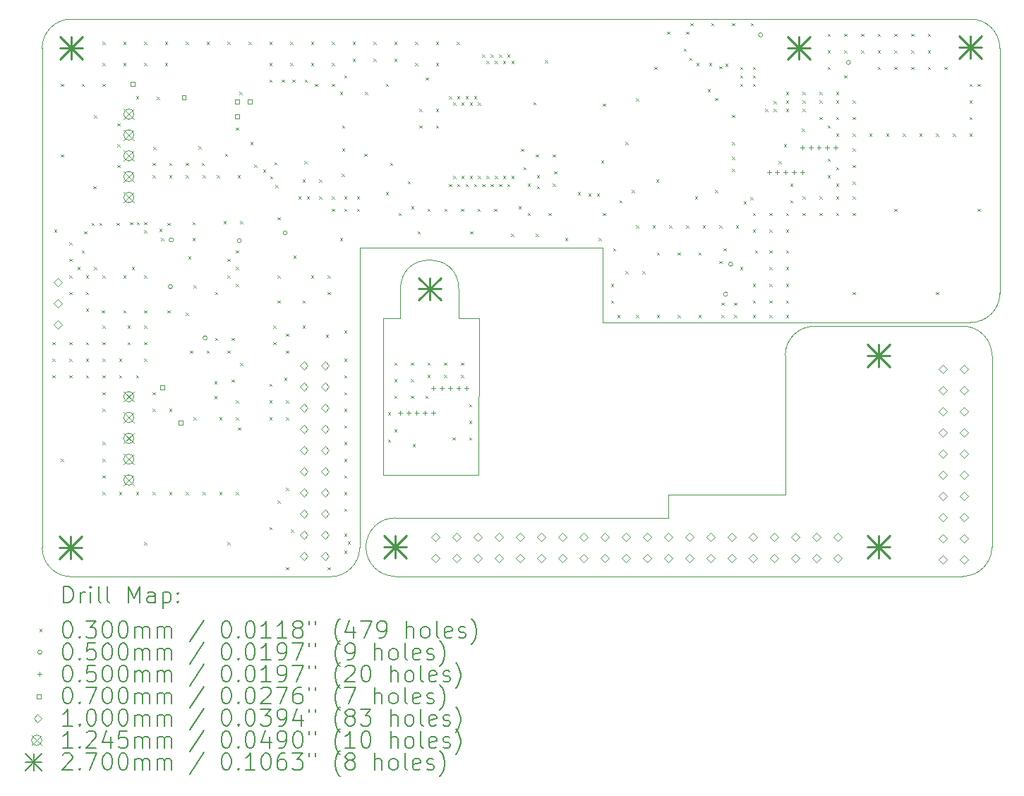
<source format=gbr>
%TF.GenerationSoftware,KiCad,Pcbnew,8.0.8*%
%TF.CreationDate,2025-02-15T01:10:02-07:00*%
%TF.ProjectId,ECE Capstone PCB Design,45434520-4361-4707-9374-6f6e65205043,rev?*%
%TF.SameCoordinates,Original*%
%TF.FileFunction,Drillmap*%
%TF.FilePolarity,Positive*%
%FSLAX45Y45*%
G04 Gerber Fmt 4.5, Leading zero omitted, Abs format (unit mm)*
G04 Created by KiCad (PCBNEW 8.0.8) date 2025-02-15 01:10:02*
%MOMM*%
%LPD*%
G01*
G04 APERTURE LIST*
%ADD10C,0.050000*%
%ADD11C,0.200000*%
%ADD12C,0.100000*%
%ADD13C,0.124460*%
%ADD14C,0.270000*%
G04 APERTURE END LIST*
D10*
X19775000Y-10695000D02*
X16495000Y-10695000D01*
X23750000Y-5060000D02*
X23750000Y-8000000D01*
X16071000Y-7450000D02*
X18986000Y-7450000D01*
X16070000Y-11050000D02*
G75*
G02*
X15720000Y-11400000I-350000J0D01*
G01*
X23655000Y-11045000D02*
G75*
G02*
X23305000Y-11395000I-350000J0D01*
G01*
X21175000Y-10415000D02*
X21175000Y-8745000D01*
X18986000Y-7450000D02*
X18986000Y-8350000D01*
X16145000Y-11045000D02*
G75*
G02*
X16495000Y-10695000I350000J0D01*
G01*
X12260000Y-11050000D02*
X12260000Y-5060000D01*
X12610000Y-11400000D02*
G75*
G02*
X12260000Y-11050000I0J350000D01*
G01*
X16070000Y-11050000D02*
X16071000Y-7450000D01*
X23305000Y-11395000D02*
X16495000Y-11395000D01*
X15720000Y-11400000D02*
X12610000Y-11400000D01*
X12260000Y-5060000D02*
G75*
G02*
X12610000Y-4710000I350000J0D01*
G01*
X23750000Y-8000000D02*
G75*
G02*
X23400000Y-8350000I-350000J0D01*
G01*
X23305000Y-8395000D02*
G75*
G02*
X23655000Y-8745000I0J-350000D01*
G01*
X23655000Y-11045000D02*
X23655000Y-8745000D01*
X12610000Y-4710000D02*
X23400000Y-4710000D01*
X19775000Y-10415000D02*
X21175000Y-10415000D01*
X23400000Y-8350000D02*
X18986000Y-8350000D01*
X19775000Y-10695000D02*
X19775000Y-10415000D01*
X23400000Y-4710000D02*
G75*
G02*
X23750000Y-5060000I0J-350000D01*
G01*
X16495000Y-11395000D02*
G75*
G02*
X16145000Y-11045000I0J350000D01*
G01*
X21525000Y-8395000D02*
X23305000Y-8395000D01*
X21175000Y-8745000D02*
G75*
G02*
X21525000Y-8395000I350000J0D01*
G01*
X16559000Y-7949000D02*
X16559000Y-8300000D01*
X17499000Y-10178000D02*
X17500000Y-8300000D01*
X16350000Y-8300000D02*
X16559000Y-8300000D01*
X17259000Y-8300000D02*
X17500000Y-8300000D01*
X17259000Y-7949000D02*
X17259000Y-8300000D01*
X16349000Y-10178000D02*
X16350000Y-8300000D01*
X17499000Y-10178000D02*
X16349000Y-10178000D01*
X16559000Y-7949000D02*
G75*
G02*
X17259000Y-7949000I350000J0D01*
G01*
D11*
D12*
X12385000Y-8585000D02*
X12415000Y-8615000D01*
X12415000Y-8585000D02*
X12385000Y-8615000D01*
X12385000Y-8785000D02*
X12415000Y-8815000D01*
X12415000Y-8785000D02*
X12385000Y-8815000D01*
X12385000Y-8985000D02*
X12415000Y-9015000D01*
X12415000Y-8985000D02*
X12385000Y-9015000D01*
X12405000Y-7235000D02*
X12435000Y-7265000D01*
X12435000Y-7235000D02*
X12405000Y-7265000D01*
X12485000Y-5485000D02*
X12515000Y-5515000D01*
X12515000Y-5485000D02*
X12485000Y-5515000D01*
X12485000Y-6335000D02*
X12515000Y-6365000D01*
X12515000Y-6335000D02*
X12485000Y-6365000D01*
X12485000Y-9985000D02*
X12515000Y-10015000D01*
X12515000Y-9985000D02*
X12485000Y-10015000D01*
X12585000Y-7385000D02*
X12615000Y-7415000D01*
X12615000Y-7385000D02*
X12585000Y-7415000D01*
X12585000Y-7585000D02*
X12615000Y-7615000D01*
X12615000Y-7585000D02*
X12585000Y-7615000D01*
X12585000Y-7785000D02*
X12615000Y-7815000D01*
X12615000Y-7785000D02*
X12585000Y-7815000D01*
X12585000Y-7985000D02*
X12615000Y-8015000D01*
X12615000Y-7985000D02*
X12585000Y-8015000D01*
X12585000Y-8585000D02*
X12615000Y-8615000D01*
X12615000Y-8585000D02*
X12585000Y-8615000D01*
X12585000Y-8785000D02*
X12615000Y-8815000D01*
X12615000Y-8785000D02*
X12585000Y-8815000D01*
X12585000Y-8985000D02*
X12615000Y-9015000D01*
X12615000Y-8985000D02*
X12585000Y-9015000D01*
X12685000Y-7685000D02*
X12715000Y-7715000D01*
X12715000Y-7685000D02*
X12685000Y-7715000D01*
X12735000Y-5485000D02*
X12765000Y-5515000D01*
X12765000Y-5485000D02*
X12735000Y-5515000D01*
X12735000Y-7485000D02*
X12765000Y-7515000D01*
X12765000Y-7485000D02*
X12735000Y-7515000D01*
X12765000Y-7255000D02*
X12795000Y-7285000D01*
X12795000Y-7255000D02*
X12765000Y-7285000D01*
X12785000Y-7785000D02*
X12815000Y-7815000D01*
X12815000Y-7785000D02*
X12785000Y-7815000D01*
X12785000Y-7985000D02*
X12815000Y-8015000D01*
X12815000Y-7985000D02*
X12785000Y-8015000D01*
X12785000Y-8185000D02*
X12815000Y-8215000D01*
X12815000Y-8185000D02*
X12785000Y-8215000D01*
X12785000Y-8585000D02*
X12815000Y-8615000D01*
X12815000Y-8585000D02*
X12785000Y-8615000D01*
X12785000Y-8785000D02*
X12815000Y-8815000D01*
X12815000Y-8785000D02*
X12785000Y-8815000D01*
X12785000Y-8985000D02*
X12815000Y-9015000D01*
X12815000Y-8985000D02*
X12785000Y-9015000D01*
X12855000Y-7155000D02*
X12885000Y-7185000D01*
X12885000Y-7155000D02*
X12855000Y-7185000D01*
X12875000Y-6715000D02*
X12905000Y-6745000D01*
X12905000Y-6715000D02*
X12875000Y-6745000D01*
X12885000Y-5865000D02*
X12915000Y-5895000D01*
X12915000Y-5865000D02*
X12885000Y-5895000D01*
X12885000Y-7685000D02*
X12915000Y-7715000D01*
X12915000Y-7685000D02*
X12885000Y-7715000D01*
X12945000Y-7155000D02*
X12975000Y-7185000D01*
X12975000Y-7155000D02*
X12945000Y-7185000D01*
X12975000Y-8205000D02*
X13005000Y-8235000D01*
X13005000Y-8205000D02*
X12975000Y-8235000D01*
X12985000Y-4985000D02*
X13015000Y-5015000D01*
X13015000Y-4985000D02*
X12985000Y-5015000D01*
X12985000Y-5235000D02*
X13015000Y-5265000D01*
X13015000Y-5235000D02*
X12985000Y-5265000D01*
X12985000Y-5485000D02*
X13015000Y-5515000D01*
X13015000Y-5485000D02*
X12985000Y-5515000D01*
X12985000Y-7785000D02*
X13015000Y-7815000D01*
X13015000Y-7785000D02*
X12985000Y-7815000D01*
X12985000Y-8385000D02*
X13015000Y-8415000D01*
X13015000Y-8385000D02*
X12985000Y-8415000D01*
X12985000Y-8585000D02*
X13015000Y-8615000D01*
X13015000Y-8585000D02*
X12985000Y-8615000D01*
X12985000Y-8785000D02*
X13015000Y-8815000D01*
X13015000Y-8785000D02*
X12985000Y-8815000D01*
X12985000Y-8985000D02*
X13015000Y-9015000D01*
X13015000Y-8985000D02*
X12985000Y-9015000D01*
X12985000Y-9185000D02*
X13015000Y-9215000D01*
X13015000Y-9185000D02*
X12985000Y-9215000D01*
X12985000Y-9385000D02*
X13015000Y-9415000D01*
X13015000Y-9385000D02*
X12985000Y-9415000D01*
X12985000Y-9785000D02*
X13015000Y-9815000D01*
X13015000Y-9785000D02*
X12985000Y-9815000D01*
X12985000Y-9985000D02*
X13015000Y-10015000D01*
X13015000Y-9985000D02*
X12985000Y-10015000D01*
X12985000Y-10185000D02*
X13015000Y-10215000D01*
X13015000Y-10185000D02*
X12985000Y-10215000D01*
X12985000Y-10385000D02*
X13015000Y-10415000D01*
X13015000Y-10385000D02*
X12985000Y-10415000D01*
X13155000Y-7155000D02*
X13185000Y-7185000D01*
X13185000Y-7155000D02*
X13155000Y-7185000D01*
X13160000Y-5960000D02*
X13190000Y-5990000D01*
X13190000Y-5960000D02*
X13160000Y-5990000D01*
X13160000Y-6210000D02*
X13190000Y-6240000D01*
X13190000Y-6210000D02*
X13160000Y-6240000D01*
X13160000Y-6460000D02*
X13190000Y-6490000D01*
X13190000Y-6460000D02*
X13160000Y-6490000D01*
X13185000Y-8785000D02*
X13215000Y-8815000D01*
X13215000Y-8785000D02*
X13185000Y-8815000D01*
X13185000Y-8985000D02*
X13215000Y-9015000D01*
X13215000Y-8985000D02*
X13185000Y-9015000D01*
X13185000Y-10385000D02*
X13215000Y-10415000D01*
X13215000Y-10385000D02*
X13185000Y-10415000D01*
X13235000Y-4985000D02*
X13265000Y-5015000D01*
X13265000Y-4985000D02*
X13235000Y-5015000D01*
X13235000Y-5235000D02*
X13265000Y-5265000D01*
X13265000Y-5235000D02*
X13235000Y-5265000D01*
X13235000Y-7785000D02*
X13265000Y-7815000D01*
X13265000Y-7785000D02*
X13235000Y-7815000D01*
X13235000Y-8205000D02*
X13265000Y-8235000D01*
X13265000Y-8205000D02*
X13235000Y-8235000D01*
X13285000Y-8385000D02*
X13315000Y-8415000D01*
X13315000Y-8385000D02*
X13285000Y-8415000D01*
X13285000Y-8585000D02*
X13315000Y-8615000D01*
X13315000Y-8585000D02*
X13285000Y-8615000D01*
X13315000Y-7145000D02*
X13345000Y-7175000D01*
X13345000Y-7145000D02*
X13315000Y-7175000D01*
X13335000Y-7685000D02*
X13365000Y-7715000D01*
X13365000Y-7685000D02*
X13335000Y-7715000D01*
X13385000Y-5635000D02*
X13415000Y-5665000D01*
X13415000Y-5635000D02*
X13385000Y-5665000D01*
X13385000Y-8985000D02*
X13415000Y-9015000D01*
X13415000Y-8985000D02*
X13385000Y-9015000D01*
X13385000Y-10385000D02*
X13415000Y-10415000D01*
X13415000Y-10385000D02*
X13385000Y-10415000D01*
X13395000Y-7145000D02*
X13425000Y-7175000D01*
X13425000Y-7145000D02*
X13395000Y-7175000D01*
X13485000Y-4985000D02*
X13515000Y-5015000D01*
X13515000Y-4985000D02*
X13485000Y-5015000D01*
X13485000Y-5235000D02*
X13515000Y-5265000D01*
X13515000Y-5235000D02*
X13485000Y-5265000D01*
X13485000Y-7145000D02*
X13515000Y-7175000D01*
X13515000Y-7145000D02*
X13485000Y-7175000D01*
X13485000Y-7245000D02*
X13515000Y-7275000D01*
X13515000Y-7245000D02*
X13485000Y-7275000D01*
X13485000Y-7785000D02*
X13515000Y-7815000D01*
X13515000Y-7785000D02*
X13485000Y-7815000D01*
X13485000Y-8205000D02*
X13515000Y-8235000D01*
X13515000Y-8205000D02*
X13485000Y-8235000D01*
X13485000Y-8385000D02*
X13515000Y-8415000D01*
X13515000Y-8385000D02*
X13485000Y-8415000D01*
X13485000Y-8585000D02*
X13515000Y-8615000D01*
X13515000Y-8585000D02*
X13485000Y-8615000D01*
X13485000Y-8785000D02*
X13515000Y-8815000D01*
X13515000Y-8785000D02*
X13485000Y-8815000D01*
X13485000Y-10985000D02*
X13515000Y-11015000D01*
X13515000Y-10985000D02*
X13485000Y-11015000D01*
X13585000Y-6435000D02*
X13615000Y-6465000D01*
X13615000Y-6435000D02*
X13585000Y-6465000D01*
X13585000Y-6585000D02*
X13615000Y-6615000D01*
X13615000Y-6585000D02*
X13585000Y-6615000D01*
X13585000Y-9185000D02*
X13615000Y-9215000D01*
X13615000Y-9185000D02*
X13585000Y-9215000D01*
X13585000Y-9385000D02*
X13615000Y-9415000D01*
X13615000Y-9385000D02*
X13585000Y-9415000D01*
X13585000Y-10385000D02*
X13615000Y-10415000D01*
X13615000Y-10385000D02*
X13585000Y-10415000D01*
X13595000Y-6245000D02*
X13625000Y-6275000D01*
X13625000Y-6245000D02*
X13595000Y-6275000D01*
X13635000Y-5645000D02*
X13665000Y-5675000D01*
X13665000Y-5645000D02*
X13635000Y-5675000D01*
X13665000Y-7225000D02*
X13695000Y-7255000D01*
X13695000Y-7225000D02*
X13665000Y-7255000D01*
X13685000Y-7335000D02*
X13715000Y-7365000D01*
X13715000Y-7335000D02*
X13685000Y-7365000D01*
X13735000Y-4985000D02*
X13765000Y-5015000D01*
X13765000Y-4985000D02*
X13735000Y-5015000D01*
X13735000Y-5235000D02*
X13765000Y-5265000D01*
X13765000Y-5235000D02*
X13735000Y-5265000D01*
X13765000Y-7155000D02*
X13795000Y-7185000D01*
X13795000Y-7155000D02*
X13765000Y-7185000D01*
X13765000Y-8205000D02*
X13795000Y-8235000D01*
X13795000Y-8205000D02*
X13765000Y-8235000D01*
X13785000Y-6435000D02*
X13815000Y-6465000D01*
X13815000Y-6435000D02*
X13785000Y-6465000D01*
X13785000Y-6585000D02*
X13815000Y-6615000D01*
X13815000Y-6585000D02*
X13785000Y-6615000D01*
X13785000Y-9385000D02*
X13815000Y-9415000D01*
X13815000Y-9385000D02*
X13785000Y-9415000D01*
X13785000Y-10385000D02*
X13815000Y-10415000D01*
X13815000Y-10385000D02*
X13785000Y-10415000D01*
X13985000Y-4985000D02*
X14015000Y-5015000D01*
X14015000Y-4985000D02*
X13985000Y-5015000D01*
X13985000Y-6435000D02*
X14015000Y-6465000D01*
X14015000Y-6435000D02*
X13985000Y-6465000D01*
X13985000Y-6585000D02*
X14015000Y-6615000D01*
X14015000Y-6585000D02*
X13985000Y-6615000D01*
X13985000Y-8235000D02*
X14015000Y-8265000D01*
X14015000Y-8235000D02*
X13985000Y-8265000D01*
X13985000Y-10385000D02*
X14015000Y-10415000D01*
X14015000Y-10385000D02*
X13985000Y-10415000D01*
X14015000Y-7555000D02*
X14045000Y-7585000D01*
X14045000Y-7555000D02*
X14015000Y-7585000D01*
X14035000Y-8685000D02*
X14065000Y-8715000D01*
X14065000Y-8685000D02*
X14035000Y-8715000D01*
X14065000Y-7145000D02*
X14095000Y-7175000D01*
X14095000Y-7145000D02*
X14065000Y-7175000D01*
X14065000Y-7335000D02*
X14095000Y-7365000D01*
X14095000Y-7335000D02*
X14065000Y-7365000D01*
X14075000Y-7905000D02*
X14105000Y-7935000D01*
X14105000Y-7905000D02*
X14075000Y-7935000D01*
X14075000Y-9485000D02*
X14105000Y-9515000D01*
X14105000Y-9485000D02*
X14075000Y-9515000D01*
X14135000Y-6235000D02*
X14165000Y-6265000D01*
X14165000Y-6235000D02*
X14135000Y-6265000D01*
X14175000Y-6435000D02*
X14205000Y-6465000D01*
X14205000Y-6435000D02*
X14175000Y-6465000D01*
X14185000Y-6585000D02*
X14215000Y-6615000D01*
X14215000Y-6585000D02*
X14185000Y-6615000D01*
X14185000Y-10385000D02*
X14215000Y-10415000D01*
X14215000Y-10385000D02*
X14185000Y-10415000D01*
X14235000Y-4985000D02*
X14265000Y-5015000D01*
X14265000Y-4985000D02*
X14235000Y-5015000D01*
X14235000Y-8685000D02*
X14265000Y-8715000D01*
X14265000Y-8685000D02*
X14235000Y-8715000D01*
X14325000Y-9055000D02*
X14355000Y-9085000D01*
X14355000Y-9055000D02*
X14325000Y-9085000D01*
X14325000Y-9235000D02*
X14355000Y-9265000D01*
X14355000Y-9235000D02*
X14325000Y-9265000D01*
X14335000Y-7985000D02*
X14365000Y-8015000D01*
X14365000Y-7985000D02*
X14335000Y-8015000D01*
X14335000Y-8535000D02*
X14365000Y-8565000D01*
X14365000Y-8535000D02*
X14335000Y-8565000D01*
X14355000Y-6585000D02*
X14385000Y-6615000D01*
X14385000Y-6585000D02*
X14355000Y-6615000D01*
X14385000Y-9485000D02*
X14415000Y-9515000D01*
X14415000Y-9485000D02*
X14385000Y-9515000D01*
X14385000Y-10385000D02*
X14415000Y-10415000D01*
X14415000Y-10385000D02*
X14385000Y-10415000D01*
X14435000Y-7135000D02*
X14465000Y-7165000D01*
X14465000Y-7135000D02*
X14435000Y-7165000D01*
X14455000Y-6325000D02*
X14485000Y-6355000D01*
X14485000Y-6325000D02*
X14455000Y-6355000D01*
X14485000Y-4985000D02*
X14515000Y-5015000D01*
X14515000Y-4985000D02*
X14485000Y-5015000D01*
X14485000Y-7585000D02*
X14515000Y-7615000D01*
X14515000Y-7585000D02*
X14485000Y-7615000D01*
X14485000Y-7785000D02*
X14515000Y-7815000D01*
X14515000Y-7785000D02*
X14485000Y-7815000D01*
X14485000Y-8685000D02*
X14515000Y-8715000D01*
X14515000Y-8685000D02*
X14485000Y-8715000D01*
X14485000Y-10985000D02*
X14515000Y-11015000D01*
X14515000Y-10985000D02*
X14485000Y-11015000D01*
X14535000Y-8535000D02*
X14565000Y-8565000D01*
X14565000Y-8535000D02*
X14535000Y-8565000D01*
X14535000Y-9035000D02*
X14565000Y-9065000D01*
X14565000Y-9035000D02*
X14535000Y-9065000D01*
X14585000Y-6010000D02*
X14615000Y-6040000D01*
X14615000Y-6010000D02*
X14585000Y-6040000D01*
X14585000Y-7485000D02*
X14615000Y-7515000D01*
X14615000Y-7485000D02*
X14585000Y-7515000D01*
X14585000Y-7685000D02*
X14615000Y-7715000D01*
X14615000Y-7685000D02*
X14585000Y-7715000D01*
X14585000Y-7885000D02*
X14615000Y-7915000D01*
X14615000Y-7885000D02*
X14585000Y-7915000D01*
X14585000Y-9285000D02*
X14615000Y-9315000D01*
X14615000Y-9285000D02*
X14585000Y-9315000D01*
X14585000Y-9485000D02*
X14615000Y-9515000D01*
X14615000Y-9485000D02*
X14585000Y-9515000D01*
X14585000Y-10385000D02*
X14615000Y-10415000D01*
X14615000Y-10385000D02*
X14585000Y-10415000D01*
X14605000Y-6585000D02*
X14635000Y-6615000D01*
X14635000Y-6585000D02*
X14605000Y-6615000D01*
X14611000Y-9611000D02*
X14641000Y-9641000D01*
X14641000Y-9611000D02*
X14611000Y-9641000D01*
X14625000Y-5585000D02*
X14655000Y-5615000D01*
X14655000Y-5585000D02*
X14625000Y-5615000D01*
X14635000Y-7135000D02*
X14665000Y-7165000D01*
X14665000Y-7135000D02*
X14635000Y-7165000D01*
X14635000Y-8835000D02*
X14665000Y-8865000D01*
X14665000Y-8835000D02*
X14635000Y-8865000D01*
X14735000Y-4985000D02*
X14765000Y-5015000D01*
X14765000Y-4985000D02*
X14735000Y-5015000D01*
X14760000Y-6185000D02*
X14790000Y-6215000D01*
X14790000Y-6185000D02*
X14760000Y-6215000D01*
X14805000Y-6455000D02*
X14835000Y-6485000D01*
X14835000Y-6455000D02*
X14805000Y-6485000D01*
X14910000Y-6515000D02*
X14940000Y-6545000D01*
X14940000Y-6515000D02*
X14910000Y-6545000D01*
X14985000Y-4985000D02*
X15015000Y-5015000D01*
X15015000Y-4985000D02*
X14985000Y-5015000D01*
X14985000Y-5235000D02*
X15015000Y-5265000D01*
X15015000Y-5235000D02*
X14985000Y-5265000D01*
X14985000Y-5435000D02*
X15015000Y-5465000D01*
X15015000Y-5435000D02*
X14985000Y-5465000D01*
X14985000Y-9085000D02*
X15015000Y-9115000D01*
X15015000Y-9085000D02*
X14985000Y-9115000D01*
X14985000Y-9285000D02*
X15015000Y-9315000D01*
X15015000Y-9285000D02*
X14985000Y-9315000D01*
X14985000Y-9485000D02*
X15015000Y-9515000D01*
X15015000Y-9485000D02*
X14985000Y-9515000D01*
X14985000Y-10805000D02*
X15015000Y-10835000D01*
X15015000Y-10805000D02*
X14985000Y-10835000D01*
X14995000Y-6595000D02*
X15025000Y-6625000D01*
X15025000Y-6595000D02*
X14995000Y-6625000D01*
X15035000Y-8385000D02*
X15065000Y-8415000D01*
X15065000Y-8385000D02*
X15035000Y-8415000D01*
X15035000Y-8585000D02*
X15065000Y-8615000D01*
X15065000Y-8585000D02*
X15035000Y-8615000D01*
X15045000Y-6425000D02*
X15075000Y-6455000D01*
X15075000Y-6425000D02*
X15045000Y-6455000D01*
X15060000Y-6700000D02*
X15090000Y-6730000D01*
X15090000Y-6700000D02*
X15060000Y-6730000D01*
X15085000Y-7085000D02*
X15115000Y-7115000D01*
X15115000Y-7085000D02*
X15085000Y-7115000D01*
X15085000Y-7785000D02*
X15115000Y-7815000D01*
X15115000Y-7785000D02*
X15085000Y-7815000D01*
X15085000Y-8085000D02*
X15115000Y-8115000D01*
X15115000Y-8085000D02*
X15085000Y-8115000D01*
X15085000Y-10485000D02*
X15115000Y-10515000D01*
X15115000Y-10485000D02*
X15085000Y-10515000D01*
X15135000Y-5435000D02*
X15165000Y-5465000D01*
X15165000Y-5435000D02*
X15135000Y-5465000D01*
X15165000Y-9015000D02*
X15195000Y-9045000D01*
X15195000Y-9015000D02*
X15165000Y-9045000D01*
X15185000Y-8485000D02*
X15215000Y-8515000D01*
X15215000Y-8485000D02*
X15185000Y-8515000D01*
X15185000Y-8685000D02*
X15215000Y-8715000D01*
X15215000Y-8685000D02*
X15185000Y-8715000D01*
X15185000Y-9285000D02*
X15215000Y-9315000D01*
X15215000Y-9285000D02*
X15185000Y-9315000D01*
X15185000Y-9485000D02*
X15215000Y-9515000D01*
X15215000Y-9485000D02*
X15185000Y-9515000D01*
X15185000Y-10335000D02*
X15215000Y-10365000D01*
X15215000Y-10335000D02*
X15185000Y-10365000D01*
X15185000Y-11285000D02*
X15215000Y-11315000D01*
X15215000Y-11285000D02*
X15185000Y-11315000D01*
X15235000Y-4985000D02*
X15265000Y-5015000D01*
X15265000Y-4985000D02*
X15235000Y-5015000D01*
X15235000Y-5235000D02*
X15265000Y-5265000D01*
X15265000Y-5235000D02*
X15235000Y-5265000D01*
X15245000Y-10835000D02*
X15275000Y-10865000D01*
X15275000Y-10835000D02*
X15245000Y-10865000D01*
X15260000Y-5435000D02*
X15290000Y-5465000D01*
X15290000Y-5435000D02*
X15260000Y-5465000D01*
X15275000Y-7547780D02*
X15305000Y-7577780D01*
X15305000Y-7547780D02*
X15275000Y-7577780D01*
X15335000Y-6835000D02*
X15365000Y-6865000D01*
X15365000Y-6835000D02*
X15335000Y-6865000D01*
X15385000Y-6635000D02*
X15415000Y-6665000D01*
X15415000Y-6635000D02*
X15385000Y-6665000D01*
X15385000Y-8085000D02*
X15415000Y-8115000D01*
X15415000Y-8085000D02*
X15385000Y-8115000D01*
X15385000Y-8385000D02*
X15415000Y-8415000D01*
X15415000Y-8385000D02*
X15385000Y-8415000D01*
X15405000Y-6415000D02*
X15435000Y-6445000D01*
X15435000Y-6415000D02*
X15405000Y-6445000D01*
X15410000Y-5435000D02*
X15440000Y-5465000D01*
X15440000Y-5435000D02*
X15410000Y-5465000D01*
X15435000Y-6835000D02*
X15465000Y-6865000D01*
X15465000Y-6835000D02*
X15435000Y-6865000D01*
X15485000Y-4985000D02*
X15515000Y-5015000D01*
X15515000Y-4985000D02*
X15485000Y-5015000D01*
X15485000Y-5235000D02*
X15515000Y-5265000D01*
X15515000Y-5235000D02*
X15485000Y-5265000D01*
X15485000Y-7785000D02*
X15515000Y-7815000D01*
X15515000Y-7785000D02*
X15485000Y-7815000D01*
X15535000Y-5485000D02*
X15565000Y-5515000D01*
X15565000Y-5485000D02*
X15535000Y-5515000D01*
X15585000Y-6635000D02*
X15615000Y-6665000D01*
X15615000Y-6635000D02*
X15585000Y-6665000D01*
X15585000Y-6835000D02*
X15615000Y-6865000D01*
X15615000Y-6835000D02*
X15585000Y-6865000D01*
X15665000Y-8495000D02*
X15695000Y-8525000D01*
X15695000Y-8495000D02*
X15665000Y-8525000D01*
X15685000Y-7785000D02*
X15715000Y-7815000D01*
X15715000Y-7785000D02*
X15685000Y-7815000D01*
X15685000Y-7985000D02*
X15715000Y-8015000D01*
X15715000Y-7985000D02*
X15685000Y-8015000D01*
X15685000Y-11285000D02*
X15715000Y-11315000D01*
X15715000Y-11285000D02*
X15685000Y-11315000D01*
X15735000Y-4985000D02*
X15765000Y-5015000D01*
X15765000Y-4985000D02*
X15735000Y-5015000D01*
X15735000Y-5235000D02*
X15765000Y-5265000D01*
X15765000Y-5235000D02*
X15735000Y-5265000D01*
X15735000Y-5485000D02*
X15765000Y-5515000D01*
X15765000Y-5485000D02*
X15735000Y-5515000D01*
X15735000Y-6835000D02*
X15765000Y-6865000D01*
X15765000Y-6835000D02*
X15735000Y-6865000D01*
X15735000Y-6985000D02*
X15765000Y-7015000D01*
X15765000Y-6985000D02*
X15735000Y-7015000D01*
X15835000Y-5585000D02*
X15865000Y-5615000D01*
X15865000Y-5585000D02*
X15835000Y-5615000D01*
X15835000Y-7335000D02*
X15865000Y-7365000D01*
X15865000Y-7335000D02*
X15835000Y-7365000D01*
X15855000Y-6565000D02*
X15885000Y-6595000D01*
X15885000Y-6565000D02*
X15855000Y-6595000D01*
X15860000Y-5985000D02*
X15890000Y-6015000D01*
X15890000Y-5985000D02*
X15860000Y-6015000D01*
X15860000Y-6260000D02*
X15890000Y-6290000D01*
X15890000Y-6260000D02*
X15860000Y-6290000D01*
X15885000Y-5385000D02*
X15915000Y-5415000D01*
X15915000Y-5385000D02*
X15885000Y-5415000D01*
X15885000Y-6835000D02*
X15915000Y-6865000D01*
X15915000Y-6835000D02*
X15885000Y-6865000D01*
X15885000Y-6985000D02*
X15915000Y-7015000D01*
X15915000Y-6985000D02*
X15885000Y-7015000D01*
X15885000Y-8445000D02*
X15915000Y-8475000D01*
X15915000Y-8445000D02*
X15885000Y-8475000D01*
X15885000Y-8785000D02*
X15915000Y-8815000D01*
X15915000Y-8785000D02*
X15885000Y-8815000D01*
X15885000Y-8985000D02*
X15915000Y-9015000D01*
X15915000Y-8985000D02*
X15885000Y-9015000D01*
X15885000Y-9185000D02*
X15915000Y-9215000D01*
X15915000Y-9185000D02*
X15885000Y-9215000D01*
X15885000Y-9385000D02*
X15915000Y-9415000D01*
X15915000Y-9385000D02*
X15885000Y-9415000D01*
X15885000Y-9585000D02*
X15915000Y-9615000D01*
X15915000Y-9585000D02*
X15885000Y-9615000D01*
X15885000Y-9785000D02*
X15915000Y-9815000D01*
X15915000Y-9785000D02*
X15885000Y-9815000D01*
X15885000Y-9985000D02*
X15915000Y-10015000D01*
X15915000Y-9985000D02*
X15885000Y-10015000D01*
X15885000Y-10185000D02*
X15915000Y-10215000D01*
X15915000Y-10185000D02*
X15885000Y-10215000D01*
X15885000Y-10385000D02*
X15915000Y-10415000D01*
X15915000Y-10385000D02*
X15885000Y-10415000D01*
X15885000Y-10585000D02*
X15915000Y-10615000D01*
X15915000Y-10585000D02*
X15885000Y-10615000D01*
X15885000Y-10885000D02*
X15915000Y-10915000D01*
X15915000Y-10885000D02*
X15885000Y-10915000D01*
X15885000Y-11085000D02*
X15915000Y-11115000D01*
X15915000Y-11085000D02*
X15885000Y-11115000D01*
X15925000Y-10975000D02*
X15955000Y-11005000D01*
X15955000Y-10975000D02*
X15925000Y-11005000D01*
X15985000Y-4985000D02*
X16015000Y-5015000D01*
X16015000Y-4985000D02*
X15985000Y-5015000D01*
X15985000Y-5185000D02*
X16015000Y-5215000D01*
X16015000Y-5185000D02*
X15985000Y-5215000D01*
X16035000Y-6835000D02*
X16065000Y-6865000D01*
X16065000Y-6835000D02*
X16035000Y-6865000D01*
X16035000Y-6985000D02*
X16065000Y-7015000D01*
X16065000Y-6985000D02*
X16035000Y-7015000D01*
X16125000Y-6325000D02*
X16155000Y-6355000D01*
X16155000Y-6325000D02*
X16125000Y-6355000D01*
X16135000Y-5585000D02*
X16165000Y-5615000D01*
X16165000Y-5585000D02*
X16135000Y-5615000D01*
X16235000Y-4985000D02*
X16265000Y-5015000D01*
X16265000Y-4985000D02*
X16235000Y-5015000D01*
X16235000Y-5185000D02*
X16265000Y-5215000D01*
X16265000Y-5185000D02*
X16235000Y-5215000D01*
X16385000Y-5485000D02*
X16415000Y-5515000D01*
X16415000Y-5485000D02*
X16385000Y-5515000D01*
X16385000Y-6785000D02*
X16415000Y-6815000D01*
X16415000Y-6785000D02*
X16385000Y-6815000D01*
X16409000Y-9429000D02*
X16439000Y-9459000D01*
X16439000Y-9429000D02*
X16409000Y-9459000D01*
X16409000Y-9754000D02*
X16439000Y-9784000D01*
X16439000Y-9754000D02*
X16409000Y-9784000D01*
X16435000Y-6435000D02*
X16465000Y-6465000D01*
X16465000Y-6435000D02*
X16435000Y-6465000D01*
X16484000Y-8829000D02*
X16514000Y-8859000D01*
X16514000Y-8829000D02*
X16484000Y-8859000D01*
X16484000Y-9029000D02*
X16514000Y-9059000D01*
X16514000Y-9029000D02*
X16484000Y-9059000D01*
X16484000Y-9229000D02*
X16514000Y-9259000D01*
X16514000Y-9229000D02*
X16484000Y-9259000D01*
X16484000Y-9629000D02*
X16514000Y-9659000D01*
X16514000Y-9629000D02*
X16484000Y-9659000D01*
X16485000Y-4985000D02*
X16515000Y-5015000D01*
X16515000Y-4985000D02*
X16485000Y-5015000D01*
X16485000Y-5185000D02*
X16515000Y-5215000D01*
X16515000Y-5185000D02*
X16485000Y-5215000D01*
X16535000Y-7035000D02*
X16565000Y-7065000D01*
X16565000Y-7035000D02*
X16535000Y-7065000D01*
X16645000Y-6655000D02*
X16675000Y-6685000D01*
X16675000Y-6655000D02*
X16645000Y-6685000D01*
X16684000Y-8829000D02*
X16714000Y-8859000D01*
X16714000Y-8829000D02*
X16684000Y-8859000D01*
X16684000Y-9029000D02*
X16714000Y-9059000D01*
X16714000Y-9029000D02*
X16684000Y-9059000D01*
X16684000Y-9229000D02*
X16714000Y-9259000D01*
X16714000Y-9229000D02*
X16684000Y-9259000D01*
X16690378Y-6955000D02*
X16720378Y-6985000D01*
X16720378Y-6955000D02*
X16690378Y-6985000D01*
X16704000Y-9809000D02*
X16734000Y-9839000D01*
X16734000Y-9809000D02*
X16704000Y-9839000D01*
X16735000Y-4985000D02*
X16765000Y-5015000D01*
X16765000Y-4985000D02*
X16735000Y-5015000D01*
X16735000Y-5235000D02*
X16765000Y-5265000D01*
X16765000Y-5235000D02*
X16735000Y-5265000D01*
X16765000Y-7255000D02*
X16795000Y-7285000D01*
X16795000Y-7255000D02*
X16765000Y-7285000D01*
X16785000Y-5785000D02*
X16815000Y-5815000D01*
X16815000Y-5785000D02*
X16785000Y-5815000D01*
X16785000Y-5985000D02*
X16815000Y-6015000D01*
X16815000Y-5985000D02*
X16785000Y-6015000D01*
X16859000Y-9229000D02*
X16889000Y-9259000D01*
X16889000Y-9229000D02*
X16859000Y-9259000D01*
X16860000Y-5410000D02*
X16890000Y-5440000D01*
X16890000Y-5410000D02*
X16860000Y-5440000D01*
X16884000Y-8829000D02*
X16914000Y-8859000D01*
X16914000Y-8829000D02*
X16884000Y-8859000D01*
X16884000Y-8979000D02*
X16914000Y-9009000D01*
X16914000Y-8979000D02*
X16884000Y-9009000D01*
X16885000Y-6985000D02*
X16915000Y-7015000D01*
X16915000Y-6985000D02*
X16885000Y-7015000D01*
X16985000Y-4985000D02*
X17015000Y-5015000D01*
X17015000Y-4985000D02*
X16985000Y-5015000D01*
X16985000Y-5235000D02*
X17015000Y-5265000D01*
X17015000Y-5235000D02*
X16985000Y-5265000D01*
X16985000Y-5785000D02*
X17015000Y-5815000D01*
X17015000Y-5785000D02*
X16985000Y-5815000D01*
X16985000Y-5985000D02*
X17015000Y-6015000D01*
X17015000Y-5985000D02*
X16985000Y-6015000D01*
X17084000Y-8829000D02*
X17114000Y-8859000D01*
X17114000Y-8829000D02*
X17084000Y-8859000D01*
X17084000Y-8979000D02*
X17114000Y-9009000D01*
X17114000Y-8979000D02*
X17084000Y-9009000D01*
X17085000Y-6985000D02*
X17115000Y-7015000D01*
X17115000Y-6985000D02*
X17085000Y-7015000D01*
X17140491Y-5635000D02*
X17170491Y-5665000D01*
X17170491Y-5635000D02*
X17140491Y-5665000D01*
X17140491Y-6690491D02*
X17170491Y-6720491D01*
X17170491Y-6690491D02*
X17140491Y-6720491D01*
X17184000Y-9729000D02*
X17214000Y-9759000D01*
X17214000Y-9729000D02*
X17184000Y-9759000D01*
X17190504Y-5710000D02*
X17220504Y-5740000D01*
X17220504Y-5710000D02*
X17190504Y-5740000D01*
X17190504Y-6590504D02*
X17220504Y-6620504D01*
X17220504Y-6590504D02*
X17190504Y-6620504D01*
X17235000Y-4985000D02*
X17265000Y-5015000D01*
X17265000Y-4985000D02*
X17235000Y-5015000D01*
X17240516Y-5635000D02*
X17270516Y-5665000D01*
X17270516Y-5635000D02*
X17240516Y-5665000D01*
X17240516Y-6690516D02*
X17270516Y-6720516D01*
X17270516Y-6690516D02*
X17240516Y-6720516D01*
X17284000Y-8829000D02*
X17314000Y-8859000D01*
X17314000Y-8829000D02*
X17284000Y-8859000D01*
X17284000Y-8979000D02*
X17314000Y-9009000D01*
X17314000Y-8979000D02*
X17284000Y-9009000D01*
X17285000Y-6985000D02*
X17315000Y-7015000D01*
X17315000Y-6985000D02*
X17285000Y-7015000D01*
X17290529Y-5710000D02*
X17320529Y-5740000D01*
X17320529Y-5710000D02*
X17290529Y-5740000D01*
X17290529Y-6590529D02*
X17320529Y-6620529D01*
X17320529Y-6590529D02*
X17290529Y-6620529D01*
X17340541Y-5635000D02*
X17370541Y-5665000D01*
X17370541Y-5635000D02*
X17340541Y-5665000D01*
X17340541Y-6690541D02*
X17370541Y-6720541D01*
X17370541Y-6690541D02*
X17340541Y-6720541D01*
X17384000Y-9329000D02*
X17414000Y-9359000D01*
X17414000Y-9329000D02*
X17384000Y-9359000D01*
X17384000Y-9529000D02*
X17414000Y-9559000D01*
X17414000Y-9529000D02*
X17384000Y-9559000D01*
X17384000Y-9729000D02*
X17414000Y-9759000D01*
X17414000Y-9729000D02*
X17384000Y-9759000D01*
X17390554Y-5710000D02*
X17420554Y-5740000D01*
X17420554Y-5710000D02*
X17390554Y-5740000D01*
X17390554Y-6590554D02*
X17420554Y-6620554D01*
X17420554Y-6590554D02*
X17390554Y-6620554D01*
X17395000Y-7255000D02*
X17425000Y-7285000D01*
X17425000Y-7255000D02*
X17395000Y-7285000D01*
X17440567Y-5635000D02*
X17470567Y-5665000D01*
X17470567Y-5635000D02*
X17440567Y-5665000D01*
X17440567Y-6690567D02*
X17470567Y-6720567D01*
X17470567Y-6690567D02*
X17440567Y-6720567D01*
X17485000Y-6985000D02*
X17515000Y-7015000D01*
X17515000Y-6985000D02*
X17485000Y-7015000D01*
X17490579Y-5710000D02*
X17520579Y-5740000D01*
X17520579Y-5710000D02*
X17490579Y-5740000D01*
X17490579Y-6590579D02*
X17520579Y-6620579D01*
X17520579Y-6590579D02*
X17490579Y-6620579D01*
X17540592Y-5135000D02*
X17570592Y-5165000D01*
X17570592Y-5135000D02*
X17540592Y-5165000D01*
X17540592Y-6690592D02*
X17570592Y-6720592D01*
X17570592Y-6690592D02*
X17540592Y-6720592D01*
X17590604Y-5210000D02*
X17620604Y-5240000D01*
X17620604Y-5210000D02*
X17590604Y-5240000D01*
X17590604Y-6590604D02*
X17620604Y-6620604D01*
X17620604Y-6590604D02*
X17590604Y-6620604D01*
X17640617Y-5135000D02*
X17670617Y-5165000D01*
X17670617Y-5135000D02*
X17640617Y-5165000D01*
X17640617Y-6690617D02*
X17670617Y-6720617D01*
X17670617Y-6690617D02*
X17640617Y-6720617D01*
X17685000Y-6985000D02*
X17715000Y-7015000D01*
X17715000Y-6985000D02*
X17685000Y-7015000D01*
X17690630Y-5210000D02*
X17720630Y-5240000D01*
X17720630Y-5210000D02*
X17690630Y-5240000D01*
X17690630Y-6590630D02*
X17720630Y-6620630D01*
X17720630Y-6590630D02*
X17690630Y-6620630D01*
X17740642Y-5135000D02*
X17770642Y-5165000D01*
X17770642Y-5135000D02*
X17740642Y-5165000D01*
X17740642Y-6690642D02*
X17770642Y-6720642D01*
X17770642Y-6690642D02*
X17740642Y-6720642D01*
X17790655Y-5210000D02*
X17820655Y-5240000D01*
X17820655Y-5210000D02*
X17790655Y-5240000D01*
X17790655Y-6590655D02*
X17820655Y-6620655D01*
X17820655Y-6590655D02*
X17790655Y-6620655D01*
X17840667Y-5135000D02*
X17870667Y-5165000D01*
X17870667Y-5135000D02*
X17840667Y-5165000D01*
X17840667Y-6690667D02*
X17870667Y-6720667D01*
X17870667Y-6690667D02*
X17840667Y-6720667D01*
X17885000Y-7285000D02*
X17915000Y-7315000D01*
X17915000Y-7285000D02*
X17885000Y-7315000D01*
X17890680Y-5210000D02*
X17920680Y-5240000D01*
X17920680Y-5210000D02*
X17890680Y-5240000D01*
X17890680Y-6590680D02*
X17920680Y-6620680D01*
X17920680Y-6590680D02*
X17890680Y-6620680D01*
X17975000Y-6955000D02*
X18005000Y-6985000D01*
X18005000Y-6955000D02*
X17975000Y-6985000D01*
X18005000Y-6265000D02*
X18035000Y-6295000D01*
X18035000Y-6265000D02*
X18005000Y-6295000D01*
X18035000Y-6485000D02*
X18065000Y-6515000D01*
X18065000Y-6485000D02*
X18035000Y-6515000D01*
X18085000Y-6685000D02*
X18115000Y-6715000D01*
X18115000Y-6685000D02*
X18085000Y-6715000D01*
X18085000Y-7035000D02*
X18115000Y-7065000D01*
X18115000Y-7035000D02*
X18085000Y-7065000D01*
X18155000Y-5705000D02*
X18185000Y-5735000D01*
X18185000Y-5705000D02*
X18155000Y-5735000D01*
X18185000Y-6335000D02*
X18215000Y-6365000D01*
X18215000Y-6335000D02*
X18185000Y-6365000D01*
X18185000Y-7285000D02*
X18215000Y-7315000D01*
X18215000Y-7285000D02*
X18185000Y-7315000D01*
X18195000Y-6585000D02*
X18225000Y-6615000D01*
X18225000Y-6585000D02*
X18195000Y-6615000D01*
X18195000Y-6715000D02*
X18225000Y-6745000D01*
X18225000Y-6715000D02*
X18195000Y-6745000D01*
X18295000Y-5205000D02*
X18325000Y-5235000D01*
X18325000Y-5205000D02*
X18295000Y-5235000D01*
X18335000Y-7035000D02*
X18365000Y-7065000D01*
X18365000Y-7035000D02*
X18335000Y-7065000D01*
X18385000Y-6335000D02*
X18415000Y-6365000D01*
X18415000Y-6335000D02*
X18385000Y-6365000D01*
X18385000Y-6685000D02*
X18415000Y-6715000D01*
X18415000Y-6685000D02*
X18385000Y-6715000D01*
X18405000Y-6535000D02*
X18435000Y-6565000D01*
X18435000Y-6535000D02*
X18405000Y-6565000D01*
X18535000Y-7335000D02*
X18565000Y-7365000D01*
X18565000Y-7335000D02*
X18535000Y-7365000D01*
X18685000Y-6785000D02*
X18715000Y-6815000D01*
X18715000Y-6785000D02*
X18685000Y-6815000D01*
X18815000Y-6805000D02*
X18845000Y-6835000D01*
X18845000Y-6805000D02*
X18815000Y-6835000D01*
X18915000Y-6805000D02*
X18945000Y-6835000D01*
X18945000Y-6805000D02*
X18915000Y-6835000D01*
X18935000Y-7335000D02*
X18965000Y-7365000D01*
X18965000Y-7335000D02*
X18935000Y-7365000D01*
X18965000Y-6405000D02*
X18995000Y-6435000D01*
X18995000Y-6405000D02*
X18965000Y-6435000D01*
X18985000Y-5725000D02*
X19015000Y-5755000D01*
X19015000Y-5725000D02*
X18985000Y-5755000D01*
X18985000Y-7035000D02*
X19015000Y-7065000D01*
X19015000Y-7035000D02*
X18985000Y-7065000D01*
X19085000Y-7885000D02*
X19115000Y-7915000D01*
X19115000Y-7885000D02*
X19085000Y-7915000D01*
X19085000Y-8085000D02*
X19115000Y-8115000D01*
X19115000Y-8085000D02*
X19085000Y-8115000D01*
X19110000Y-7460000D02*
X19140000Y-7490000D01*
X19140000Y-7460000D02*
X19110000Y-7490000D01*
X19160000Y-8260000D02*
X19190000Y-8290000D01*
X19190000Y-8260000D02*
X19160000Y-8290000D01*
X19185000Y-6885000D02*
X19215000Y-6915000D01*
X19215000Y-6885000D02*
X19185000Y-6915000D01*
X19260000Y-6185000D02*
X19290000Y-6215000D01*
X19290000Y-6185000D02*
X19260000Y-6215000D01*
X19260000Y-7735000D02*
X19290000Y-7765000D01*
X19290000Y-7735000D02*
X19260000Y-7765000D01*
X19335000Y-6760000D02*
X19365000Y-6790000D01*
X19365000Y-6760000D02*
X19335000Y-6790000D01*
X19385000Y-5660000D02*
X19415000Y-5690000D01*
X19415000Y-5660000D02*
X19385000Y-5690000D01*
X19385000Y-7185000D02*
X19415000Y-7215000D01*
X19415000Y-7185000D02*
X19385000Y-7215000D01*
X19385000Y-8260000D02*
X19415000Y-8290000D01*
X19415000Y-8260000D02*
X19385000Y-8290000D01*
X19460000Y-7735000D02*
X19490000Y-7765000D01*
X19490000Y-7735000D02*
X19460000Y-7765000D01*
X19585000Y-7185000D02*
X19615000Y-7215000D01*
X19615000Y-7185000D02*
X19585000Y-7215000D01*
X19605000Y-5285000D02*
X19635000Y-5315000D01*
X19635000Y-5285000D02*
X19605000Y-5315000D01*
X19625000Y-6635000D02*
X19655000Y-6665000D01*
X19655000Y-6635000D02*
X19625000Y-6665000D01*
X19635000Y-7510000D02*
X19665000Y-7540000D01*
X19665000Y-7510000D02*
X19635000Y-7540000D01*
X19635000Y-8260000D02*
X19665000Y-8290000D01*
X19665000Y-8260000D02*
X19635000Y-8290000D01*
X19760000Y-4860000D02*
X19790000Y-4890000D01*
X19790000Y-4860000D02*
X19760000Y-4890000D01*
X19785000Y-7185000D02*
X19815000Y-7215000D01*
X19815000Y-7185000D02*
X19785000Y-7215000D01*
X19885000Y-7510000D02*
X19915000Y-7540000D01*
X19915000Y-7510000D02*
X19885000Y-7540000D01*
X19885000Y-8260000D02*
X19915000Y-8290000D01*
X19915000Y-8260000D02*
X19885000Y-8290000D01*
X19955000Y-5065000D02*
X19985000Y-5095000D01*
X19985000Y-5065000D02*
X19955000Y-5095000D01*
X19985000Y-4860000D02*
X20015000Y-4890000D01*
X20015000Y-4860000D02*
X19985000Y-4890000D01*
X19985000Y-7185000D02*
X20015000Y-7215000D01*
X20015000Y-7185000D02*
X19985000Y-7215000D01*
X20025000Y-5175000D02*
X20055000Y-5205000D01*
X20055000Y-5175000D02*
X20025000Y-5205000D01*
X20035000Y-4760000D02*
X20065000Y-4790000D01*
X20065000Y-4760000D02*
X20035000Y-4790000D01*
X20092840Y-6835000D02*
X20122840Y-6865000D01*
X20122840Y-6835000D02*
X20092840Y-6865000D01*
X20110000Y-5235000D02*
X20140000Y-5265000D01*
X20140000Y-5235000D02*
X20110000Y-5265000D01*
X20135000Y-7510000D02*
X20165000Y-7540000D01*
X20165000Y-7510000D02*
X20135000Y-7540000D01*
X20135000Y-8260000D02*
X20165000Y-8290000D01*
X20165000Y-8260000D02*
X20135000Y-8290000D01*
X20185000Y-7185000D02*
X20215000Y-7215000D01*
X20215000Y-7185000D02*
X20185000Y-7215000D01*
X20242840Y-5552160D02*
X20272840Y-5582160D01*
X20272840Y-5552160D02*
X20242840Y-5582160D01*
X20260000Y-5235000D02*
X20290000Y-5265000D01*
X20290000Y-5235000D02*
X20260000Y-5265000D01*
X20285000Y-4760000D02*
X20315000Y-4790000D01*
X20315000Y-4760000D02*
X20285000Y-4790000D01*
X20335000Y-5655000D02*
X20365000Y-5685000D01*
X20365000Y-5655000D02*
X20335000Y-5685000D01*
X20335000Y-6760000D02*
X20365000Y-6790000D01*
X20365000Y-6760000D02*
X20335000Y-6790000D01*
X20385000Y-5275000D02*
X20415000Y-5305000D01*
X20415000Y-5275000D02*
X20385000Y-5305000D01*
X20385000Y-7185000D02*
X20415000Y-7215000D01*
X20415000Y-7185000D02*
X20385000Y-7215000D01*
X20385000Y-7610000D02*
X20415000Y-7640000D01*
X20415000Y-7610000D02*
X20385000Y-7640000D01*
X20410000Y-8110000D02*
X20440000Y-8140000D01*
X20440000Y-8110000D02*
X20410000Y-8140000D01*
X20410000Y-8260000D02*
X20440000Y-8290000D01*
X20440000Y-8260000D02*
X20410000Y-8290000D01*
X20435000Y-7460000D02*
X20465000Y-7490000D01*
X20465000Y-7460000D02*
X20435000Y-7490000D01*
X20455000Y-5245000D02*
X20485000Y-5275000D01*
X20485000Y-5245000D02*
X20455000Y-5275000D01*
X20535000Y-4760000D02*
X20565000Y-4790000D01*
X20565000Y-4760000D02*
X20535000Y-4790000D01*
X20535000Y-5860000D02*
X20565000Y-5890000D01*
X20565000Y-5860000D02*
X20535000Y-5890000D01*
X20535000Y-6185000D02*
X20565000Y-6215000D01*
X20565000Y-6185000D02*
X20535000Y-6215000D01*
X20535000Y-6365000D02*
X20565000Y-6395000D01*
X20565000Y-6365000D02*
X20535000Y-6395000D01*
X20535000Y-6505000D02*
X20565000Y-6535000D01*
X20565000Y-6505000D02*
X20535000Y-6535000D01*
X20560000Y-8110000D02*
X20590000Y-8140000D01*
X20590000Y-8110000D02*
X20560000Y-8140000D01*
X20560000Y-8260000D02*
X20590000Y-8290000D01*
X20590000Y-8260000D02*
X20560000Y-8290000D01*
X20585000Y-7185000D02*
X20615000Y-7215000D01*
X20615000Y-7185000D02*
X20585000Y-7215000D01*
X20635000Y-5285000D02*
X20665000Y-5315000D01*
X20665000Y-5285000D02*
X20635000Y-5315000D01*
X20635000Y-5385000D02*
X20665000Y-5415000D01*
X20665000Y-5385000D02*
X20635000Y-5415000D01*
X20635000Y-5485000D02*
X20665000Y-5515000D01*
X20665000Y-5485000D02*
X20635000Y-5515000D01*
X20635000Y-7685000D02*
X20665000Y-7715000D01*
X20665000Y-7685000D02*
X20635000Y-7715000D01*
X20675000Y-6895000D02*
X20705000Y-6925000D01*
X20705000Y-6895000D02*
X20675000Y-6925000D01*
X20755000Y-6845000D02*
X20785000Y-6875000D01*
X20785000Y-6845000D02*
X20755000Y-6875000D01*
X20760000Y-4760000D02*
X20790000Y-4790000D01*
X20790000Y-4760000D02*
X20760000Y-4790000D01*
X20785000Y-5285000D02*
X20815000Y-5315000D01*
X20815000Y-5285000D02*
X20785000Y-5315000D01*
X20785000Y-5385000D02*
X20815000Y-5415000D01*
X20815000Y-5385000D02*
X20785000Y-5415000D01*
X20785000Y-5485000D02*
X20815000Y-5515000D01*
X20815000Y-5485000D02*
X20785000Y-5515000D01*
X20785000Y-7035000D02*
X20815000Y-7065000D01*
X20815000Y-7035000D02*
X20785000Y-7065000D01*
X20785000Y-7235000D02*
X20815000Y-7265000D01*
X20815000Y-7235000D02*
X20785000Y-7265000D01*
X20785000Y-7885000D02*
X20815000Y-7915000D01*
X20815000Y-7885000D02*
X20785000Y-7915000D01*
X20785000Y-8085000D02*
X20815000Y-8115000D01*
X20815000Y-8085000D02*
X20785000Y-8115000D01*
X20785000Y-8260000D02*
X20815000Y-8290000D01*
X20815000Y-8260000D02*
X20785000Y-8290000D01*
X20810000Y-7485000D02*
X20840000Y-7515000D01*
X20840000Y-7485000D02*
X20810000Y-7515000D01*
X20935000Y-5785000D02*
X20965000Y-5815000D01*
X20965000Y-5785000D02*
X20935000Y-5815000D01*
X20985000Y-7035000D02*
X21015000Y-7065000D01*
X21015000Y-7035000D02*
X20985000Y-7065000D01*
X20985000Y-7235000D02*
X21015000Y-7265000D01*
X21015000Y-7235000D02*
X20985000Y-7265000D01*
X20985000Y-7485000D02*
X21015000Y-7515000D01*
X21015000Y-7485000D02*
X20985000Y-7515000D01*
X20985000Y-7685000D02*
X21015000Y-7715000D01*
X21015000Y-7685000D02*
X20985000Y-7715000D01*
X20985000Y-7885000D02*
X21015000Y-7915000D01*
X21015000Y-7885000D02*
X20985000Y-7915000D01*
X20985000Y-8085000D02*
X21015000Y-8115000D01*
X21015000Y-8085000D02*
X20985000Y-8115000D01*
X20985000Y-8260000D02*
X21015000Y-8290000D01*
X21015000Y-8260000D02*
X20985000Y-8290000D01*
X21035000Y-5695000D02*
X21065000Y-5725000D01*
X21065000Y-5695000D02*
X21035000Y-5725000D01*
X21035000Y-5785000D02*
X21065000Y-5815000D01*
X21065000Y-5785000D02*
X21035000Y-5815000D01*
X21095000Y-6415000D02*
X21125000Y-6445000D01*
X21125000Y-6415000D02*
X21095000Y-6445000D01*
X21160000Y-6210000D02*
X21190000Y-6240000D01*
X21190000Y-6210000D02*
X21160000Y-6240000D01*
X21185000Y-5585000D02*
X21215000Y-5615000D01*
X21215000Y-5585000D02*
X21185000Y-5615000D01*
X21185000Y-5685000D02*
X21215000Y-5715000D01*
X21215000Y-5685000D02*
X21185000Y-5715000D01*
X21185000Y-5785000D02*
X21215000Y-5815000D01*
X21215000Y-5785000D02*
X21185000Y-5815000D01*
X21185000Y-7035000D02*
X21215000Y-7065000D01*
X21215000Y-7035000D02*
X21185000Y-7065000D01*
X21185000Y-7235000D02*
X21215000Y-7265000D01*
X21215000Y-7235000D02*
X21185000Y-7265000D01*
X21185000Y-7485000D02*
X21215000Y-7515000D01*
X21215000Y-7485000D02*
X21185000Y-7515000D01*
X21185000Y-7685000D02*
X21215000Y-7715000D01*
X21215000Y-7685000D02*
X21185000Y-7715000D01*
X21185000Y-7885000D02*
X21215000Y-7915000D01*
X21215000Y-7885000D02*
X21185000Y-7915000D01*
X21185000Y-8085000D02*
X21215000Y-8115000D01*
X21215000Y-8085000D02*
X21185000Y-8115000D01*
X21185000Y-8260000D02*
X21215000Y-8290000D01*
X21215000Y-8260000D02*
X21185000Y-8290000D01*
X21235000Y-6685000D02*
X21265000Y-6715000D01*
X21265000Y-6685000D02*
X21235000Y-6715000D01*
X21235000Y-6885000D02*
X21265000Y-6915000D01*
X21265000Y-6885000D02*
X21235000Y-6915000D01*
X21375000Y-6025000D02*
X21405000Y-6055000D01*
X21405000Y-6025000D02*
X21375000Y-6055000D01*
X21385000Y-5585000D02*
X21415000Y-5615000D01*
X21415000Y-5585000D02*
X21385000Y-5615000D01*
X21385000Y-5685000D02*
X21415000Y-5715000D01*
X21415000Y-5685000D02*
X21385000Y-5715000D01*
X21385000Y-5785000D02*
X21415000Y-5815000D01*
X21415000Y-5785000D02*
X21385000Y-5815000D01*
X21385000Y-6835000D02*
X21415000Y-6865000D01*
X21415000Y-6835000D02*
X21385000Y-6865000D01*
X21385000Y-7035000D02*
X21415000Y-7065000D01*
X21415000Y-7035000D02*
X21385000Y-7065000D01*
X21585000Y-5585000D02*
X21615000Y-5615000D01*
X21615000Y-5585000D02*
X21585000Y-5615000D01*
X21585000Y-5685000D02*
X21615000Y-5715000D01*
X21615000Y-5685000D02*
X21585000Y-5715000D01*
X21585000Y-5885000D02*
X21615000Y-5915000D01*
X21615000Y-5885000D02*
X21585000Y-5915000D01*
X21585000Y-6835000D02*
X21615000Y-6865000D01*
X21615000Y-6835000D02*
X21585000Y-6865000D01*
X21585000Y-7035000D02*
X21615000Y-7065000D01*
X21615000Y-7035000D02*
X21585000Y-7065000D01*
X21685000Y-4885000D02*
X21715000Y-4915000D01*
X21715000Y-4885000D02*
X21685000Y-4915000D01*
X21685000Y-5085000D02*
X21715000Y-5115000D01*
X21715000Y-5085000D02*
X21685000Y-5115000D01*
X21685000Y-5285000D02*
X21715000Y-5315000D01*
X21715000Y-5285000D02*
X21685000Y-5315000D01*
X21685000Y-5985000D02*
X21715000Y-6015000D01*
X21715000Y-5985000D02*
X21685000Y-6015000D01*
X21685000Y-6385000D02*
X21715000Y-6415000D01*
X21715000Y-6385000D02*
X21685000Y-6415000D01*
X21685000Y-6585000D02*
X21715000Y-6615000D01*
X21715000Y-6585000D02*
X21685000Y-6615000D01*
X21785000Y-5585000D02*
X21815000Y-5615000D01*
X21815000Y-5585000D02*
X21785000Y-5615000D01*
X21785000Y-5685000D02*
X21815000Y-5715000D01*
X21815000Y-5685000D02*
X21785000Y-5715000D01*
X21785000Y-5885000D02*
X21815000Y-5915000D01*
X21815000Y-5885000D02*
X21785000Y-5915000D01*
X21785000Y-6085000D02*
X21815000Y-6115000D01*
X21815000Y-6085000D02*
X21785000Y-6115000D01*
X21785000Y-6485000D02*
X21815000Y-6515000D01*
X21815000Y-6485000D02*
X21785000Y-6515000D01*
X21785000Y-6685000D02*
X21815000Y-6715000D01*
X21815000Y-6685000D02*
X21785000Y-6715000D01*
X21785000Y-6835000D02*
X21815000Y-6865000D01*
X21815000Y-6835000D02*
X21785000Y-6865000D01*
X21785000Y-7035000D02*
X21815000Y-7065000D01*
X21815000Y-7035000D02*
X21785000Y-7065000D01*
X21885000Y-4885000D02*
X21915000Y-4915000D01*
X21915000Y-4885000D02*
X21885000Y-4915000D01*
X21885000Y-5085000D02*
X21915000Y-5115000D01*
X21915000Y-5085000D02*
X21885000Y-5115000D01*
X21885000Y-5385000D02*
X21915000Y-5415000D01*
X21915000Y-5385000D02*
X21885000Y-5415000D01*
X21985000Y-5685000D02*
X22015000Y-5715000D01*
X22015000Y-5685000D02*
X21985000Y-5715000D01*
X21985000Y-5885000D02*
X22015000Y-5915000D01*
X22015000Y-5885000D02*
X21985000Y-5915000D01*
X21985000Y-6085000D02*
X22015000Y-6115000D01*
X22015000Y-6085000D02*
X21985000Y-6115000D01*
X21985000Y-6260000D02*
X22015000Y-6290000D01*
X22015000Y-6260000D02*
X21985000Y-6290000D01*
X21985000Y-6460000D02*
X22015000Y-6490000D01*
X22015000Y-6460000D02*
X21985000Y-6490000D01*
X21985000Y-6660000D02*
X22015000Y-6690000D01*
X22015000Y-6660000D02*
X21985000Y-6690000D01*
X21985000Y-6835000D02*
X22015000Y-6865000D01*
X22015000Y-6835000D02*
X21985000Y-6865000D01*
X21985000Y-7035000D02*
X22015000Y-7065000D01*
X22015000Y-7035000D02*
X21985000Y-7065000D01*
X21985000Y-7985000D02*
X22015000Y-8015000D01*
X22015000Y-7985000D02*
X21985000Y-8015000D01*
X22085000Y-4885000D02*
X22115000Y-4915000D01*
X22115000Y-4885000D02*
X22085000Y-4915000D01*
X22085000Y-5085000D02*
X22115000Y-5115000D01*
X22115000Y-5085000D02*
X22085000Y-5115000D01*
X22185000Y-6085000D02*
X22215000Y-6115000D01*
X22215000Y-6085000D02*
X22185000Y-6115000D01*
X22285000Y-4885000D02*
X22315000Y-4915000D01*
X22315000Y-4885000D02*
X22285000Y-4915000D01*
X22285000Y-5085000D02*
X22315000Y-5115000D01*
X22315000Y-5085000D02*
X22285000Y-5115000D01*
X22285000Y-5285000D02*
X22315000Y-5315000D01*
X22315000Y-5285000D02*
X22285000Y-5315000D01*
X22385000Y-6085000D02*
X22415000Y-6115000D01*
X22415000Y-6085000D02*
X22385000Y-6115000D01*
X22485000Y-4885000D02*
X22515000Y-4915000D01*
X22515000Y-4885000D02*
X22485000Y-4915000D01*
X22485000Y-5085000D02*
X22515000Y-5115000D01*
X22515000Y-5085000D02*
X22485000Y-5115000D01*
X22485000Y-5285000D02*
X22515000Y-5315000D01*
X22515000Y-5285000D02*
X22485000Y-5315000D01*
X22485000Y-6985000D02*
X22515000Y-7015000D01*
X22515000Y-6985000D02*
X22485000Y-7015000D01*
X22585000Y-6085000D02*
X22615000Y-6115000D01*
X22615000Y-6085000D02*
X22585000Y-6115000D01*
X22685000Y-4885000D02*
X22715000Y-4915000D01*
X22715000Y-4885000D02*
X22685000Y-4915000D01*
X22685000Y-5085000D02*
X22715000Y-5115000D01*
X22715000Y-5085000D02*
X22685000Y-5115000D01*
X22685000Y-5285000D02*
X22715000Y-5315000D01*
X22715000Y-5285000D02*
X22685000Y-5315000D01*
X22785000Y-6085000D02*
X22815000Y-6115000D01*
X22815000Y-6085000D02*
X22785000Y-6115000D01*
X22885000Y-4885000D02*
X22915000Y-4915000D01*
X22915000Y-4885000D02*
X22885000Y-4915000D01*
X22885000Y-5085000D02*
X22915000Y-5115000D01*
X22915000Y-5085000D02*
X22885000Y-5115000D01*
X22885000Y-5285000D02*
X22915000Y-5315000D01*
X22915000Y-5285000D02*
X22885000Y-5315000D01*
X22985000Y-6085000D02*
X23015000Y-6115000D01*
X23015000Y-6085000D02*
X22985000Y-6115000D01*
X22985000Y-7985000D02*
X23015000Y-8015000D01*
X23015000Y-7985000D02*
X22985000Y-8015000D01*
X23085000Y-5285000D02*
X23115000Y-5315000D01*
X23115000Y-5285000D02*
X23085000Y-5315000D01*
X23185000Y-6085000D02*
X23215000Y-6115000D01*
X23215000Y-6085000D02*
X23185000Y-6115000D01*
X23385000Y-5485000D02*
X23415000Y-5515000D01*
X23415000Y-5485000D02*
X23385000Y-5515000D01*
X23385000Y-5685000D02*
X23415000Y-5715000D01*
X23415000Y-5685000D02*
X23385000Y-5715000D01*
X23385000Y-5885000D02*
X23415000Y-5915000D01*
X23415000Y-5885000D02*
X23385000Y-5915000D01*
X23385000Y-6085000D02*
X23415000Y-6115000D01*
X23415000Y-6085000D02*
X23385000Y-6115000D01*
X23485000Y-5485000D02*
X23515000Y-5515000D01*
X23515000Y-5485000D02*
X23485000Y-5515000D01*
X23485000Y-6985000D02*
X23515000Y-7015000D01*
X23515000Y-6985000D02*
X23485000Y-7015000D01*
X13825000Y-7919440D02*
G75*
G02*
X13775000Y-7919440I-25000J0D01*
G01*
X13775000Y-7919440D02*
G75*
G02*
X13825000Y-7919440I25000J0D01*
G01*
X13835000Y-7360000D02*
G75*
G02*
X13785000Y-7360000I-25000J0D01*
G01*
X13785000Y-7360000D02*
G75*
G02*
X13835000Y-7360000I25000J0D01*
G01*
X14239980Y-8535020D02*
G75*
G02*
X14189980Y-8535020I-25000J0D01*
G01*
X14189980Y-8535020D02*
G75*
G02*
X14239980Y-8535020I25000J0D01*
G01*
X14650000Y-7370000D02*
G75*
G02*
X14600000Y-7370000I-25000J0D01*
G01*
X14600000Y-7370000D02*
G75*
G02*
X14650000Y-7370000I25000J0D01*
G01*
X15200000Y-7275000D02*
G75*
G02*
X15150000Y-7275000I-25000J0D01*
G01*
X15150000Y-7275000D02*
G75*
G02*
X15200000Y-7275000I25000J0D01*
G01*
X20485000Y-8010000D02*
G75*
G02*
X20435000Y-8010000I-25000J0D01*
G01*
X20435000Y-8010000D02*
G75*
G02*
X20485000Y-8010000I25000J0D01*
G01*
X20545000Y-7650000D02*
G75*
G02*
X20495000Y-7650000I-25000J0D01*
G01*
X20495000Y-7650000D02*
G75*
G02*
X20545000Y-7650000I25000J0D01*
G01*
X20905000Y-4900000D02*
G75*
G02*
X20855000Y-4900000I-25000J0D01*
G01*
X20855000Y-4900000D02*
G75*
G02*
X20905000Y-4900000I25000J0D01*
G01*
X21960000Y-5230000D02*
G75*
G02*
X21910000Y-5230000I-25000J0D01*
G01*
X21910000Y-5230000D02*
G75*
G02*
X21960000Y-5230000I25000J0D01*
G01*
X16554000Y-9413000D02*
X16554000Y-9463000D01*
X16529000Y-9438000D02*
X16579000Y-9438000D01*
X16654000Y-9413000D02*
X16654000Y-9463000D01*
X16629000Y-9438000D02*
X16679000Y-9438000D01*
X16754000Y-9413000D02*
X16754000Y-9463000D01*
X16729000Y-9438000D02*
X16779000Y-9438000D01*
X16854000Y-9413000D02*
X16854000Y-9463000D01*
X16829000Y-9438000D02*
X16879000Y-9438000D01*
X16954000Y-9113000D02*
X16954000Y-9163000D01*
X16929000Y-9138000D02*
X16979000Y-9138000D01*
X16954000Y-9413000D02*
X16954000Y-9463000D01*
X16929000Y-9438000D02*
X16979000Y-9438000D01*
X17054000Y-9113000D02*
X17054000Y-9163000D01*
X17029000Y-9138000D02*
X17079000Y-9138000D01*
X17154000Y-9113000D02*
X17154000Y-9163000D01*
X17129000Y-9138000D02*
X17179000Y-9138000D01*
X17254000Y-9113000D02*
X17254000Y-9163000D01*
X17229000Y-9138000D02*
X17279000Y-9138000D01*
X17354000Y-9113000D02*
X17354000Y-9163000D01*
X17329000Y-9138000D02*
X17379000Y-9138000D01*
X20980000Y-6525000D02*
X20980000Y-6575000D01*
X20955000Y-6550000D02*
X21005000Y-6550000D01*
X21080000Y-6525000D02*
X21080000Y-6575000D01*
X21055000Y-6550000D02*
X21105000Y-6550000D01*
X21180000Y-6525000D02*
X21180000Y-6575000D01*
X21155000Y-6550000D02*
X21205000Y-6550000D01*
X21280000Y-6525000D02*
X21280000Y-6575000D01*
X21255000Y-6550000D02*
X21305000Y-6550000D01*
X21380000Y-6225000D02*
X21380000Y-6275000D01*
X21355000Y-6250000D02*
X21405000Y-6250000D01*
X21380000Y-6525000D02*
X21380000Y-6575000D01*
X21355000Y-6550000D02*
X21405000Y-6550000D01*
X21480000Y-6225000D02*
X21480000Y-6275000D01*
X21455000Y-6250000D02*
X21505000Y-6250000D01*
X21580000Y-6225000D02*
X21580000Y-6275000D01*
X21555000Y-6250000D02*
X21605000Y-6250000D01*
X21680000Y-6225000D02*
X21680000Y-6275000D01*
X21655000Y-6250000D02*
X21705000Y-6250000D01*
X21780000Y-6225000D02*
X21780000Y-6275000D01*
X21755000Y-6250000D02*
X21805000Y-6250000D01*
X13374749Y-5514749D02*
X13374749Y-5465251D01*
X13325251Y-5465251D01*
X13325251Y-5514749D01*
X13374749Y-5514749D01*
X13724749Y-9154749D02*
X13724749Y-9105251D01*
X13675251Y-9105251D01*
X13675251Y-9154749D01*
X13724749Y-9154749D01*
X13950109Y-9575109D02*
X13950109Y-9525611D01*
X13900611Y-9525611D01*
X13900611Y-9575109D01*
X13950109Y-9575109D01*
X13984749Y-5674749D02*
X13984749Y-5625251D01*
X13935251Y-5625251D01*
X13935251Y-5674749D01*
X13984749Y-5674749D01*
X14624749Y-5724749D02*
X14624749Y-5675251D01*
X14575251Y-5675251D01*
X14575251Y-5724749D01*
X14624749Y-5724749D01*
X14624749Y-5899749D02*
X14624749Y-5850251D01*
X14575251Y-5850251D01*
X14575251Y-5899749D01*
X14624749Y-5899749D01*
X14774749Y-5724749D02*
X14774749Y-5675251D01*
X14725251Y-5675251D01*
X14725251Y-5724749D01*
X14774749Y-5724749D01*
X12450000Y-7919500D02*
X12500000Y-7869500D01*
X12450000Y-7819500D01*
X12400000Y-7869500D01*
X12450000Y-7919500D01*
X12450000Y-8173500D02*
X12500000Y-8123500D01*
X12450000Y-8073500D01*
X12400000Y-8123500D01*
X12450000Y-8173500D01*
X12450000Y-8427500D02*
X12500000Y-8377500D01*
X12450000Y-8327500D01*
X12400000Y-8377500D01*
X12450000Y-8427500D01*
X15400000Y-8914000D02*
X15450000Y-8864000D01*
X15400000Y-8814000D01*
X15350000Y-8864000D01*
X15400000Y-8914000D01*
X15400000Y-9168000D02*
X15450000Y-9118000D01*
X15400000Y-9068000D01*
X15350000Y-9118000D01*
X15400000Y-9168000D01*
X15400000Y-9422000D02*
X15450000Y-9372000D01*
X15400000Y-9322000D01*
X15350000Y-9372000D01*
X15400000Y-9422000D01*
X15400000Y-9676000D02*
X15450000Y-9626000D01*
X15400000Y-9576000D01*
X15350000Y-9626000D01*
X15400000Y-9676000D01*
X15400000Y-9930000D02*
X15450000Y-9880000D01*
X15400000Y-9830000D01*
X15350000Y-9880000D01*
X15400000Y-9930000D01*
X15400000Y-10184000D02*
X15450000Y-10134000D01*
X15400000Y-10084000D01*
X15350000Y-10134000D01*
X15400000Y-10184000D01*
X15400000Y-10438000D02*
X15450000Y-10388000D01*
X15400000Y-10338000D01*
X15350000Y-10388000D01*
X15400000Y-10438000D01*
X15400000Y-10692000D02*
X15450000Y-10642000D01*
X15400000Y-10592000D01*
X15350000Y-10642000D01*
X15400000Y-10692000D01*
X15400000Y-10946000D02*
X15450000Y-10896000D01*
X15400000Y-10846000D01*
X15350000Y-10896000D01*
X15400000Y-10946000D01*
X15400000Y-11200000D02*
X15450000Y-11150000D01*
X15400000Y-11100000D01*
X15350000Y-11150000D01*
X15400000Y-11200000D01*
X15654000Y-8914000D02*
X15704000Y-8864000D01*
X15654000Y-8814000D01*
X15604000Y-8864000D01*
X15654000Y-8914000D01*
X15654000Y-9168000D02*
X15704000Y-9118000D01*
X15654000Y-9068000D01*
X15604000Y-9118000D01*
X15654000Y-9168000D01*
X15654000Y-9422000D02*
X15704000Y-9372000D01*
X15654000Y-9322000D01*
X15604000Y-9372000D01*
X15654000Y-9422000D01*
X15654000Y-9676000D02*
X15704000Y-9626000D01*
X15654000Y-9576000D01*
X15604000Y-9626000D01*
X15654000Y-9676000D01*
X15654000Y-9930000D02*
X15704000Y-9880000D01*
X15654000Y-9830000D01*
X15604000Y-9880000D01*
X15654000Y-9930000D01*
X15654000Y-10184000D02*
X15704000Y-10134000D01*
X15654000Y-10084000D01*
X15604000Y-10134000D01*
X15654000Y-10184000D01*
X15654000Y-10438000D02*
X15704000Y-10388000D01*
X15654000Y-10338000D01*
X15604000Y-10388000D01*
X15654000Y-10438000D01*
X15654000Y-10692000D02*
X15704000Y-10642000D01*
X15654000Y-10592000D01*
X15604000Y-10642000D01*
X15654000Y-10692000D01*
X15654000Y-10946000D02*
X15704000Y-10896000D01*
X15654000Y-10846000D01*
X15604000Y-10896000D01*
X15654000Y-10946000D01*
X15654000Y-11200000D02*
X15704000Y-11150000D01*
X15654000Y-11100000D01*
X15604000Y-11150000D01*
X15654000Y-11200000D01*
X16977503Y-10972500D02*
X17027503Y-10922500D01*
X16977503Y-10872500D01*
X16927503Y-10922500D01*
X16977503Y-10972500D01*
X16977503Y-11226500D02*
X17027503Y-11176500D01*
X16977503Y-11126500D01*
X16927503Y-11176500D01*
X16977503Y-11226500D01*
X17231503Y-10972500D02*
X17281503Y-10922500D01*
X17231503Y-10872500D01*
X17181503Y-10922500D01*
X17231503Y-10972500D01*
X17231503Y-11226500D02*
X17281503Y-11176500D01*
X17231503Y-11126500D01*
X17181503Y-11176500D01*
X17231503Y-11226500D01*
X17485503Y-10972500D02*
X17535503Y-10922500D01*
X17485503Y-10872500D01*
X17435503Y-10922500D01*
X17485503Y-10972500D01*
X17485503Y-11226500D02*
X17535503Y-11176500D01*
X17485503Y-11126500D01*
X17435503Y-11176500D01*
X17485503Y-11226500D01*
X17739503Y-10972500D02*
X17789503Y-10922500D01*
X17739503Y-10872500D01*
X17689503Y-10922500D01*
X17739503Y-10972500D01*
X17739503Y-11226500D02*
X17789503Y-11176500D01*
X17739503Y-11126500D01*
X17689503Y-11176500D01*
X17739503Y-11226500D01*
X17993503Y-10972500D02*
X18043503Y-10922500D01*
X17993503Y-10872500D01*
X17943503Y-10922500D01*
X17993503Y-10972500D01*
X17993503Y-11226500D02*
X18043503Y-11176500D01*
X17993503Y-11126500D01*
X17943503Y-11176500D01*
X17993503Y-11226500D01*
X18247503Y-10972500D02*
X18297503Y-10922500D01*
X18247503Y-10872500D01*
X18197503Y-10922500D01*
X18247503Y-10972500D01*
X18247503Y-11226500D02*
X18297503Y-11176500D01*
X18247503Y-11126500D01*
X18197503Y-11176500D01*
X18247503Y-11226500D01*
X18501503Y-10972500D02*
X18551503Y-10922500D01*
X18501503Y-10872500D01*
X18451503Y-10922500D01*
X18501503Y-10972500D01*
X18501503Y-11226500D02*
X18551503Y-11176500D01*
X18501503Y-11126500D01*
X18451503Y-11176500D01*
X18501503Y-11226500D01*
X18755503Y-10972500D02*
X18805503Y-10922500D01*
X18755503Y-10872500D01*
X18705503Y-10922500D01*
X18755503Y-10972500D01*
X18755503Y-11226500D02*
X18805503Y-11176500D01*
X18755503Y-11126500D01*
X18705503Y-11176500D01*
X18755503Y-11226500D01*
X19009503Y-10972500D02*
X19059503Y-10922500D01*
X19009503Y-10872500D01*
X18959503Y-10922500D01*
X19009503Y-10972500D01*
X19009503Y-11226500D02*
X19059503Y-11176500D01*
X19009503Y-11126500D01*
X18959503Y-11176500D01*
X19009503Y-11226500D01*
X19263503Y-10972500D02*
X19313503Y-10922500D01*
X19263503Y-10872500D01*
X19213503Y-10922500D01*
X19263503Y-10972500D01*
X19263503Y-11226500D02*
X19313503Y-11176500D01*
X19263503Y-11126500D01*
X19213503Y-11176500D01*
X19263503Y-11226500D01*
X19517503Y-10972500D02*
X19567503Y-10922500D01*
X19517503Y-10872500D01*
X19467503Y-10922500D01*
X19517503Y-10972500D01*
X19517503Y-11226500D02*
X19567503Y-11176500D01*
X19517503Y-11126500D01*
X19467503Y-11176500D01*
X19517503Y-11226500D01*
X19771503Y-10972500D02*
X19821503Y-10922500D01*
X19771503Y-10872500D01*
X19721503Y-10922500D01*
X19771503Y-10972500D01*
X19771503Y-11226500D02*
X19821503Y-11176500D01*
X19771503Y-11126500D01*
X19721503Y-11176500D01*
X19771503Y-11226500D01*
X20025503Y-10972500D02*
X20075503Y-10922500D01*
X20025503Y-10872500D01*
X19975503Y-10922500D01*
X20025503Y-10972500D01*
X20025503Y-11226500D02*
X20075503Y-11176500D01*
X20025503Y-11126500D01*
X19975503Y-11176500D01*
X20025503Y-11226500D01*
X20279503Y-10972500D02*
X20329503Y-10922500D01*
X20279503Y-10872500D01*
X20229503Y-10922500D01*
X20279503Y-10972500D01*
X20279503Y-11226500D02*
X20329503Y-11176500D01*
X20279503Y-11126500D01*
X20229503Y-11176500D01*
X20279503Y-11226500D01*
X20533503Y-10972500D02*
X20583503Y-10922500D01*
X20533503Y-10872500D01*
X20483503Y-10922500D01*
X20533503Y-10972500D01*
X20533503Y-11226500D02*
X20583503Y-11176500D01*
X20533503Y-11126500D01*
X20483503Y-11176500D01*
X20533503Y-11226500D01*
X20787503Y-10972500D02*
X20837503Y-10922500D01*
X20787503Y-10872500D01*
X20737503Y-10922500D01*
X20787503Y-10972500D01*
X20787503Y-11226500D02*
X20837503Y-11176500D01*
X20787503Y-11126500D01*
X20737503Y-11176500D01*
X20787503Y-11226500D01*
X21041503Y-10972500D02*
X21091503Y-10922500D01*
X21041503Y-10872500D01*
X20991503Y-10922500D01*
X21041503Y-10972500D01*
X21041503Y-11226500D02*
X21091503Y-11176500D01*
X21041503Y-11126500D01*
X20991503Y-11176500D01*
X21041503Y-11226500D01*
X21295503Y-10972500D02*
X21345503Y-10922500D01*
X21295503Y-10872500D01*
X21245503Y-10922500D01*
X21295503Y-10972500D01*
X21295503Y-11226500D02*
X21345503Y-11176500D01*
X21295503Y-11126500D01*
X21245503Y-11176500D01*
X21295503Y-11226500D01*
X21549503Y-10972500D02*
X21599503Y-10922500D01*
X21549503Y-10872500D01*
X21499503Y-10922500D01*
X21549503Y-10972500D01*
X21549503Y-11226500D02*
X21599503Y-11176500D01*
X21549503Y-11126500D01*
X21499503Y-11176500D01*
X21549503Y-11226500D01*
X21803503Y-10972500D02*
X21853503Y-10922500D01*
X21803503Y-10872500D01*
X21753503Y-10922500D01*
X21803503Y-10972500D01*
X21803503Y-11226500D02*
X21853503Y-11176500D01*
X21803503Y-11126500D01*
X21753503Y-11176500D01*
X21803503Y-11226500D01*
X23066013Y-8959000D02*
X23116013Y-8909000D01*
X23066013Y-8859000D01*
X23016013Y-8909000D01*
X23066013Y-8959000D01*
X23066013Y-9213000D02*
X23116013Y-9163000D01*
X23066013Y-9113000D01*
X23016013Y-9163000D01*
X23066013Y-9213000D01*
X23066013Y-9467000D02*
X23116013Y-9417000D01*
X23066013Y-9367000D01*
X23016013Y-9417000D01*
X23066013Y-9467000D01*
X23066013Y-9721000D02*
X23116013Y-9671000D01*
X23066013Y-9621000D01*
X23016013Y-9671000D01*
X23066013Y-9721000D01*
X23066013Y-9975000D02*
X23116013Y-9925000D01*
X23066013Y-9875000D01*
X23016013Y-9925000D01*
X23066013Y-9975000D01*
X23066013Y-10229000D02*
X23116013Y-10179000D01*
X23066013Y-10129000D01*
X23016013Y-10179000D01*
X23066013Y-10229000D01*
X23066013Y-10483000D02*
X23116013Y-10433000D01*
X23066013Y-10383000D01*
X23016013Y-10433000D01*
X23066013Y-10483000D01*
X23066013Y-10737000D02*
X23116013Y-10687000D01*
X23066013Y-10637000D01*
X23016013Y-10687000D01*
X23066013Y-10737000D01*
X23066013Y-10991000D02*
X23116013Y-10941000D01*
X23066013Y-10891000D01*
X23016013Y-10941000D01*
X23066013Y-10991000D01*
X23066013Y-11245000D02*
X23116013Y-11195000D01*
X23066013Y-11145000D01*
X23016013Y-11195000D01*
X23066013Y-11245000D01*
X23320013Y-8959000D02*
X23370013Y-8909000D01*
X23320013Y-8859000D01*
X23270013Y-8909000D01*
X23320013Y-8959000D01*
X23320013Y-9213000D02*
X23370013Y-9163000D01*
X23320013Y-9113000D01*
X23270013Y-9163000D01*
X23320013Y-9213000D01*
X23320013Y-9467000D02*
X23370013Y-9417000D01*
X23320013Y-9367000D01*
X23270013Y-9417000D01*
X23320013Y-9467000D01*
X23320013Y-9721000D02*
X23370013Y-9671000D01*
X23320013Y-9621000D01*
X23270013Y-9671000D01*
X23320013Y-9721000D01*
X23320013Y-9975000D02*
X23370013Y-9925000D01*
X23320013Y-9875000D01*
X23270013Y-9925000D01*
X23320013Y-9975000D01*
X23320013Y-10229000D02*
X23370013Y-10179000D01*
X23320013Y-10129000D01*
X23270013Y-10179000D01*
X23320013Y-10229000D01*
X23320013Y-10483000D02*
X23370013Y-10433000D01*
X23320013Y-10383000D01*
X23270013Y-10433000D01*
X23320013Y-10483000D01*
X23320013Y-10737000D02*
X23370013Y-10687000D01*
X23320013Y-10637000D01*
X23270013Y-10687000D01*
X23320013Y-10737000D01*
X23320013Y-10991000D02*
X23370013Y-10941000D01*
X23320013Y-10891000D01*
X23270013Y-10941000D01*
X23320013Y-10991000D01*
X23320013Y-11245000D02*
X23370013Y-11195000D01*
X23320013Y-11145000D01*
X23270013Y-11195000D01*
X23320013Y-11245000D01*
D13*
X13237770Y-5787770D02*
X13362230Y-5912230D01*
X13362230Y-5787770D02*
X13237770Y-5912230D01*
X13362230Y-5850000D02*
G75*
G02*
X13237770Y-5850000I-62230J0D01*
G01*
X13237770Y-5850000D02*
G75*
G02*
X13362230Y-5850000I62230J0D01*
G01*
X13237770Y-6037770D02*
X13362230Y-6162230D01*
X13362230Y-6037770D02*
X13237770Y-6162230D01*
X13362230Y-6100000D02*
G75*
G02*
X13237770Y-6100000I-62230J0D01*
G01*
X13237770Y-6100000D02*
G75*
G02*
X13362230Y-6100000I62230J0D01*
G01*
X13237770Y-6287770D02*
X13362230Y-6412230D01*
X13362230Y-6287770D02*
X13237770Y-6412230D01*
X13362230Y-6350000D02*
G75*
G02*
X13237770Y-6350000I-62230J0D01*
G01*
X13237770Y-6350000D02*
G75*
G02*
X13362230Y-6350000I62230J0D01*
G01*
X13237770Y-6537770D02*
X13362230Y-6662230D01*
X13362230Y-6537770D02*
X13237770Y-6662230D01*
X13362230Y-6600000D02*
G75*
G02*
X13237770Y-6600000I-62230J0D01*
G01*
X13237770Y-6600000D02*
G75*
G02*
X13362230Y-6600000I62230J0D01*
G01*
X13237770Y-6787770D02*
X13362230Y-6912230D01*
X13362230Y-6787770D02*
X13237770Y-6912230D01*
X13362230Y-6850000D02*
G75*
G02*
X13237770Y-6850000I-62230J0D01*
G01*
X13237770Y-6850000D02*
G75*
G02*
X13362230Y-6850000I62230J0D01*
G01*
X13237770Y-9177770D02*
X13362230Y-9302230D01*
X13362230Y-9177770D02*
X13237770Y-9302230D01*
X13362230Y-9240000D02*
G75*
G02*
X13237770Y-9240000I-62230J0D01*
G01*
X13237770Y-9240000D02*
G75*
G02*
X13362230Y-9240000I62230J0D01*
G01*
X13237770Y-9427770D02*
X13362230Y-9552230D01*
X13362230Y-9427770D02*
X13237770Y-9552230D01*
X13362230Y-9490000D02*
G75*
G02*
X13237770Y-9490000I-62230J0D01*
G01*
X13237770Y-9490000D02*
G75*
G02*
X13362230Y-9490000I62230J0D01*
G01*
X13237770Y-9677770D02*
X13362230Y-9802230D01*
X13362230Y-9677770D02*
X13237770Y-9802230D01*
X13362230Y-9740000D02*
G75*
G02*
X13237770Y-9740000I-62230J0D01*
G01*
X13237770Y-9740000D02*
G75*
G02*
X13362230Y-9740000I62230J0D01*
G01*
X13237770Y-9927770D02*
X13362230Y-10052230D01*
X13362230Y-9927770D02*
X13237770Y-10052230D01*
X13362230Y-9990000D02*
G75*
G02*
X13237770Y-9990000I-62230J0D01*
G01*
X13237770Y-9990000D02*
G75*
G02*
X13362230Y-9990000I62230J0D01*
G01*
X13237770Y-10177770D02*
X13362230Y-10302230D01*
X13362230Y-10177770D02*
X13237770Y-10302230D01*
X13362230Y-10240000D02*
G75*
G02*
X13237770Y-10240000I-62230J0D01*
G01*
X13237770Y-10240000D02*
G75*
G02*
X13362230Y-10240000I62230J0D01*
G01*
D14*
X12465000Y-10915000D02*
X12735000Y-11185000D01*
X12735000Y-10915000D02*
X12465000Y-11185000D01*
X12600000Y-10915000D02*
X12600000Y-11185000D01*
X12465000Y-11050000D02*
X12735000Y-11050000D01*
X12475000Y-4925000D02*
X12745000Y-5195000D01*
X12745000Y-4925000D02*
X12475000Y-5195000D01*
X12610000Y-4925000D02*
X12610000Y-5195000D01*
X12475000Y-5060000D02*
X12745000Y-5060000D01*
X16360000Y-10910000D02*
X16630000Y-11180000D01*
X16630000Y-10910000D02*
X16360000Y-11180000D01*
X16495000Y-10910000D02*
X16495000Y-11180000D01*
X16360000Y-11045000D02*
X16630000Y-11045000D01*
X16779000Y-7813000D02*
X17049000Y-8083000D01*
X17049000Y-7813000D02*
X16779000Y-8083000D01*
X16914000Y-7813000D02*
X16914000Y-8083000D01*
X16779000Y-7948000D02*
X17049000Y-7948000D01*
X21205000Y-4925000D02*
X21475000Y-5195000D01*
X21475000Y-4925000D02*
X21205000Y-5195000D01*
X21340000Y-4925000D02*
X21340000Y-5195000D01*
X21205000Y-5060000D02*
X21475000Y-5060000D01*
X22160000Y-10910000D02*
X22430000Y-11180000D01*
X22430000Y-10910000D02*
X22160000Y-11180000D01*
X22295000Y-10910000D02*
X22295000Y-11180000D01*
X22160000Y-11045000D02*
X22430000Y-11045000D01*
X22162500Y-8610000D02*
X22432500Y-8880000D01*
X22432500Y-8610000D02*
X22162500Y-8880000D01*
X22297500Y-8610000D02*
X22297500Y-8880000D01*
X22162500Y-8745000D02*
X22432500Y-8745000D01*
X23265000Y-4915000D02*
X23535000Y-5185000D01*
X23535000Y-4915000D02*
X23265000Y-5185000D01*
X23400000Y-4915000D02*
X23400000Y-5185000D01*
X23265000Y-5050000D02*
X23535000Y-5050000D01*
D11*
X12518277Y-11713984D02*
X12518277Y-11513984D01*
X12518277Y-11513984D02*
X12565896Y-11513984D01*
X12565896Y-11513984D02*
X12594467Y-11523508D01*
X12594467Y-11523508D02*
X12613515Y-11542555D01*
X12613515Y-11542555D02*
X12623039Y-11561603D01*
X12623039Y-11561603D02*
X12632562Y-11599698D01*
X12632562Y-11599698D02*
X12632562Y-11628269D01*
X12632562Y-11628269D02*
X12623039Y-11666365D01*
X12623039Y-11666365D02*
X12613515Y-11685412D01*
X12613515Y-11685412D02*
X12594467Y-11704460D01*
X12594467Y-11704460D02*
X12565896Y-11713984D01*
X12565896Y-11713984D02*
X12518277Y-11713984D01*
X12718277Y-11713984D02*
X12718277Y-11580650D01*
X12718277Y-11618746D02*
X12727801Y-11599698D01*
X12727801Y-11599698D02*
X12737324Y-11590174D01*
X12737324Y-11590174D02*
X12756372Y-11580650D01*
X12756372Y-11580650D02*
X12775420Y-11580650D01*
X12842086Y-11713984D02*
X12842086Y-11580650D01*
X12842086Y-11513984D02*
X12832562Y-11523508D01*
X12832562Y-11523508D02*
X12842086Y-11533031D01*
X12842086Y-11533031D02*
X12851610Y-11523508D01*
X12851610Y-11523508D02*
X12842086Y-11513984D01*
X12842086Y-11513984D02*
X12842086Y-11533031D01*
X12965896Y-11713984D02*
X12946848Y-11704460D01*
X12946848Y-11704460D02*
X12937324Y-11685412D01*
X12937324Y-11685412D02*
X12937324Y-11513984D01*
X13070658Y-11713984D02*
X13051610Y-11704460D01*
X13051610Y-11704460D02*
X13042086Y-11685412D01*
X13042086Y-11685412D02*
X13042086Y-11513984D01*
X13299229Y-11713984D02*
X13299229Y-11513984D01*
X13299229Y-11513984D02*
X13365896Y-11656841D01*
X13365896Y-11656841D02*
X13432562Y-11513984D01*
X13432562Y-11513984D02*
X13432562Y-11713984D01*
X13613515Y-11713984D02*
X13613515Y-11609222D01*
X13613515Y-11609222D02*
X13603991Y-11590174D01*
X13603991Y-11590174D02*
X13584943Y-11580650D01*
X13584943Y-11580650D02*
X13546848Y-11580650D01*
X13546848Y-11580650D02*
X13527801Y-11590174D01*
X13613515Y-11704460D02*
X13594467Y-11713984D01*
X13594467Y-11713984D02*
X13546848Y-11713984D01*
X13546848Y-11713984D02*
X13527801Y-11704460D01*
X13527801Y-11704460D02*
X13518277Y-11685412D01*
X13518277Y-11685412D02*
X13518277Y-11666365D01*
X13518277Y-11666365D02*
X13527801Y-11647317D01*
X13527801Y-11647317D02*
X13546848Y-11637793D01*
X13546848Y-11637793D02*
X13594467Y-11637793D01*
X13594467Y-11637793D02*
X13613515Y-11628269D01*
X13708753Y-11580650D02*
X13708753Y-11780650D01*
X13708753Y-11590174D02*
X13727801Y-11580650D01*
X13727801Y-11580650D02*
X13765896Y-11580650D01*
X13765896Y-11580650D02*
X13784943Y-11590174D01*
X13784943Y-11590174D02*
X13794467Y-11599698D01*
X13794467Y-11599698D02*
X13803991Y-11618746D01*
X13803991Y-11618746D02*
X13803991Y-11675888D01*
X13803991Y-11675888D02*
X13794467Y-11694936D01*
X13794467Y-11694936D02*
X13784943Y-11704460D01*
X13784943Y-11704460D02*
X13765896Y-11713984D01*
X13765896Y-11713984D02*
X13727801Y-11713984D01*
X13727801Y-11713984D02*
X13708753Y-11704460D01*
X13889705Y-11694936D02*
X13899229Y-11704460D01*
X13899229Y-11704460D02*
X13889705Y-11713984D01*
X13889705Y-11713984D02*
X13880182Y-11704460D01*
X13880182Y-11704460D02*
X13889705Y-11694936D01*
X13889705Y-11694936D02*
X13889705Y-11713984D01*
X13889705Y-11590174D02*
X13899229Y-11599698D01*
X13899229Y-11599698D02*
X13889705Y-11609222D01*
X13889705Y-11609222D02*
X13880182Y-11599698D01*
X13880182Y-11599698D02*
X13889705Y-11590174D01*
X13889705Y-11590174D02*
X13889705Y-11609222D01*
D12*
X12227500Y-12027500D02*
X12257500Y-12057500D01*
X12257500Y-12027500D02*
X12227500Y-12057500D01*
D11*
X12556372Y-11933984D02*
X12575420Y-11933984D01*
X12575420Y-11933984D02*
X12594467Y-11943508D01*
X12594467Y-11943508D02*
X12603991Y-11953031D01*
X12603991Y-11953031D02*
X12613515Y-11972079D01*
X12613515Y-11972079D02*
X12623039Y-12010174D01*
X12623039Y-12010174D02*
X12623039Y-12057793D01*
X12623039Y-12057793D02*
X12613515Y-12095888D01*
X12613515Y-12095888D02*
X12603991Y-12114936D01*
X12603991Y-12114936D02*
X12594467Y-12124460D01*
X12594467Y-12124460D02*
X12575420Y-12133984D01*
X12575420Y-12133984D02*
X12556372Y-12133984D01*
X12556372Y-12133984D02*
X12537324Y-12124460D01*
X12537324Y-12124460D02*
X12527801Y-12114936D01*
X12527801Y-12114936D02*
X12518277Y-12095888D01*
X12518277Y-12095888D02*
X12508753Y-12057793D01*
X12508753Y-12057793D02*
X12508753Y-12010174D01*
X12508753Y-12010174D02*
X12518277Y-11972079D01*
X12518277Y-11972079D02*
X12527801Y-11953031D01*
X12527801Y-11953031D02*
X12537324Y-11943508D01*
X12537324Y-11943508D02*
X12556372Y-11933984D01*
X12708753Y-12114936D02*
X12718277Y-12124460D01*
X12718277Y-12124460D02*
X12708753Y-12133984D01*
X12708753Y-12133984D02*
X12699229Y-12124460D01*
X12699229Y-12124460D02*
X12708753Y-12114936D01*
X12708753Y-12114936D02*
X12708753Y-12133984D01*
X12784943Y-11933984D02*
X12908753Y-11933984D01*
X12908753Y-11933984D02*
X12842086Y-12010174D01*
X12842086Y-12010174D02*
X12870658Y-12010174D01*
X12870658Y-12010174D02*
X12889705Y-12019698D01*
X12889705Y-12019698D02*
X12899229Y-12029222D01*
X12899229Y-12029222D02*
X12908753Y-12048269D01*
X12908753Y-12048269D02*
X12908753Y-12095888D01*
X12908753Y-12095888D02*
X12899229Y-12114936D01*
X12899229Y-12114936D02*
X12889705Y-12124460D01*
X12889705Y-12124460D02*
X12870658Y-12133984D01*
X12870658Y-12133984D02*
X12813515Y-12133984D01*
X12813515Y-12133984D02*
X12794467Y-12124460D01*
X12794467Y-12124460D02*
X12784943Y-12114936D01*
X13032562Y-11933984D02*
X13051610Y-11933984D01*
X13051610Y-11933984D02*
X13070658Y-11943508D01*
X13070658Y-11943508D02*
X13080182Y-11953031D01*
X13080182Y-11953031D02*
X13089705Y-11972079D01*
X13089705Y-11972079D02*
X13099229Y-12010174D01*
X13099229Y-12010174D02*
X13099229Y-12057793D01*
X13099229Y-12057793D02*
X13089705Y-12095888D01*
X13089705Y-12095888D02*
X13080182Y-12114936D01*
X13080182Y-12114936D02*
X13070658Y-12124460D01*
X13070658Y-12124460D02*
X13051610Y-12133984D01*
X13051610Y-12133984D02*
X13032562Y-12133984D01*
X13032562Y-12133984D02*
X13013515Y-12124460D01*
X13013515Y-12124460D02*
X13003991Y-12114936D01*
X13003991Y-12114936D02*
X12994467Y-12095888D01*
X12994467Y-12095888D02*
X12984943Y-12057793D01*
X12984943Y-12057793D02*
X12984943Y-12010174D01*
X12984943Y-12010174D02*
X12994467Y-11972079D01*
X12994467Y-11972079D02*
X13003991Y-11953031D01*
X13003991Y-11953031D02*
X13013515Y-11943508D01*
X13013515Y-11943508D02*
X13032562Y-11933984D01*
X13223039Y-11933984D02*
X13242086Y-11933984D01*
X13242086Y-11933984D02*
X13261134Y-11943508D01*
X13261134Y-11943508D02*
X13270658Y-11953031D01*
X13270658Y-11953031D02*
X13280182Y-11972079D01*
X13280182Y-11972079D02*
X13289705Y-12010174D01*
X13289705Y-12010174D02*
X13289705Y-12057793D01*
X13289705Y-12057793D02*
X13280182Y-12095888D01*
X13280182Y-12095888D02*
X13270658Y-12114936D01*
X13270658Y-12114936D02*
X13261134Y-12124460D01*
X13261134Y-12124460D02*
X13242086Y-12133984D01*
X13242086Y-12133984D02*
X13223039Y-12133984D01*
X13223039Y-12133984D02*
X13203991Y-12124460D01*
X13203991Y-12124460D02*
X13194467Y-12114936D01*
X13194467Y-12114936D02*
X13184943Y-12095888D01*
X13184943Y-12095888D02*
X13175420Y-12057793D01*
X13175420Y-12057793D02*
X13175420Y-12010174D01*
X13175420Y-12010174D02*
X13184943Y-11972079D01*
X13184943Y-11972079D02*
X13194467Y-11953031D01*
X13194467Y-11953031D02*
X13203991Y-11943508D01*
X13203991Y-11943508D02*
X13223039Y-11933984D01*
X13375420Y-12133984D02*
X13375420Y-12000650D01*
X13375420Y-12019698D02*
X13384943Y-12010174D01*
X13384943Y-12010174D02*
X13403991Y-12000650D01*
X13403991Y-12000650D02*
X13432563Y-12000650D01*
X13432563Y-12000650D02*
X13451610Y-12010174D01*
X13451610Y-12010174D02*
X13461134Y-12029222D01*
X13461134Y-12029222D02*
X13461134Y-12133984D01*
X13461134Y-12029222D02*
X13470658Y-12010174D01*
X13470658Y-12010174D02*
X13489705Y-12000650D01*
X13489705Y-12000650D02*
X13518277Y-12000650D01*
X13518277Y-12000650D02*
X13537324Y-12010174D01*
X13537324Y-12010174D02*
X13546848Y-12029222D01*
X13546848Y-12029222D02*
X13546848Y-12133984D01*
X13642086Y-12133984D02*
X13642086Y-12000650D01*
X13642086Y-12019698D02*
X13651610Y-12010174D01*
X13651610Y-12010174D02*
X13670658Y-12000650D01*
X13670658Y-12000650D02*
X13699229Y-12000650D01*
X13699229Y-12000650D02*
X13718277Y-12010174D01*
X13718277Y-12010174D02*
X13727801Y-12029222D01*
X13727801Y-12029222D02*
X13727801Y-12133984D01*
X13727801Y-12029222D02*
X13737324Y-12010174D01*
X13737324Y-12010174D02*
X13756372Y-12000650D01*
X13756372Y-12000650D02*
X13784943Y-12000650D01*
X13784943Y-12000650D02*
X13803991Y-12010174D01*
X13803991Y-12010174D02*
X13813515Y-12029222D01*
X13813515Y-12029222D02*
X13813515Y-12133984D01*
X14203991Y-11924460D02*
X14032563Y-12181603D01*
X14461134Y-11933984D02*
X14480182Y-11933984D01*
X14480182Y-11933984D02*
X14499229Y-11943508D01*
X14499229Y-11943508D02*
X14508753Y-11953031D01*
X14508753Y-11953031D02*
X14518277Y-11972079D01*
X14518277Y-11972079D02*
X14527801Y-12010174D01*
X14527801Y-12010174D02*
X14527801Y-12057793D01*
X14527801Y-12057793D02*
X14518277Y-12095888D01*
X14518277Y-12095888D02*
X14508753Y-12114936D01*
X14508753Y-12114936D02*
X14499229Y-12124460D01*
X14499229Y-12124460D02*
X14480182Y-12133984D01*
X14480182Y-12133984D02*
X14461134Y-12133984D01*
X14461134Y-12133984D02*
X14442086Y-12124460D01*
X14442086Y-12124460D02*
X14432563Y-12114936D01*
X14432563Y-12114936D02*
X14423039Y-12095888D01*
X14423039Y-12095888D02*
X14413515Y-12057793D01*
X14413515Y-12057793D02*
X14413515Y-12010174D01*
X14413515Y-12010174D02*
X14423039Y-11972079D01*
X14423039Y-11972079D02*
X14432563Y-11953031D01*
X14432563Y-11953031D02*
X14442086Y-11943508D01*
X14442086Y-11943508D02*
X14461134Y-11933984D01*
X14613515Y-12114936D02*
X14623039Y-12124460D01*
X14623039Y-12124460D02*
X14613515Y-12133984D01*
X14613515Y-12133984D02*
X14603991Y-12124460D01*
X14603991Y-12124460D02*
X14613515Y-12114936D01*
X14613515Y-12114936D02*
X14613515Y-12133984D01*
X14746848Y-11933984D02*
X14765896Y-11933984D01*
X14765896Y-11933984D02*
X14784944Y-11943508D01*
X14784944Y-11943508D02*
X14794467Y-11953031D01*
X14794467Y-11953031D02*
X14803991Y-11972079D01*
X14803991Y-11972079D02*
X14813515Y-12010174D01*
X14813515Y-12010174D02*
X14813515Y-12057793D01*
X14813515Y-12057793D02*
X14803991Y-12095888D01*
X14803991Y-12095888D02*
X14794467Y-12114936D01*
X14794467Y-12114936D02*
X14784944Y-12124460D01*
X14784944Y-12124460D02*
X14765896Y-12133984D01*
X14765896Y-12133984D02*
X14746848Y-12133984D01*
X14746848Y-12133984D02*
X14727801Y-12124460D01*
X14727801Y-12124460D02*
X14718277Y-12114936D01*
X14718277Y-12114936D02*
X14708753Y-12095888D01*
X14708753Y-12095888D02*
X14699229Y-12057793D01*
X14699229Y-12057793D02*
X14699229Y-12010174D01*
X14699229Y-12010174D02*
X14708753Y-11972079D01*
X14708753Y-11972079D02*
X14718277Y-11953031D01*
X14718277Y-11953031D02*
X14727801Y-11943508D01*
X14727801Y-11943508D02*
X14746848Y-11933984D01*
X15003991Y-12133984D02*
X14889706Y-12133984D01*
X14946848Y-12133984D02*
X14946848Y-11933984D01*
X14946848Y-11933984D02*
X14927801Y-11962555D01*
X14927801Y-11962555D02*
X14908753Y-11981603D01*
X14908753Y-11981603D02*
X14889706Y-11991127D01*
X15194467Y-12133984D02*
X15080182Y-12133984D01*
X15137325Y-12133984D02*
X15137325Y-11933984D01*
X15137325Y-11933984D02*
X15118277Y-11962555D01*
X15118277Y-11962555D02*
X15099229Y-11981603D01*
X15099229Y-11981603D02*
X15080182Y-11991127D01*
X15308753Y-12019698D02*
X15289706Y-12010174D01*
X15289706Y-12010174D02*
X15280182Y-12000650D01*
X15280182Y-12000650D02*
X15270658Y-11981603D01*
X15270658Y-11981603D02*
X15270658Y-11972079D01*
X15270658Y-11972079D02*
X15280182Y-11953031D01*
X15280182Y-11953031D02*
X15289706Y-11943508D01*
X15289706Y-11943508D02*
X15308753Y-11933984D01*
X15308753Y-11933984D02*
X15346848Y-11933984D01*
X15346848Y-11933984D02*
X15365896Y-11943508D01*
X15365896Y-11943508D02*
X15375420Y-11953031D01*
X15375420Y-11953031D02*
X15384944Y-11972079D01*
X15384944Y-11972079D02*
X15384944Y-11981603D01*
X15384944Y-11981603D02*
X15375420Y-12000650D01*
X15375420Y-12000650D02*
X15365896Y-12010174D01*
X15365896Y-12010174D02*
X15346848Y-12019698D01*
X15346848Y-12019698D02*
X15308753Y-12019698D01*
X15308753Y-12019698D02*
X15289706Y-12029222D01*
X15289706Y-12029222D02*
X15280182Y-12038746D01*
X15280182Y-12038746D02*
X15270658Y-12057793D01*
X15270658Y-12057793D02*
X15270658Y-12095888D01*
X15270658Y-12095888D02*
X15280182Y-12114936D01*
X15280182Y-12114936D02*
X15289706Y-12124460D01*
X15289706Y-12124460D02*
X15308753Y-12133984D01*
X15308753Y-12133984D02*
X15346848Y-12133984D01*
X15346848Y-12133984D02*
X15365896Y-12124460D01*
X15365896Y-12124460D02*
X15375420Y-12114936D01*
X15375420Y-12114936D02*
X15384944Y-12095888D01*
X15384944Y-12095888D02*
X15384944Y-12057793D01*
X15384944Y-12057793D02*
X15375420Y-12038746D01*
X15375420Y-12038746D02*
X15365896Y-12029222D01*
X15365896Y-12029222D02*
X15346848Y-12019698D01*
X15461134Y-11933984D02*
X15461134Y-11972079D01*
X15537325Y-11933984D02*
X15537325Y-11972079D01*
X15832563Y-12210174D02*
X15823039Y-12200650D01*
X15823039Y-12200650D02*
X15803991Y-12172079D01*
X15803991Y-12172079D02*
X15794468Y-12153031D01*
X15794468Y-12153031D02*
X15784944Y-12124460D01*
X15784944Y-12124460D02*
X15775420Y-12076841D01*
X15775420Y-12076841D02*
X15775420Y-12038746D01*
X15775420Y-12038746D02*
X15784944Y-11991127D01*
X15784944Y-11991127D02*
X15794468Y-11962555D01*
X15794468Y-11962555D02*
X15803991Y-11943508D01*
X15803991Y-11943508D02*
X15823039Y-11914936D01*
X15823039Y-11914936D02*
X15832563Y-11905412D01*
X15994468Y-12000650D02*
X15994468Y-12133984D01*
X15946848Y-11924460D02*
X15899229Y-12067317D01*
X15899229Y-12067317D02*
X16023039Y-12067317D01*
X16080182Y-11933984D02*
X16213515Y-11933984D01*
X16213515Y-11933984D02*
X16127801Y-12133984D01*
X16299229Y-12133984D02*
X16337325Y-12133984D01*
X16337325Y-12133984D02*
X16356372Y-12124460D01*
X16356372Y-12124460D02*
X16365896Y-12114936D01*
X16365896Y-12114936D02*
X16384944Y-12086365D01*
X16384944Y-12086365D02*
X16394468Y-12048269D01*
X16394468Y-12048269D02*
X16394468Y-11972079D01*
X16394468Y-11972079D02*
X16384944Y-11953031D01*
X16384944Y-11953031D02*
X16375420Y-11943508D01*
X16375420Y-11943508D02*
X16356372Y-11933984D01*
X16356372Y-11933984D02*
X16318277Y-11933984D01*
X16318277Y-11933984D02*
X16299229Y-11943508D01*
X16299229Y-11943508D02*
X16289706Y-11953031D01*
X16289706Y-11953031D02*
X16280182Y-11972079D01*
X16280182Y-11972079D02*
X16280182Y-12019698D01*
X16280182Y-12019698D02*
X16289706Y-12038746D01*
X16289706Y-12038746D02*
X16299229Y-12048269D01*
X16299229Y-12048269D02*
X16318277Y-12057793D01*
X16318277Y-12057793D02*
X16356372Y-12057793D01*
X16356372Y-12057793D02*
X16375420Y-12048269D01*
X16375420Y-12048269D02*
X16384944Y-12038746D01*
X16384944Y-12038746D02*
X16394468Y-12019698D01*
X16632563Y-12133984D02*
X16632563Y-11933984D01*
X16718277Y-12133984D02*
X16718277Y-12029222D01*
X16718277Y-12029222D02*
X16708753Y-12010174D01*
X16708753Y-12010174D02*
X16689706Y-12000650D01*
X16689706Y-12000650D02*
X16661134Y-12000650D01*
X16661134Y-12000650D02*
X16642087Y-12010174D01*
X16642087Y-12010174D02*
X16632563Y-12019698D01*
X16842087Y-12133984D02*
X16823039Y-12124460D01*
X16823039Y-12124460D02*
X16813515Y-12114936D01*
X16813515Y-12114936D02*
X16803992Y-12095888D01*
X16803992Y-12095888D02*
X16803992Y-12038746D01*
X16803992Y-12038746D02*
X16813515Y-12019698D01*
X16813515Y-12019698D02*
X16823039Y-12010174D01*
X16823039Y-12010174D02*
X16842087Y-12000650D01*
X16842087Y-12000650D02*
X16870658Y-12000650D01*
X16870658Y-12000650D02*
X16889706Y-12010174D01*
X16889706Y-12010174D02*
X16899230Y-12019698D01*
X16899230Y-12019698D02*
X16908753Y-12038746D01*
X16908753Y-12038746D02*
X16908753Y-12095888D01*
X16908753Y-12095888D02*
X16899230Y-12114936D01*
X16899230Y-12114936D02*
X16889706Y-12124460D01*
X16889706Y-12124460D02*
X16870658Y-12133984D01*
X16870658Y-12133984D02*
X16842087Y-12133984D01*
X17023039Y-12133984D02*
X17003992Y-12124460D01*
X17003992Y-12124460D02*
X16994468Y-12105412D01*
X16994468Y-12105412D02*
X16994468Y-11933984D01*
X17175420Y-12124460D02*
X17156373Y-12133984D01*
X17156373Y-12133984D02*
X17118277Y-12133984D01*
X17118277Y-12133984D02*
X17099230Y-12124460D01*
X17099230Y-12124460D02*
X17089706Y-12105412D01*
X17089706Y-12105412D02*
X17089706Y-12029222D01*
X17089706Y-12029222D02*
X17099230Y-12010174D01*
X17099230Y-12010174D02*
X17118277Y-12000650D01*
X17118277Y-12000650D02*
X17156373Y-12000650D01*
X17156373Y-12000650D02*
X17175420Y-12010174D01*
X17175420Y-12010174D02*
X17184944Y-12029222D01*
X17184944Y-12029222D02*
X17184944Y-12048269D01*
X17184944Y-12048269D02*
X17089706Y-12067317D01*
X17261134Y-12124460D02*
X17280182Y-12133984D01*
X17280182Y-12133984D02*
X17318277Y-12133984D01*
X17318277Y-12133984D02*
X17337325Y-12124460D01*
X17337325Y-12124460D02*
X17346849Y-12105412D01*
X17346849Y-12105412D02*
X17346849Y-12095888D01*
X17346849Y-12095888D02*
X17337325Y-12076841D01*
X17337325Y-12076841D02*
X17318277Y-12067317D01*
X17318277Y-12067317D02*
X17289706Y-12067317D01*
X17289706Y-12067317D02*
X17270658Y-12057793D01*
X17270658Y-12057793D02*
X17261134Y-12038746D01*
X17261134Y-12038746D02*
X17261134Y-12029222D01*
X17261134Y-12029222D02*
X17270658Y-12010174D01*
X17270658Y-12010174D02*
X17289706Y-12000650D01*
X17289706Y-12000650D02*
X17318277Y-12000650D01*
X17318277Y-12000650D02*
X17337325Y-12010174D01*
X17413515Y-12210174D02*
X17423039Y-12200650D01*
X17423039Y-12200650D02*
X17442087Y-12172079D01*
X17442087Y-12172079D02*
X17451611Y-12153031D01*
X17451611Y-12153031D02*
X17461134Y-12124460D01*
X17461134Y-12124460D02*
X17470658Y-12076841D01*
X17470658Y-12076841D02*
X17470658Y-12038746D01*
X17470658Y-12038746D02*
X17461134Y-11991127D01*
X17461134Y-11991127D02*
X17451611Y-11962555D01*
X17451611Y-11962555D02*
X17442087Y-11943508D01*
X17442087Y-11943508D02*
X17423039Y-11914936D01*
X17423039Y-11914936D02*
X17413515Y-11905412D01*
D12*
X12257500Y-12306500D02*
G75*
G02*
X12207500Y-12306500I-25000J0D01*
G01*
X12207500Y-12306500D02*
G75*
G02*
X12257500Y-12306500I25000J0D01*
G01*
D11*
X12556372Y-12197984D02*
X12575420Y-12197984D01*
X12575420Y-12197984D02*
X12594467Y-12207508D01*
X12594467Y-12207508D02*
X12603991Y-12217031D01*
X12603991Y-12217031D02*
X12613515Y-12236079D01*
X12613515Y-12236079D02*
X12623039Y-12274174D01*
X12623039Y-12274174D02*
X12623039Y-12321793D01*
X12623039Y-12321793D02*
X12613515Y-12359888D01*
X12613515Y-12359888D02*
X12603991Y-12378936D01*
X12603991Y-12378936D02*
X12594467Y-12388460D01*
X12594467Y-12388460D02*
X12575420Y-12397984D01*
X12575420Y-12397984D02*
X12556372Y-12397984D01*
X12556372Y-12397984D02*
X12537324Y-12388460D01*
X12537324Y-12388460D02*
X12527801Y-12378936D01*
X12527801Y-12378936D02*
X12518277Y-12359888D01*
X12518277Y-12359888D02*
X12508753Y-12321793D01*
X12508753Y-12321793D02*
X12508753Y-12274174D01*
X12508753Y-12274174D02*
X12518277Y-12236079D01*
X12518277Y-12236079D02*
X12527801Y-12217031D01*
X12527801Y-12217031D02*
X12537324Y-12207508D01*
X12537324Y-12207508D02*
X12556372Y-12197984D01*
X12708753Y-12378936D02*
X12718277Y-12388460D01*
X12718277Y-12388460D02*
X12708753Y-12397984D01*
X12708753Y-12397984D02*
X12699229Y-12388460D01*
X12699229Y-12388460D02*
X12708753Y-12378936D01*
X12708753Y-12378936D02*
X12708753Y-12397984D01*
X12899229Y-12197984D02*
X12803991Y-12197984D01*
X12803991Y-12197984D02*
X12794467Y-12293222D01*
X12794467Y-12293222D02*
X12803991Y-12283698D01*
X12803991Y-12283698D02*
X12823039Y-12274174D01*
X12823039Y-12274174D02*
X12870658Y-12274174D01*
X12870658Y-12274174D02*
X12889705Y-12283698D01*
X12889705Y-12283698D02*
X12899229Y-12293222D01*
X12899229Y-12293222D02*
X12908753Y-12312269D01*
X12908753Y-12312269D02*
X12908753Y-12359888D01*
X12908753Y-12359888D02*
X12899229Y-12378936D01*
X12899229Y-12378936D02*
X12889705Y-12388460D01*
X12889705Y-12388460D02*
X12870658Y-12397984D01*
X12870658Y-12397984D02*
X12823039Y-12397984D01*
X12823039Y-12397984D02*
X12803991Y-12388460D01*
X12803991Y-12388460D02*
X12794467Y-12378936D01*
X13032562Y-12197984D02*
X13051610Y-12197984D01*
X13051610Y-12197984D02*
X13070658Y-12207508D01*
X13070658Y-12207508D02*
X13080182Y-12217031D01*
X13080182Y-12217031D02*
X13089705Y-12236079D01*
X13089705Y-12236079D02*
X13099229Y-12274174D01*
X13099229Y-12274174D02*
X13099229Y-12321793D01*
X13099229Y-12321793D02*
X13089705Y-12359888D01*
X13089705Y-12359888D02*
X13080182Y-12378936D01*
X13080182Y-12378936D02*
X13070658Y-12388460D01*
X13070658Y-12388460D02*
X13051610Y-12397984D01*
X13051610Y-12397984D02*
X13032562Y-12397984D01*
X13032562Y-12397984D02*
X13013515Y-12388460D01*
X13013515Y-12388460D02*
X13003991Y-12378936D01*
X13003991Y-12378936D02*
X12994467Y-12359888D01*
X12994467Y-12359888D02*
X12984943Y-12321793D01*
X12984943Y-12321793D02*
X12984943Y-12274174D01*
X12984943Y-12274174D02*
X12994467Y-12236079D01*
X12994467Y-12236079D02*
X13003991Y-12217031D01*
X13003991Y-12217031D02*
X13013515Y-12207508D01*
X13013515Y-12207508D02*
X13032562Y-12197984D01*
X13223039Y-12197984D02*
X13242086Y-12197984D01*
X13242086Y-12197984D02*
X13261134Y-12207508D01*
X13261134Y-12207508D02*
X13270658Y-12217031D01*
X13270658Y-12217031D02*
X13280182Y-12236079D01*
X13280182Y-12236079D02*
X13289705Y-12274174D01*
X13289705Y-12274174D02*
X13289705Y-12321793D01*
X13289705Y-12321793D02*
X13280182Y-12359888D01*
X13280182Y-12359888D02*
X13270658Y-12378936D01*
X13270658Y-12378936D02*
X13261134Y-12388460D01*
X13261134Y-12388460D02*
X13242086Y-12397984D01*
X13242086Y-12397984D02*
X13223039Y-12397984D01*
X13223039Y-12397984D02*
X13203991Y-12388460D01*
X13203991Y-12388460D02*
X13194467Y-12378936D01*
X13194467Y-12378936D02*
X13184943Y-12359888D01*
X13184943Y-12359888D02*
X13175420Y-12321793D01*
X13175420Y-12321793D02*
X13175420Y-12274174D01*
X13175420Y-12274174D02*
X13184943Y-12236079D01*
X13184943Y-12236079D02*
X13194467Y-12217031D01*
X13194467Y-12217031D02*
X13203991Y-12207508D01*
X13203991Y-12207508D02*
X13223039Y-12197984D01*
X13375420Y-12397984D02*
X13375420Y-12264650D01*
X13375420Y-12283698D02*
X13384943Y-12274174D01*
X13384943Y-12274174D02*
X13403991Y-12264650D01*
X13403991Y-12264650D02*
X13432563Y-12264650D01*
X13432563Y-12264650D02*
X13451610Y-12274174D01*
X13451610Y-12274174D02*
X13461134Y-12293222D01*
X13461134Y-12293222D02*
X13461134Y-12397984D01*
X13461134Y-12293222D02*
X13470658Y-12274174D01*
X13470658Y-12274174D02*
X13489705Y-12264650D01*
X13489705Y-12264650D02*
X13518277Y-12264650D01*
X13518277Y-12264650D02*
X13537324Y-12274174D01*
X13537324Y-12274174D02*
X13546848Y-12293222D01*
X13546848Y-12293222D02*
X13546848Y-12397984D01*
X13642086Y-12397984D02*
X13642086Y-12264650D01*
X13642086Y-12283698D02*
X13651610Y-12274174D01*
X13651610Y-12274174D02*
X13670658Y-12264650D01*
X13670658Y-12264650D02*
X13699229Y-12264650D01*
X13699229Y-12264650D02*
X13718277Y-12274174D01*
X13718277Y-12274174D02*
X13727801Y-12293222D01*
X13727801Y-12293222D02*
X13727801Y-12397984D01*
X13727801Y-12293222D02*
X13737324Y-12274174D01*
X13737324Y-12274174D02*
X13756372Y-12264650D01*
X13756372Y-12264650D02*
X13784943Y-12264650D01*
X13784943Y-12264650D02*
X13803991Y-12274174D01*
X13803991Y-12274174D02*
X13813515Y-12293222D01*
X13813515Y-12293222D02*
X13813515Y-12397984D01*
X14203991Y-12188460D02*
X14032563Y-12445603D01*
X14461134Y-12197984D02*
X14480182Y-12197984D01*
X14480182Y-12197984D02*
X14499229Y-12207508D01*
X14499229Y-12207508D02*
X14508753Y-12217031D01*
X14508753Y-12217031D02*
X14518277Y-12236079D01*
X14518277Y-12236079D02*
X14527801Y-12274174D01*
X14527801Y-12274174D02*
X14527801Y-12321793D01*
X14527801Y-12321793D02*
X14518277Y-12359888D01*
X14518277Y-12359888D02*
X14508753Y-12378936D01*
X14508753Y-12378936D02*
X14499229Y-12388460D01*
X14499229Y-12388460D02*
X14480182Y-12397984D01*
X14480182Y-12397984D02*
X14461134Y-12397984D01*
X14461134Y-12397984D02*
X14442086Y-12388460D01*
X14442086Y-12388460D02*
X14432563Y-12378936D01*
X14432563Y-12378936D02*
X14423039Y-12359888D01*
X14423039Y-12359888D02*
X14413515Y-12321793D01*
X14413515Y-12321793D02*
X14413515Y-12274174D01*
X14413515Y-12274174D02*
X14423039Y-12236079D01*
X14423039Y-12236079D02*
X14432563Y-12217031D01*
X14432563Y-12217031D02*
X14442086Y-12207508D01*
X14442086Y-12207508D02*
X14461134Y-12197984D01*
X14613515Y-12378936D02*
X14623039Y-12388460D01*
X14623039Y-12388460D02*
X14613515Y-12397984D01*
X14613515Y-12397984D02*
X14603991Y-12388460D01*
X14603991Y-12388460D02*
X14613515Y-12378936D01*
X14613515Y-12378936D02*
X14613515Y-12397984D01*
X14746848Y-12197984D02*
X14765896Y-12197984D01*
X14765896Y-12197984D02*
X14784944Y-12207508D01*
X14784944Y-12207508D02*
X14794467Y-12217031D01*
X14794467Y-12217031D02*
X14803991Y-12236079D01*
X14803991Y-12236079D02*
X14813515Y-12274174D01*
X14813515Y-12274174D02*
X14813515Y-12321793D01*
X14813515Y-12321793D02*
X14803991Y-12359888D01*
X14803991Y-12359888D02*
X14794467Y-12378936D01*
X14794467Y-12378936D02*
X14784944Y-12388460D01*
X14784944Y-12388460D02*
X14765896Y-12397984D01*
X14765896Y-12397984D02*
X14746848Y-12397984D01*
X14746848Y-12397984D02*
X14727801Y-12388460D01*
X14727801Y-12388460D02*
X14718277Y-12378936D01*
X14718277Y-12378936D02*
X14708753Y-12359888D01*
X14708753Y-12359888D02*
X14699229Y-12321793D01*
X14699229Y-12321793D02*
X14699229Y-12274174D01*
X14699229Y-12274174D02*
X14708753Y-12236079D01*
X14708753Y-12236079D02*
X14718277Y-12217031D01*
X14718277Y-12217031D02*
X14727801Y-12207508D01*
X14727801Y-12207508D02*
X14746848Y-12197984D01*
X15003991Y-12397984D02*
X14889706Y-12397984D01*
X14946848Y-12397984D02*
X14946848Y-12197984D01*
X14946848Y-12197984D02*
X14927801Y-12226555D01*
X14927801Y-12226555D02*
X14908753Y-12245603D01*
X14908753Y-12245603D02*
X14889706Y-12255127D01*
X15099229Y-12397984D02*
X15137325Y-12397984D01*
X15137325Y-12397984D02*
X15156372Y-12388460D01*
X15156372Y-12388460D02*
X15165896Y-12378936D01*
X15165896Y-12378936D02*
X15184944Y-12350365D01*
X15184944Y-12350365D02*
X15194467Y-12312269D01*
X15194467Y-12312269D02*
X15194467Y-12236079D01*
X15194467Y-12236079D02*
X15184944Y-12217031D01*
X15184944Y-12217031D02*
X15175420Y-12207508D01*
X15175420Y-12207508D02*
X15156372Y-12197984D01*
X15156372Y-12197984D02*
X15118277Y-12197984D01*
X15118277Y-12197984D02*
X15099229Y-12207508D01*
X15099229Y-12207508D02*
X15089706Y-12217031D01*
X15089706Y-12217031D02*
X15080182Y-12236079D01*
X15080182Y-12236079D02*
X15080182Y-12283698D01*
X15080182Y-12283698D02*
X15089706Y-12302746D01*
X15089706Y-12302746D02*
X15099229Y-12312269D01*
X15099229Y-12312269D02*
X15118277Y-12321793D01*
X15118277Y-12321793D02*
X15156372Y-12321793D01*
X15156372Y-12321793D02*
X15175420Y-12312269D01*
X15175420Y-12312269D02*
X15184944Y-12302746D01*
X15184944Y-12302746D02*
X15194467Y-12283698D01*
X15261134Y-12197984D02*
X15394467Y-12197984D01*
X15394467Y-12197984D02*
X15308753Y-12397984D01*
X15461134Y-12197984D02*
X15461134Y-12236079D01*
X15537325Y-12197984D02*
X15537325Y-12236079D01*
X15832563Y-12474174D02*
X15823039Y-12464650D01*
X15823039Y-12464650D02*
X15803991Y-12436079D01*
X15803991Y-12436079D02*
X15794468Y-12417031D01*
X15794468Y-12417031D02*
X15784944Y-12388460D01*
X15784944Y-12388460D02*
X15775420Y-12340841D01*
X15775420Y-12340841D02*
X15775420Y-12302746D01*
X15775420Y-12302746D02*
X15784944Y-12255127D01*
X15784944Y-12255127D02*
X15794468Y-12226555D01*
X15794468Y-12226555D02*
X15803991Y-12207508D01*
X15803991Y-12207508D02*
X15823039Y-12178936D01*
X15823039Y-12178936D02*
X15832563Y-12169412D01*
X15918277Y-12397984D02*
X15956372Y-12397984D01*
X15956372Y-12397984D02*
X15975420Y-12388460D01*
X15975420Y-12388460D02*
X15984944Y-12378936D01*
X15984944Y-12378936D02*
X16003991Y-12350365D01*
X16003991Y-12350365D02*
X16013515Y-12312269D01*
X16013515Y-12312269D02*
X16013515Y-12236079D01*
X16013515Y-12236079D02*
X16003991Y-12217031D01*
X16003991Y-12217031D02*
X15994468Y-12207508D01*
X15994468Y-12207508D02*
X15975420Y-12197984D01*
X15975420Y-12197984D02*
X15937325Y-12197984D01*
X15937325Y-12197984D02*
X15918277Y-12207508D01*
X15918277Y-12207508D02*
X15908753Y-12217031D01*
X15908753Y-12217031D02*
X15899229Y-12236079D01*
X15899229Y-12236079D02*
X15899229Y-12283698D01*
X15899229Y-12283698D02*
X15908753Y-12302746D01*
X15908753Y-12302746D02*
X15918277Y-12312269D01*
X15918277Y-12312269D02*
X15937325Y-12321793D01*
X15937325Y-12321793D02*
X15975420Y-12321793D01*
X15975420Y-12321793D02*
X15994468Y-12312269D01*
X15994468Y-12312269D02*
X16003991Y-12302746D01*
X16003991Y-12302746D02*
X16013515Y-12283698D01*
X16251610Y-12397984D02*
X16251610Y-12197984D01*
X16337325Y-12397984D02*
X16337325Y-12293222D01*
X16337325Y-12293222D02*
X16327801Y-12274174D01*
X16327801Y-12274174D02*
X16308753Y-12264650D01*
X16308753Y-12264650D02*
X16280182Y-12264650D01*
X16280182Y-12264650D02*
X16261134Y-12274174D01*
X16261134Y-12274174D02*
X16251610Y-12283698D01*
X16461134Y-12397984D02*
X16442087Y-12388460D01*
X16442087Y-12388460D02*
X16432563Y-12378936D01*
X16432563Y-12378936D02*
X16423039Y-12359888D01*
X16423039Y-12359888D02*
X16423039Y-12302746D01*
X16423039Y-12302746D02*
X16432563Y-12283698D01*
X16432563Y-12283698D02*
X16442087Y-12274174D01*
X16442087Y-12274174D02*
X16461134Y-12264650D01*
X16461134Y-12264650D02*
X16489706Y-12264650D01*
X16489706Y-12264650D02*
X16508753Y-12274174D01*
X16508753Y-12274174D02*
X16518277Y-12283698D01*
X16518277Y-12283698D02*
X16527801Y-12302746D01*
X16527801Y-12302746D02*
X16527801Y-12359888D01*
X16527801Y-12359888D02*
X16518277Y-12378936D01*
X16518277Y-12378936D02*
X16508753Y-12388460D01*
X16508753Y-12388460D02*
X16489706Y-12397984D01*
X16489706Y-12397984D02*
X16461134Y-12397984D01*
X16642087Y-12397984D02*
X16623039Y-12388460D01*
X16623039Y-12388460D02*
X16613515Y-12369412D01*
X16613515Y-12369412D02*
X16613515Y-12197984D01*
X16794468Y-12388460D02*
X16775420Y-12397984D01*
X16775420Y-12397984D02*
X16737325Y-12397984D01*
X16737325Y-12397984D02*
X16718277Y-12388460D01*
X16718277Y-12388460D02*
X16708753Y-12369412D01*
X16708753Y-12369412D02*
X16708753Y-12293222D01*
X16708753Y-12293222D02*
X16718277Y-12274174D01*
X16718277Y-12274174D02*
X16737325Y-12264650D01*
X16737325Y-12264650D02*
X16775420Y-12264650D01*
X16775420Y-12264650D02*
X16794468Y-12274174D01*
X16794468Y-12274174D02*
X16803992Y-12293222D01*
X16803992Y-12293222D02*
X16803992Y-12312269D01*
X16803992Y-12312269D02*
X16708753Y-12331317D01*
X16880182Y-12388460D02*
X16899230Y-12397984D01*
X16899230Y-12397984D02*
X16937325Y-12397984D01*
X16937325Y-12397984D02*
X16956373Y-12388460D01*
X16956373Y-12388460D02*
X16965896Y-12369412D01*
X16965896Y-12369412D02*
X16965896Y-12359888D01*
X16965896Y-12359888D02*
X16956373Y-12340841D01*
X16956373Y-12340841D02*
X16937325Y-12331317D01*
X16937325Y-12331317D02*
X16908753Y-12331317D01*
X16908753Y-12331317D02*
X16889706Y-12321793D01*
X16889706Y-12321793D02*
X16880182Y-12302746D01*
X16880182Y-12302746D02*
X16880182Y-12293222D01*
X16880182Y-12293222D02*
X16889706Y-12274174D01*
X16889706Y-12274174D02*
X16908753Y-12264650D01*
X16908753Y-12264650D02*
X16937325Y-12264650D01*
X16937325Y-12264650D02*
X16956373Y-12274174D01*
X17032563Y-12474174D02*
X17042087Y-12464650D01*
X17042087Y-12464650D02*
X17061134Y-12436079D01*
X17061134Y-12436079D02*
X17070658Y-12417031D01*
X17070658Y-12417031D02*
X17080182Y-12388460D01*
X17080182Y-12388460D02*
X17089706Y-12340841D01*
X17089706Y-12340841D02*
X17089706Y-12302746D01*
X17089706Y-12302746D02*
X17080182Y-12255127D01*
X17080182Y-12255127D02*
X17070658Y-12226555D01*
X17070658Y-12226555D02*
X17061134Y-12207508D01*
X17061134Y-12207508D02*
X17042087Y-12178936D01*
X17042087Y-12178936D02*
X17032563Y-12169412D01*
D12*
X12232500Y-12545500D02*
X12232500Y-12595500D01*
X12207500Y-12570500D02*
X12257500Y-12570500D01*
D11*
X12556372Y-12461984D02*
X12575420Y-12461984D01*
X12575420Y-12461984D02*
X12594467Y-12471508D01*
X12594467Y-12471508D02*
X12603991Y-12481031D01*
X12603991Y-12481031D02*
X12613515Y-12500079D01*
X12613515Y-12500079D02*
X12623039Y-12538174D01*
X12623039Y-12538174D02*
X12623039Y-12585793D01*
X12623039Y-12585793D02*
X12613515Y-12623888D01*
X12613515Y-12623888D02*
X12603991Y-12642936D01*
X12603991Y-12642936D02*
X12594467Y-12652460D01*
X12594467Y-12652460D02*
X12575420Y-12661984D01*
X12575420Y-12661984D02*
X12556372Y-12661984D01*
X12556372Y-12661984D02*
X12537324Y-12652460D01*
X12537324Y-12652460D02*
X12527801Y-12642936D01*
X12527801Y-12642936D02*
X12518277Y-12623888D01*
X12518277Y-12623888D02*
X12508753Y-12585793D01*
X12508753Y-12585793D02*
X12508753Y-12538174D01*
X12508753Y-12538174D02*
X12518277Y-12500079D01*
X12518277Y-12500079D02*
X12527801Y-12481031D01*
X12527801Y-12481031D02*
X12537324Y-12471508D01*
X12537324Y-12471508D02*
X12556372Y-12461984D01*
X12708753Y-12642936D02*
X12718277Y-12652460D01*
X12718277Y-12652460D02*
X12708753Y-12661984D01*
X12708753Y-12661984D02*
X12699229Y-12652460D01*
X12699229Y-12652460D02*
X12708753Y-12642936D01*
X12708753Y-12642936D02*
X12708753Y-12661984D01*
X12899229Y-12461984D02*
X12803991Y-12461984D01*
X12803991Y-12461984D02*
X12794467Y-12557222D01*
X12794467Y-12557222D02*
X12803991Y-12547698D01*
X12803991Y-12547698D02*
X12823039Y-12538174D01*
X12823039Y-12538174D02*
X12870658Y-12538174D01*
X12870658Y-12538174D02*
X12889705Y-12547698D01*
X12889705Y-12547698D02*
X12899229Y-12557222D01*
X12899229Y-12557222D02*
X12908753Y-12576269D01*
X12908753Y-12576269D02*
X12908753Y-12623888D01*
X12908753Y-12623888D02*
X12899229Y-12642936D01*
X12899229Y-12642936D02*
X12889705Y-12652460D01*
X12889705Y-12652460D02*
X12870658Y-12661984D01*
X12870658Y-12661984D02*
X12823039Y-12661984D01*
X12823039Y-12661984D02*
X12803991Y-12652460D01*
X12803991Y-12652460D02*
X12794467Y-12642936D01*
X13032562Y-12461984D02*
X13051610Y-12461984D01*
X13051610Y-12461984D02*
X13070658Y-12471508D01*
X13070658Y-12471508D02*
X13080182Y-12481031D01*
X13080182Y-12481031D02*
X13089705Y-12500079D01*
X13089705Y-12500079D02*
X13099229Y-12538174D01*
X13099229Y-12538174D02*
X13099229Y-12585793D01*
X13099229Y-12585793D02*
X13089705Y-12623888D01*
X13089705Y-12623888D02*
X13080182Y-12642936D01*
X13080182Y-12642936D02*
X13070658Y-12652460D01*
X13070658Y-12652460D02*
X13051610Y-12661984D01*
X13051610Y-12661984D02*
X13032562Y-12661984D01*
X13032562Y-12661984D02*
X13013515Y-12652460D01*
X13013515Y-12652460D02*
X13003991Y-12642936D01*
X13003991Y-12642936D02*
X12994467Y-12623888D01*
X12994467Y-12623888D02*
X12984943Y-12585793D01*
X12984943Y-12585793D02*
X12984943Y-12538174D01*
X12984943Y-12538174D02*
X12994467Y-12500079D01*
X12994467Y-12500079D02*
X13003991Y-12481031D01*
X13003991Y-12481031D02*
X13013515Y-12471508D01*
X13013515Y-12471508D02*
X13032562Y-12461984D01*
X13223039Y-12461984D02*
X13242086Y-12461984D01*
X13242086Y-12461984D02*
X13261134Y-12471508D01*
X13261134Y-12471508D02*
X13270658Y-12481031D01*
X13270658Y-12481031D02*
X13280182Y-12500079D01*
X13280182Y-12500079D02*
X13289705Y-12538174D01*
X13289705Y-12538174D02*
X13289705Y-12585793D01*
X13289705Y-12585793D02*
X13280182Y-12623888D01*
X13280182Y-12623888D02*
X13270658Y-12642936D01*
X13270658Y-12642936D02*
X13261134Y-12652460D01*
X13261134Y-12652460D02*
X13242086Y-12661984D01*
X13242086Y-12661984D02*
X13223039Y-12661984D01*
X13223039Y-12661984D02*
X13203991Y-12652460D01*
X13203991Y-12652460D02*
X13194467Y-12642936D01*
X13194467Y-12642936D02*
X13184943Y-12623888D01*
X13184943Y-12623888D02*
X13175420Y-12585793D01*
X13175420Y-12585793D02*
X13175420Y-12538174D01*
X13175420Y-12538174D02*
X13184943Y-12500079D01*
X13184943Y-12500079D02*
X13194467Y-12481031D01*
X13194467Y-12481031D02*
X13203991Y-12471508D01*
X13203991Y-12471508D02*
X13223039Y-12461984D01*
X13375420Y-12661984D02*
X13375420Y-12528650D01*
X13375420Y-12547698D02*
X13384943Y-12538174D01*
X13384943Y-12538174D02*
X13403991Y-12528650D01*
X13403991Y-12528650D02*
X13432563Y-12528650D01*
X13432563Y-12528650D02*
X13451610Y-12538174D01*
X13451610Y-12538174D02*
X13461134Y-12557222D01*
X13461134Y-12557222D02*
X13461134Y-12661984D01*
X13461134Y-12557222D02*
X13470658Y-12538174D01*
X13470658Y-12538174D02*
X13489705Y-12528650D01*
X13489705Y-12528650D02*
X13518277Y-12528650D01*
X13518277Y-12528650D02*
X13537324Y-12538174D01*
X13537324Y-12538174D02*
X13546848Y-12557222D01*
X13546848Y-12557222D02*
X13546848Y-12661984D01*
X13642086Y-12661984D02*
X13642086Y-12528650D01*
X13642086Y-12547698D02*
X13651610Y-12538174D01*
X13651610Y-12538174D02*
X13670658Y-12528650D01*
X13670658Y-12528650D02*
X13699229Y-12528650D01*
X13699229Y-12528650D02*
X13718277Y-12538174D01*
X13718277Y-12538174D02*
X13727801Y-12557222D01*
X13727801Y-12557222D02*
X13727801Y-12661984D01*
X13727801Y-12557222D02*
X13737324Y-12538174D01*
X13737324Y-12538174D02*
X13756372Y-12528650D01*
X13756372Y-12528650D02*
X13784943Y-12528650D01*
X13784943Y-12528650D02*
X13803991Y-12538174D01*
X13803991Y-12538174D02*
X13813515Y-12557222D01*
X13813515Y-12557222D02*
X13813515Y-12661984D01*
X14203991Y-12452460D02*
X14032563Y-12709603D01*
X14461134Y-12461984D02*
X14480182Y-12461984D01*
X14480182Y-12461984D02*
X14499229Y-12471508D01*
X14499229Y-12471508D02*
X14508753Y-12481031D01*
X14508753Y-12481031D02*
X14518277Y-12500079D01*
X14518277Y-12500079D02*
X14527801Y-12538174D01*
X14527801Y-12538174D02*
X14527801Y-12585793D01*
X14527801Y-12585793D02*
X14518277Y-12623888D01*
X14518277Y-12623888D02*
X14508753Y-12642936D01*
X14508753Y-12642936D02*
X14499229Y-12652460D01*
X14499229Y-12652460D02*
X14480182Y-12661984D01*
X14480182Y-12661984D02*
X14461134Y-12661984D01*
X14461134Y-12661984D02*
X14442086Y-12652460D01*
X14442086Y-12652460D02*
X14432563Y-12642936D01*
X14432563Y-12642936D02*
X14423039Y-12623888D01*
X14423039Y-12623888D02*
X14413515Y-12585793D01*
X14413515Y-12585793D02*
X14413515Y-12538174D01*
X14413515Y-12538174D02*
X14423039Y-12500079D01*
X14423039Y-12500079D02*
X14432563Y-12481031D01*
X14432563Y-12481031D02*
X14442086Y-12471508D01*
X14442086Y-12471508D02*
X14461134Y-12461984D01*
X14613515Y-12642936D02*
X14623039Y-12652460D01*
X14623039Y-12652460D02*
X14613515Y-12661984D01*
X14613515Y-12661984D02*
X14603991Y-12652460D01*
X14603991Y-12652460D02*
X14613515Y-12642936D01*
X14613515Y-12642936D02*
X14613515Y-12661984D01*
X14746848Y-12461984D02*
X14765896Y-12461984D01*
X14765896Y-12461984D02*
X14784944Y-12471508D01*
X14784944Y-12471508D02*
X14794467Y-12481031D01*
X14794467Y-12481031D02*
X14803991Y-12500079D01*
X14803991Y-12500079D02*
X14813515Y-12538174D01*
X14813515Y-12538174D02*
X14813515Y-12585793D01*
X14813515Y-12585793D02*
X14803991Y-12623888D01*
X14803991Y-12623888D02*
X14794467Y-12642936D01*
X14794467Y-12642936D02*
X14784944Y-12652460D01*
X14784944Y-12652460D02*
X14765896Y-12661984D01*
X14765896Y-12661984D02*
X14746848Y-12661984D01*
X14746848Y-12661984D02*
X14727801Y-12652460D01*
X14727801Y-12652460D02*
X14718277Y-12642936D01*
X14718277Y-12642936D02*
X14708753Y-12623888D01*
X14708753Y-12623888D02*
X14699229Y-12585793D01*
X14699229Y-12585793D02*
X14699229Y-12538174D01*
X14699229Y-12538174D02*
X14708753Y-12500079D01*
X14708753Y-12500079D02*
X14718277Y-12481031D01*
X14718277Y-12481031D02*
X14727801Y-12471508D01*
X14727801Y-12471508D02*
X14746848Y-12461984D01*
X15003991Y-12661984D02*
X14889706Y-12661984D01*
X14946848Y-12661984D02*
X14946848Y-12461984D01*
X14946848Y-12461984D02*
X14927801Y-12490555D01*
X14927801Y-12490555D02*
X14908753Y-12509603D01*
X14908753Y-12509603D02*
X14889706Y-12519127D01*
X15099229Y-12661984D02*
X15137325Y-12661984D01*
X15137325Y-12661984D02*
X15156372Y-12652460D01*
X15156372Y-12652460D02*
X15165896Y-12642936D01*
X15165896Y-12642936D02*
X15184944Y-12614365D01*
X15184944Y-12614365D02*
X15194467Y-12576269D01*
X15194467Y-12576269D02*
X15194467Y-12500079D01*
X15194467Y-12500079D02*
X15184944Y-12481031D01*
X15184944Y-12481031D02*
X15175420Y-12471508D01*
X15175420Y-12471508D02*
X15156372Y-12461984D01*
X15156372Y-12461984D02*
X15118277Y-12461984D01*
X15118277Y-12461984D02*
X15099229Y-12471508D01*
X15099229Y-12471508D02*
X15089706Y-12481031D01*
X15089706Y-12481031D02*
X15080182Y-12500079D01*
X15080182Y-12500079D02*
X15080182Y-12547698D01*
X15080182Y-12547698D02*
X15089706Y-12566746D01*
X15089706Y-12566746D02*
X15099229Y-12576269D01*
X15099229Y-12576269D02*
X15118277Y-12585793D01*
X15118277Y-12585793D02*
X15156372Y-12585793D01*
X15156372Y-12585793D02*
X15175420Y-12576269D01*
X15175420Y-12576269D02*
X15184944Y-12566746D01*
X15184944Y-12566746D02*
X15194467Y-12547698D01*
X15261134Y-12461984D02*
X15394467Y-12461984D01*
X15394467Y-12461984D02*
X15308753Y-12661984D01*
X15461134Y-12461984D02*
X15461134Y-12500079D01*
X15537325Y-12461984D02*
X15537325Y-12500079D01*
X15832563Y-12738174D02*
X15823039Y-12728650D01*
X15823039Y-12728650D02*
X15803991Y-12700079D01*
X15803991Y-12700079D02*
X15794468Y-12681031D01*
X15794468Y-12681031D02*
X15784944Y-12652460D01*
X15784944Y-12652460D02*
X15775420Y-12604841D01*
X15775420Y-12604841D02*
X15775420Y-12566746D01*
X15775420Y-12566746D02*
X15784944Y-12519127D01*
X15784944Y-12519127D02*
X15794468Y-12490555D01*
X15794468Y-12490555D02*
X15803991Y-12471508D01*
X15803991Y-12471508D02*
X15823039Y-12442936D01*
X15823039Y-12442936D02*
X15832563Y-12433412D01*
X15899229Y-12481031D02*
X15908753Y-12471508D01*
X15908753Y-12471508D02*
X15927801Y-12461984D01*
X15927801Y-12461984D02*
X15975420Y-12461984D01*
X15975420Y-12461984D02*
X15994468Y-12471508D01*
X15994468Y-12471508D02*
X16003991Y-12481031D01*
X16003991Y-12481031D02*
X16013515Y-12500079D01*
X16013515Y-12500079D02*
X16013515Y-12519127D01*
X16013515Y-12519127D02*
X16003991Y-12547698D01*
X16003991Y-12547698D02*
X15889706Y-12661984D01*
X15889706Y-12661984D02*
X16013515Y-12661984D01*
X16137325Y-12461984D02*
X16156372Y-12461984D01*
X16156372Y-12461984D02*
X16175420Y-12471508D01*
X16175420Y-12471508D02*
X16184944Y-12481031D01*
X16184944Y-12481031D02*
X16194468Y-12500079D01*
X16194468Y-12500079D02*
X16203991Y-12538174D01*
X16203991Y-12538174D02*
X16203991Y-12585793D01*
X16203991Y-12585793D02*
X16194468Y-12623888D01*
X16194468Y-12623888D02*
X16184944Y-12642936D01*
X16184944Y-12642936D02*
X16175420Y-12652460D01*
X16175420Y-12652460D02*
X16156372Y-12661984D01*
X16156372Y-12661984D02*
X16137325Y-12661984D01*
X16137325Y-12661984D02*
X16118277Y-12652460D01*
X16118277Y-12652460D02*
X16108753Y-12642936D01*
X16108753Y-12642936D02*
X16099229Y-12623888D01*
X16099229Y-12623888D02*
X16089706Y-12585793D01*
X16089706Y-12585793D02*
X16089706Y-12538174D01*
X16089706Y-12538174D02*
X16099229Y-12500079D01*
X16099229Y-12500079D02*
X16108753Y-12481031D01*
X16108753Y-12481031D02*
X16118277Y-12471508D01*
X16118277Y-12471508D02*
X16137325Y-12461984D01*
X16442087Y-12661984D02*
X16442087Y-12461984D01*
X16527801Y-12661984D02*
X16527801Y-12557222D01*
X16527801Y-12557222D02*
X16518277Y-12538174D01*
X16518277Y-12538174D02*
X16499230Y-12528650D01*
X16499230Y-12528650D02*
X16470658Y-12528650D01*
X16470658Y-12528650D02*
X16451610Y-12538174D01*
X16451610Y-12538174D02*
X16442087Y-12547698D01*
X16651610Y-12661984D02*
X16632563Y-12652460D01*
X16632563Y-12652460D02*
X16623039Y-12642936D01*
X16623039Y-12642936D02*
X16613515Y-12623888D01*
X16613515Y-12623888D02*
X16613515Y-12566746D01*
X16613515Y-12566746D02*
X16623039Y-12547698D01*
X16623039Y-12547698D02*
X16632563Y-12538174D01*
X16632563Y-12538174D02*
X16651610Y-12528650D01*
X16651610Y-12528650D02*
X16680182Y-12528650D01*
X16680182Y-12528650D02*
X16699230Y-12538174D01*
X16699230Y-12538174D02*
X16708753Y-12547698D01*
X16708753Y-12547698D02*
X16718277Y-12566746D01*
X16718277Y-12566746D02*
X16718277Y-12623888D01*
X16718277Y-12623888D02*
X16708753Y-12642936D01*
X16708753Y-12642936D02*
X16699230Y-12652460D01*
X16699230Y-12652460D02*
X16680182Y-12661984D01*
X16680182Y-12661984D02*
X16651610Y-12661984D01*
X16832563Y-12661984D02*
X16813515Y-12652460D01*
X16813515Y-12652460D02*
X16803992Y-12633412D01*
X16803992Y-12633412D02*
X16803992Y-12461984D01*
X16984944Y-12652460D02*
X16965896Y-12661984D01*
X16965896Y-12661984D02*
X16927801Y-12661984D01*
X16927801Y-12661984D02*
X16908753Y-12652460D01*
X16908753Y-12652460D02*
X16899230Y-12633412D01*
X16899230Y-12633412D02*
X16899230Y-12557222D01*
X16899230Y-12557222D02*
X16908753Y-12538174D01*
X16908753Y-12538174D02*
X16927801Y-12528650D01*
X16927801Y-12528650D02*
X16965896Y-12528650D01*
X16965896Y-12528650D02*
X16984944Y-12538174D01*
X16984944Y-12538174D02*
X16994468Y-12557222D01*
X16994468Y-12557222D02*
X16994468Y-12576269D01*
X16994468Y-12576269D02*
X16899230Y-12595317D01*
X17070658Y-12652460D02*
X17089706Y-12661984D01*
X17089706Y-12661984D02*
X17127801Y-12661984D01*
X17127801Y-12661984D02*
X17146849Y-12652460D01*
X17146849Y-12652460D02*
X17156373Y-12633412D01*
X17156373Y-12633412D02*
X17156373Y-12623888D01*
X17156373Y-12623888D02*
X17146849Y-12604841D01*
X17146849Y-12604841D02*
X17127801Y-12595317D01*
X17127801Y-12595317D02*
X17099230Y-12595317D01*
X17099230Y-12595317D02*
X17080182Y-12585793D01*
X17080182Y-12585793D02*
X17070658Y-12566746D01*
X17070658Y-12566746D02*
X17070658Y-12557222D01*
X17070658Y-12557222D02*
X17080182Y-12538174D01*
X17080182Y-12538174D02*
X17099230Y-12528650D01*
X17099230Y-12528650D02*
X17127801Y-12528650D01*
X17127801Y-12528650D02*
X17146849Y-12538174D01*
X17223039Y-12738174D02*
X17232563Y-12728650D01*
X17232563Y-12728650D02*
X17251611Y-12700079D01*
X17251611Y-12700079D02*
X17261134Y-12681031D01*
X17261134Y-12681031D02*
X17270658Y-12652460D01*
X17270658Y-12652460D02*
X17280182Y-12604841D01*
X17280182Y-12604841D02*
X17280182Y-12566746D01*
X17280182Y-12566746D02*
X17270658Y-12519127D01*
X17270658Y-12519127D02*
X17261134Y-12490555D01*
X17261134Y-12490555D02*
X17251611Y-12471508D01*
X17251611Y-12471508D02*
X17232563Y-12442936D01*
X17232563Y-12442936D02*
X17223039Y-12433412D01*
D12*
X12247249Y-12859249D02*
X12247249Y-12809751D01*
X12197751Y-12809751D01*
X12197751Y-12859249D01*
X12247249Y-12859249D01*
D11*
X12556372Y-12725984D02*
X12575420Y-12725984D01*
X12575420Y-12725984D02*
X12594467Y-12735508D01*
X12594467Y-12735508D02*
X12603991Y-12745031D01*
X12603991Y-12745031D02*
X12613515Y-12764079D01*
X12613515Y-12764079D02*
X12623039Y-12802174D01*
X12623039Y-12802174D02*
X12623039Y-12849793D01*
X12623039Y-12849793D02*
X12613515Y-12887888D01*
X12613515Y-12887888D02*
X12603991Y-12906936D01*
X12603991Y-12906936D02*
X12594467Y-12916460D01*
X12594467Y-12916460D02*
X12575420Y-12925984D01*
X12575420Y-12925984D02*
X12556372Y-12925984D01*
X12556372Y-12925984D02*
X12537324Y-12916460D01*
X12537324Y-12916460D02*
X12527801Y-12906936D01*
X12527801Y-12906936D02*
X12518277Y-12887888D01*
X12518277Y-12887888D02*
X12508753Y-12849793D01*
X12508753Y-12849793D02*
X12508753Y-12802174D01*
X12508753Y-12802174D02*
X12518277Y-12764079D01*
X12518277Y-12764079D02*
X12527801Y-12745031D01*
X12527801Y-12745031D02*
X12537324Y-12735508D01*
X12537324Y-12735508D02*
X12556372Y-12725984D01*
X12708753Y-12906936D02*
X12718277Y-12916460D01*
X12718277Y-12916460D02*
X12708753Y-12925984D01*
X12708753Y-12925984D02*
X12699229Y-12916460D01*
X12699229Y-12916460D02*
X12708753Y-12906936D01*
X12708753Y-12906936D02*
X12708753Y-12925984D01*
X12784943Y-12725984D02*
X12918277Y-12725984D01*
X12918277Y-12725984D02*
X12832562Y-12925984D01*
X13032562Y-12725984D02*
X13051610Y-12725984D01*
X13051610Y-12725984D02*
X13070658Y-12735508D01*
X13070658Y-12735508D02*
X13080182Y-12745031D01*
X13080182Y-12745031D02*
X13089705Y-12764079D01*
X13089705Y-12764079D02*
X13099229Y-12802174D01*
X13099229Y-12802174D02*
X13099229Y-12849793D01*
X13099229Y-12849793D02*
X13089705Y-12887888D01*
X13089705Y-12887888D02*
X13080182Y-12906936D01*
X13080182Y-12906936D02*
X13070658Y-12916460D01*
X13070658Y-12916460D02*
X13051610Y-12925984D01*
X13051610Y-12925984D02*
X13032562Y-12925984D01*
X13032562Y-12925984D02*
X13013515Y-12916460D01*
X13013515Y-12916460D02*
X13003991Y-12906936D01*
X13003991Y-12906936D02*
X12994467Y-12887888D01*
X12994467Y-12887888D02*
X12984943Y-12849793D01*
X12984943Y-12849793D02*
X12984943Y-12802174D01*
X12984943Y-12802174D02*
X12994467Y-12764079D01*
X12994467Y-12764079D02*
X13003991Y-12745031D01*
X13003991Y-12745031D02*
X13013515Y-12735508D01*
X13013515Y-12735508D02*
X13032562Y-12725984D01*
X13223039Y-12725984D02*
X13242086Y-12725984D01*
X13242086Y-12725984D02*
X13261134Y-12735508D01*
X13261134Y-12735508D02*
X13270658Y-12745031D01*
X13270658Y-12745031D02*
X13280182Y-12764079D01*
X13280182Y-12764079D02*
X13289705Y-12802174D01*
X13289705Y-12802174D02*
X13289705Y-12849793D01*
X13289705Y-12849793D02*
X13280182Y-12887888D01*
X13280182Y-12887888D02*
X13270658Y-12906936D01*
X13270658Y-12906936D02*
X13261134Y-12916460D01*
X13261134Y-12916460D02*
X13242086Y-12925984D01*
X13242086Y-12925984D02*
X13223039Y-12925984D01*
X13223039Y-12925984D02*
X13203991Y-12916460D01*
X13203991Y-12916460D02*
X13194467Y-12906936D01*
X13194467Y-12906936D02*
X13184943Y-12887888D01*
X13184943Y-12887888D02*
X13175420Y-12849793D01*
X13175420Y-12849793D02*
X13175420Y-12802174D01*
X13175420Y-12802174D02*
X13184943Y-12764079D01*
X13184943Y-12764079D02*
X13194467Y-12745031D01*
X13194467Y-12745031D02*
X13203991Y-12735508D01*
X13203991Y-12735508D02*
X13223039Y-12725984D01*
X13375420Y-12925984D02*
X13375420Y-12792650D01*
X13375420Y-12811698D02*
X13384943Y-12802174D01*
X13384943Y-12802174D02*
X13403991Y-12792650D01*
X13403991Y-12792650D02*
X13432563Y-12792650D01*
X13432563Y-12792650D02*
X13451610Y-12802174D01*
X13451610Y-12802174D02*
X13461134Y-12821222D01*
X13461134Y-12821222D02*
X13461134Y-12925984D01*
X13461134Y-12821222D02*
X13470658Y-12802174D01*
X13470658Y-12802174D02*
X13489705Y-12792650D01*
X13489705Y-12792650D02*
X13518277Y-12792650D01*
X13518277Y-12792650D02*
X13537324Y-12802174D01*
X13537324Y-12802174D02*
X13546848Y-12821222D01*
X13546848Y-12821222D02*
X13546848Y-12925984D01*
X13642086Y-12925984D02*
X13642086Y-12792650D01*
X13642086Y-12811698D02*
X13651610Y-12802174D01*
X13651610Y-12802174D02*
X13670658Y-12792650D01*
X13670658Y-12792650D02*
X13699229Y-12792650D01*
X13699229Y-12792650D02*
X13718277Y-12802174D01*
X13718277Y-12802174D02*
X13727801Y-12821222D01*
X13727801Y-12821222D02*
X13727801Y-12925984D01*
X13727801Y-12821222D02*
X13737324Y-12802174D01*
X13737324Y-12802174D02*
X13756372Y-12792650D01*
X13756372Y-12792650D02*
X13784943Y-12792650D01*
X13784943Y-12792650D02*
X13803991Y-12802174D01*
X13803991Y-12802174D02*
X13813515Y-12821222D01*
X13813515Y-12821222D02*
X13813515Y-12925984D01*
X14203991Y-12716460D02*
X14032563Y-12973603D01*
X14461134Y-12725984D02*
X14480182Y-12725984D01*
X14480182Y-12725984D02*
X14499229Y-12735508D01*
X14499229Y-12735508D02*
X14508753Y-12745031D01*
X14508753Y-12745031D02*
X14518277Y-12764079D01*
X14518277Y-12764079D02*
X14527801Y-12802174D01*
X14527801Y-12802174D02*
X14527801Y-12849793D01*
X14527801Y-12849793D02*
X14518277Y-12887888D01*
X14518277Y-12887888D02*
X14508753Y-12906936D01*
X14508753Y-12906936D02*
X14499229Y-12916460D01*
X14499229Y-12916460D02*
X14480182Y-12925984D01*
X14480182Y-12925984D02*
X14461134Y-12925984D01*
X14461134Y-12925984D02*
X14442086Y-12916460D01*
X14442086Y-12916460D02*
X14432563Y-12906936D01*
X14432563Y-12906936D02*
X14423039Y-12887888D01*
X14423039Y-12887888D02*
X14413515Y-12849793D01*
X14413515Y-12849793D02*
X14413515Y-12802174D01*
X14413515Y-12802174D02*
X14423039Y-12764079D01*
X14423039Y-12764079D02*
X14432563Y-12745031D01*
X14432563Y-12745031D02*
X14442086Y-12735508D01*
X14442086Y-12735508D02*
X14461134Y-12725984D01*
X14613515Y-12906936D02*
X14623039Y-12916460D01*
X14623039Y-12916460D02*
X14613515Y-12925984D01*
X14613515Y-12925984D02*
X14603991Y-12916460D01*
X14603991Y-12916460D02*
X14613515Y-12906936D01*
X14613515Y-12906936D02*
X14613515Y-12925984D01*
X14746848Y-12725984D02*
X14765896Y-12725984D01*
X14765896Y-12725984D02*
X14784944Y-12735508D01*
X14784944Y-12735508D02*
X14794467Y-12745031D01*
X14794467Y-12745031D02*
X14803991Y-12764079D01*
X14803991Y-12764079D02*
X14813515Y-12802174D01*
X14813515Y-12802174D02*
X14813515Y-12849793D01*
X14813515Y-12849793D02*
X14803991Y-12887888D01*
X14803991Y-12887888D02*
X14794467Y-12906936D01*
X14794467Y-12906936D02*
X14784944Y-12916460D01*
X14784944Y-12916460D02*
X14765896Y-12925984D01*
X14765896Y-12925984D02*
X14746848Y-12925984D01*
X14746848Y-12925984D02*
X14727801Y-12916460D01*
X14727801Y-12916460D02*
X14718277Y-12906936D01*
X14718277Y-12906936D02*
X14708753Y-12887888D01*
X14708753Y-12887888D02*
X14699229Y-12849793D01*
X14699229Y-12849793D02*
X14699229Y-12802174D01*
X14699229Y-12802174D02*
X14708753Y-12764079D01*
X14708753Y-12764079D02*
X14718277Y-12745031D01*
X14718277Y-12745031D02*
X14727801Y-12735508D01*
X14727801Y-12735508D02*
X14746848Y-12725984D01*
X14889706Y-12745031D02*
X14899229Y-12735508D01*
X14899229Y-12735508D02*
X14918277Y-12725984D01*
X14918277Y-12725984D02*
X14965896Y-12725984D01*
X14965896Y-12725984D02*
X14984944Y-12735508D01*
X14984944Y-12735508D02*
X14994467Y-12745031D01*
X14994467Y-12745031D02*
X15003991Y-12764079D01*
X15003991Y-12764079D02*
X15003991Y-12783127D01*
X15003991Y-12783127D02*
X14994467Y-12811698D01*
X14994467Y-12811698D02*
X14880182Y-12925984D01*
X14880182Y-12925984D02*
X15003991Y-12925984D01*
X15070658Y-12725984D02*
X15203991Y-12725984D01*
X15203991Y-12725984D02*
X15118277Y-12925984D01*
X15365896Y-12725984D02*
X15327801Y-12725984D01*
X15327801Y-12725984D02*
X15308753Y-12735508D01*
X15308753Y-12735508D02*
X15299229Y-12745031D01*
X15299229Y-12745031D02*
X15280182Y-12773603D01*
X15280182Y-12773603D02*
X15270658Y-12811698D01*
X15270658Y-12811698D02*
X15270658Y-12887888D01*
X15270658Y-12887888D02*
X15280182Y-12906936D01*
X15280182Y-12906936D02*
X15289706Y-12916460D01*
X15289706Y-12916460D02*
X15308753Y-12925984D01*
X15308753Y-12925984D02*
X15346848Y-12925984D01*
X15346848Y-12925984D02*
X15365896Y-12916460D01*
X15365896Y-12916460D02*
X15375420Y-12906936D01*
X15375420Y-12906936D02*
X15384944Y-12887888D01*
X15384944Y-12887888D02*
X15384944Y-12840269D01*
X15384944Y-12840269D02*
X15375420Y-12821222D01*
X15375420Y-12821222D02*
X15365896Y-12811698D01*
X15365896Y-12811698D02*
X15346848Y-12802174D01*
X15346848Y-12802174D02*
X15308753Y-12802174D01*
X15308753Y-12802174D02*
X15289706Y-12811698D01*
X15289706Y-12811698D02*
X15280182Y-12821222D01*
X15280182Y-12821222D02*
X15270658Y-12840269D01*
X15461134Y-12725984D02*
X15461134Y-12764079D01*
X15537325Y-12725984D02*
X15537325Y-12764079D01*
X15832563Y-13002174D02*
X15823039Y-12992650D01*
X15823039Y-12992650D02*
X15803991Y-12964079D01*
X15803991Y-12964079D02*
X15794468Y-12945031D01*
X15794468Y-12945031D02*
X15784944Y-12916460D01*
X15784944Y-12916460D02*
X15775420Y-12868841D01*
X15775420Y-12868841D02*
X15775420Y-12830746D01*
X15775420Y-12830746D02*
X15784944Y-12783127D01*
X15784944Y-12783127D02*
X15794468Y-12754555D01*
X15794468Y-12754555D02*
X15803991Y-12735508D01*
X15803991Y-12735508D02*
X15823039Y-12706936D01*
X15823039Y-12706936D02*
X15832563Y-12697412D01*
X15889706Y-12725984D02*
X16023039Y-12725984D01*
X16023039Y-12725984D02*
X15937325Y-12925984D01*
X16251610Y-12925984D02*
X16251610Y-12725984D01*
X16337325Y-12925984D02*
X16337325Y-12821222D01*
X16337325Y-12821222D02*
X16327801Y-12802174D01*
X16327801Y-12802174D02*
X16308753Y-12792650D01*
X16308753Y-12792650D02*
X16280182Y-12792650D01*
X16280182Y-12792650D02*
X16261134Y-12802174D01*
X16261134Y-12802174D02*
X16251610Y-12811698D01*
X16461134Y-12925984D02*
X16442087Y-12916460D01*
X16442087Y-12916460D02*
X16432563Y-12906936D01*
X16432563Y-12906936D02*
X16423039Y-12887888D01*
X16423039Y-12887888D02*
X16423039Y-12830746D01*
X16423039Y-12830746D02*
X16432563Y-12811698D01*
X16432563Y-12811698D02*
X16442087Y-12802174D01*
X16442087Y-12802174D02*
X16461134Y-12792650D01*
X16461134Y-12792650D02*
X16489706Y-12792650D01*
X16489706Y-12792650D02*
X16508753Y-12802174D01*
X16508753Y-12802174D02*
X16518277Y-12811698D01*
X16518277Y-12811698D02*
X16527801Y-12830746D01*
X16527801Y-12830746D02*
X16527801Y-12887888D01*
X16527801Y-12887888D02*
X16518277Y-12906936D01*
X16518277Y-12906936D02*
X16508753Y-12916460D01*
X16508753Y-12916460D02*
X16489706Y-12925984D01*
X16489706Y-12925984D02*
X16461134Y-12925984D01*
X16642087Y-12925984D02*
X16623039Y-12916460D01*
X16623039Y-12916460D02*
X16613515Y-12897412D01*
X16613515Y-12897412D02*
X16613515Y-12725984D01*
X16794468Y-12916460D02*
X16775420Y-12925984D01*
X16775420Y-12925984D02*
X16737325Y-12925984D01*
X16737325Y-12925984D02*
X16718277Y-12916460D01*
X16718277Y-12916460D02*
X16708753Y-12897412D01*
X16708753Y-12897412D02*
X16708753Y-12821222D01*
X16708753Y-12821222D02*
X16718277Y-12802174D01*
X16718277Y-12802174D02*
X16737325Y-12792650D01*
X16737325Y-12792650D02*
X16775420Y-12792650D01*
X16775420Y-12792650D02*
X16794468Y-12802174D01*
X16794468Y-12802174D02*
X16803992Y-12821222D01*
X16803992Y-12821222D02*
X16803992Y-12840269D01*
X16803992Y-12840269D02*
X16708753Y-12859317D01*
X16880182Y-12916460D02*
X16899230Y-12925984D01*
X16899230Y-12925984D02*
X16937325Y-12925984D01*
X16937325Y-12925984D02*
X16956373Y-12916460D01*
X16956373Y-12916460D02*
X16965896Y-12897412D01*
X16965896Y-12897412D02*
X16965896Y-12887888D01*
X16965896Y-12887888D02*
X16956373Y-12868841D01*
X16956373Y-12868841D02*
X16937325Y-12859317D01*
X16937325Y-12859317D02*
X16908753Y-12859317D01*
X16908753Y-12859317D02*
X16889706Y-12849793D01*
X16889706Y-12849793D02*
X16880182Y-12830746D01*
X16880182Y-12830746D02*
X16880182Y-12821222D01*
X16880182Y-12821222D02*
X16889706Y-12802174D01*
X16889706Y-12802174D02*
X16908753Y-12792650D01*
X16908753Y-12792650D02*
X16937325Y-12792650D01*
X16937325Y-12792650D02*
X16956373Y-12802174D01*
X17032563Y-13002174D02*
X17042087Y-12992650D01*
X17042087Y-12992650D02*
X17061134Y-12964079D01*
X17061134Y-12964079D02*
X17070658Y-12945031D01*
X17070658Y-12945031D02*
X17080182Y-12916460D01*
X17080182Y-12916460D02*
X17089706Y-12868841D01*
X17089706Y-12868841D02*
X17089706Y-12830746D01*
X17089706Y-12830746D02*
X17080182Y-12783127D01*
X17080182Y-12783127D02*
X17070658Y-12754555D01*
X17070658Y-12754555D02*
X17061134Y-12735508D01*
X17061134Y-12735508D02*
X17042087Y-12706936D01*
X17042087Y-12706936D02*
X17032563Y-12697412D01*
D12*
X12207500Y-13148500D02*
X12257500Y-13098500D01*
X12207500Y-13048500D01*
X12157500Y-13098500D01*
X12207500Y-13148500D01*
D11*
X12623039Y-13189984D02*
X12508753Y-13189984D01*
X12565896Y-13189984D02*
X12565896Y-12989984D01*
X12565896Y-12989984D02*
X12546848Y-13018555D01*
X12546848Y-13018555D02*
X12527801Y-13037603D01*
X12527801Y-13037603D02*
X12508753Y-13047127D01*
X12708753Y-13170936D02*
X12718277Y-13180460D01*
X12718277Y-13180460D02*
X12708753Y-13189984D01*
X12708753Y-13189984D02*
X12699229Y-13180460D01*
X12699229Y-13180460D02*
X12708753Y-13170936D01*
X12708753Y-13170936D02*
X12708753Y-13189984D01*
X12842086Y-12989984D02*
X12861134Y-12989984D01*
X12861134Y-12989984D02*
X12880182Y-12999508D01*
X12880182Y-12999508D02*
X12889705Y-13009031D01*
X12889705Y-13009031D02*
X12899229Y-13028079D01*
X12899229Y-13028079D02*
X12908753Y-13066174D01*
X12908753Y-13066174D02*
X12908753Y-13113793D01*
X12908753Y-13113793D02*
X12899229Y-13151888D01*
X12899229Y-13151888D02*
X12889705Y-13170936D01*
X12889705Y-13170936D02*
X12880182Y-13180460D01*
X12880182Y-13180460D02*
X12861134Y-13189984D01*
X12861134Y-13189984D02*
X12842086Y-13189984D01*
X12842086Y-13189984D02*
X12823039Y-13180460D01*
X12823039Y-13180460D02*
X12813515Y-13170936D01*
X12813515Y-13170936D02*
X12803991Y-13151888D01*
X12803991Y-13151888D02*
X12794467Y-13113793D01*
X12794467Y-13113793D02*
X12794467Y-13066174D01*
X12794467Y-13066174D02*
X12803991Y-13028079D01*
X12803991Y-13028079D02*
X12813515Y-13009031D01*
X12813515Y-13009031D02*
X12823039Y-12999508D01*
X12823039Y-12999508D02*
X12842086Y-12989984D01*
X13032562Y-12989984D02*
X13051610Y-12989984D01*
X13051610Y-12989984D02*
X13070658Y-12999508D01*
X13070658Y-12999508D02*
X13080182Y-13009031D01*
X13080182Y-13009031D02*
X13089705Y-13028079D01*
X13089705Y-13028079D02*
X13099229Y-13066174D01*
X13099229Y-13066174D02*
X13099229Y-13113793D01*
X13099229Y-13113793D02*
X13089705Y-13151888D01*
X13089705Y-13151888D02*
X13080182Y-13170936D01*
X13080182Y-13170936D02*
X13070658Y-13180460D01*
X13070658Y-13180460D02*
X13051610Y-13189984D01*
X13051610Y-13189984D02*
X13032562Y-13189984D01*
X13032562Y-13189984D02*
X13013515Y-13180460D01*
X13013515Y-13180460D02*
X13003991Y-13170936D01*
X13003991Y-13170936D02*
X12994467Y-13151888D01*
X12994467Y-13151888D02*
X12984943Y-13113793D01*
X12984943Y-13113793D02*
X12984943Y-13066174D01*
X12984943Y-13066174D02*
X12994467Y-13028079D01*
X12994467Y-13028079D02*
X13003991Y-13009031D01*
X13003991Y-13009031D02*
X13013515Y-12999508D01*
X13013515Y-12999508D02*
X13032562Y-12989984D01*
X13223039Y-12989984D02*
X13242086Y-12989984D01*
X13242086Y-12989984D02*
X13261134Y-12999508D01*
X13261134Y-12999508D02*
X13270658Y-13009031D01*
X13270658Y-13009031D02*
X13280182Y-13028079D01*
X13280182Y-13028079D02*
X13289705Y-13066174D01*
X13289705Y-13066174D02*
X13289705Y-13113793D01*
X13289705Y-13113793D02*
X13280182Y-13151888D01*
X13280182Y-13151888D02*
X13270658Y-13170936D01*
X13270658Y-13170936D02*
X13261134Y-13180460D01*
X13261134Y-13180460D02*
X13242086Y-13189984D01*
X13242086Y-13189984D02*
X13223039Y-13189984D01*
X13223039Y-13189984D02*
X13203991Y-13180460D01*
X13203991Y-13180460D02*
X13194467Y-13170936D01*
X13194467Y-13170936D02*
X13184943Y-13151888D01*
X13184943Y-13151888D02*
X13175420Y-13113793D01*
X13175420Y-13113793D02*
X13175420Y-13066174D01*
X13175420Y-13066174D02*
X13184943Y-13028079D01*
X13184943Y-13028079D02*
X13194467Y-13009031D01*
X13194467Y-13009031D02*
X13203991Y-12999508D01*
X13203991Y-12999508D02*
X13223039Y-12989984D01*
X13375420Y-13189984D02*
X13375420Y-13056650D01*
X13375420Y-13075698D02*
X13384943Y-13066174D01*
X13384943Y-13066174D02*
X13403991Y-13056650D01*
X13403991Y-13056650D02*
X13432563Y-13056650D01*
X13432563Y-13056650D02*
X13451610Y-13066174D01*
X13451610Y-13066174D02*
X13461134Y-13085222D01*
X13461134Y-13085222D02*
X13461134Y-13189984D01*
X13461134Y-13085222D02*
X13470658Y-13066174D01*
X13470658Y-13066174D02*
X13489705Y-13056650D01*
X13489705Y-13056650D02*
X13518277Y-13056650D01*
X13518277Y-13056650D02*
X13537324Y-13066174D01*
X13537324Y-13066174D02*
X13546848Y-13085222D01*
X13546848Y-13085222D02*
X13546848Y-13189984D01*
X13642086Y-13189984D02*
X13642086Y-13056650D01*
X13642086Y-13075698D02*
X13651610Y-13066174D01*
X13651610Y-13066174D02*
X13670658Y-13056650D01*
X13670658Y-13056650D02*
X13699229Y-13056650D01*
X13699229Y-13056650D02*
X13718277Y-13066174D01*
X13718277Y-13066174D02*
X13727801Y-13085222D01*
X13727801Y-13085222D02*
X13727801Y-13189984D01*
X13727801Y-13085222D02*
X13737324Y-13066174D01*
X13737324Y-13066174D02*
X13756372Y-13056650D01*
X13756372Y-13056650D02*
X13784943Y-13056650D01*
X13784943Y-13056650D02*
X13803991Y-13066174D01*
X13803991Y-13066174D02*
X13813515Y-13085222D01*
X13813515Y-13085222D02*
X13813515Y-13189984D01*
X14203991Y-12980460D02*
X14032563Y-13237603D01*
X14461134Y-12989984D02*
X14480182Y-12989984D01*
X14480182Y-12989984D02*
X14499229Y-12999508D01*
X14499229Y-12999508D02*
X14508753Y-13009031D01*
X14508753Y-13009031D02*
X14518277Y-13028079D01*
X14518277Y-13028079D02*
X14527801Y-13066174D01*
X14527801Y-13066174D02*
X14527801Y-13113793D01*
X14527801Y-13113793D02*
X14518277Y-13151888D01*
X14518277Y-13151888D02*
X14508753Y-13170936D01*
X14508753Y-13170936D02*
X14499229Y-13180460D01*
X14499229Y-13180460D02*
X14480182Y-13189984D01*
X14480182Y-13189984D02*
X14461134Y-13189984D01*
X14461134Y-13189984D02*
X14442086Y-13180460D01*
X14442086Y-13180460D02*
X14432563Y-13170936D01*
X14432563Y-13170936D02*
X14423039Y-13151888D01*
X14423039Y-13151888D02*
X14413515Y-13113793D01*
X14413515Y-13113793D02*
X14413515Y-13066174D01*
X14413515Y-13066174D02*
X14423039Y-13028079D01*
X14423039Y-13028079D02*
X14432563Y-13009031D01*
X14432563Y-13009031D02*
X14442086Y-12999508D01*
X14442086Y-12999508D02*
X14461134Y-12989984D01*
X14613515Y-13170936D02*
X14623039Y-13180460D01*
X14623039Y-13180460D02*
X14613515Y-13189984D01*
X14613515Y-13189984D02*
X14603991Y-13180460D01*
X14603991Y-13180460D02*
X14613515Y-13170936D01*
X14613515Y-13170936D02*
X14613515Y-13189984D01*
X14746848Y-12989984D02*
X14765896Y-12989984D01*
X14765896Y-12989984D02*
X14784944Y-12999508D01*
X14784944Y-12999508D02*
X14794467Y-13009031D01*
X14794467Y-13009031D02*
X14803991Y-13028079D01*
X14803991Y-13028079D02*
X14813515Y-13066174D01*
X14813515Y-13066174D02*
X14813515Y-13113793D01*
X14813515Y-13113793D02*
X14803991Y-13151888D01*
X14803991Y-13151888D02*
X14794467Y-13170936D01*
X14794467Y-13170936D02*
X14784944Y-13180460D01*
X14784944Y-13180460D02*
X14765896Y-13189984D01*
X14765896Y-13189984D02*
X14746848Y-13189984D01*
X14746848Y-13189984D02*
X14727801Y-13180460D01*
X14727801Y-13180460D02*
X14718277Y-13170936D01*
X14718277Y-13170936D02*
X14708753Y-13151888D01*
X14708753Y-13151888D02*
X14699229Y-13113793D01*
X14699229Y-13113793D02*
X14699229Y-13066174D01*
X14699229Y-13066174D02*
X14708753Y-13028079D01*
X14708753Y-13028079D02*
X14718277Y-13009031D01*
X14718277Y-13009031D02*
X14727801Y-12999508D01*
X14727801Y-12999508D02*
X14746848Y-12989984D01*
X14880182Y-12989984D02*
X15003991Y-12989984D01*
X15003991Y-12989984D02*
X14937325Y-13066174D01*
X14937325Y-13066174D02*
X14965896Y-13066174D01*
X14965896Y-13066174D02*
X14984944Y-13075698D01*
X14984944Y-13075698D02*
X14994467Y-13085222D01*
X14994467Y-13085222D02*
X15003991Y-13104269D01*
X15003991Y-13104269D02*
X15003991Y-13151888D01*
X15003991Y-13151888D02*
X14994467Y-13170936D01*
X14994467Y-13170936D02*
X14984944Y-13180460D01*
X14984944Y-13180460D02*
X14965896Y-13189984D01*
X14965896Y-13189984D02*
X14908753Y-13189984D01*
X14908753Y-13189984D02*
X14889706Y-13180460D01*
X14889706Y-13180460D02*
X14880182Y-13170936D01*
X15099229Y-13189984D02*
X15137325Y-13189984D01*
X15137325Y-13189984D02*
X15156372Y-13180460D01*
X15156372Y-13180460D02*
X15165896Y-13170936D01*
X15165896Y-13170936D02*
X15184944Y-13142365D01*
X15184944Y-13142365D02*
X15194467Y-13104269D01*
X15194467Y-13104269D02*
X15194467Y-13028079D01*
X15194467Y-13028079D02*
X15184944Y-13009031D01*
X15184944Y-13009031D02*
X15175420Y-12999508D01*
X15175420Y-12999508D02*
X15156372Y-12989984D01*
X15156372Y-12989984D02*
X15118277Y-12989984D01*
X15118277Y-12989984D02*
X15099229Y-12999508D01*
X15099229Y-12999508D02*
X15089706Y-13009031D01*
X15089706Y-13009031D02*
X15080182Y-13028079D01*
X15080182Y-13028079D02*
X15080182Y-13075698D01*
X15080182Y-13075698D02*
X15089706Y-13094746D01*
X15089706Y-13094746D02*
X15099229Y-13104269D01*
X15099229Y-13104269D02*
X15118277Y-13113793D01*
X15118277Y-13113793D02*
X15156372Y-13113793D01*
X15156372Y-13113793D02*
X15175420Y-13104269D01*
X15175420Y-13104269D02*
X15184944Y-13094746D01*
X15184944Y-13094746D02*
X15194467Y-13075698D01*
X15365896Y-13056650D02*
X15365896Y-13189984D01*
X15318277Y-12980460D02*
X15270658Y-13123317D01*
X15270658Y-13123317D02*
X15394467Y-13123317D01*
X15461134Y-12989984D02*
X15461134Y-13028079D01*
X15537325Y-12989984D02*
X15537325Y-13028079D01*
X15832563Y-13266174D02*
X15823039Y-13256650D01*
X15823039Y-13256650D02*
X15803991Y-13228079D01*
X15803991Y-13228079D02*
X15794468Y-13209031D01*
X15794468Y-13209031D02*
X15784944Y-13180460D01*
X15784944Y-13180460D02*
X15775420Y-13132841D01*
X15775420Y-13132841D02*
X15775420Y-13094746D01*
X15775420Y-13094746D02*
X15784944Y-13047127D01*
X15784944Y-13047127D02*
X15794468Y-13018555D01*
X15794468Y-13018555D02*
X15803991Y-12999508D01*
X15803991Y-12999508D02*
X15823039Y-12970936D01*
X15823039Y-12970936D02*
X15832563Y-12961412D01*
X15937325Y-13075698D02*
X15918277Y-13066174D01*
X15918277Y-13066174D02*
X15908753Y-13056650D01*
X15908753Y-13056650D02*
X15899229Y-13037603D01*
X15899229Y-13037603D02*
X15899229Y-13028079D01*
X15899229Y-13028079D02*
X15908753Y-13009031D01*
X15908753Y-13009031D02*
X15918277Y-12999508D01*
X15918277Y-12999508D02*
X15937325Y-12989984D01*
X15937325Y-12989984D02*
X15975420Y-12989984D01*
X15975420Y-12989984D02*
X15994468Y-12999508D01*
X15994468Y-12999508D02*
X16003991Y-13009031D01*
X16003991Y-13009031D02*
X16013515Y-13028079D01*
X16013515Y-13028079D02*
X16013515Y-13037603D01*
X16013515Y-13037603D02*
X16003991Y-13056650D01*
X16003991Y-13056650D02*
X15994468Y-13066174D01*
X15994468Y-13066174D02*
X15975420Y-13075698D01*
X15975420Y-13075698D02*
X15937325Y-13075698D01*
X15937325Y-13075698D02*
X15918277Y-13085222D01*
X15918277Y-13085222D02*
X15908753Y-13094746D01*
X15908753Y-13094746D02*
X15899229Y-13113793D01*
X15899229Y-13113793D02*
X15899229Y-13151888D01*
X15899229Y-13151888D02*
X15908753Y-13170936D01*
X15908753Y-13170936D02*
X15918277Y-13180460D01*
X15918277Y-13180460D02*
X15937325Y-13189984D01*
X15937325Y-13189984D02*
X15975420Y-13189984D01*
X15975420Y-13189984D02*
X15994468Y-13180460D01*
X15994468Y-13180460D02*
X16003991Y-13170936D01*
X16003991Y-13170936D02*
X16013515Y-13151888D01*
X16013515Y-13151888D02*
X16013515Y-13113793D01*
X16013515Y-13113793D02*
X16003991Y-13094746D01*
X16003991Y-13094746D02*
X15994468Y-13085222D01*
X15994468Y-13085222D02*
X15975420Y-13075698D01*
X16080182Y-12989984D02*
X16203991Y-12989984D01*
X16203991Y-12989984D02*
X16137325Y-13066174D01*
X16137325Y-13066174D02*
X16165896Y-13066174D01*
X16165896Y-13066174D02*
X16184944Y-13075698D01*
X16184944Y-13075698D02*
X16194468Y-13085222D01*
X16194468Y-13085222D02*
X16203991Y-13104269D01*
X16203991Y-13104269D02*
X16203991Y-13151888D01*
X16203991Y-13151888D02*
X16194468Y-13170936D01*
X16194468Y-13170936D02*
X16184944Y-13180460D01*
X16184944Y-13180460D02*
X16165896Y-13189984D01*
X16165896Y-13189984D02*
X16108753Y-13189984D01*
X16108753Y-13189984D02*
X16089706Y-13180460D01*
X16089706Y-13180460D02*
X16080182Y-13170936D01*
X16442087Y-13189984D02*
X16442087Y-12989984D01*
X16527801Y-13189984D02*
X16527801Y-13085222D01*
X16527801Y-13085222D02*
X16518277Y-13066174D01*
X16518277Y-13066174D02*
X16499230Y-13056650D01*
X16499230Y-13056650D02*
X16470658Y-13056650D01*
X16470658Y-13056650D02*
X16451610Y-13066174D01*
X16451610Y-13066174D02*
X16442087Y-13075698D01*
X16651610Y-13189984D02*
X16632563Y-13180460D01*
X16632563Y-13180460D02*
X16623039Y-13170936D01*
X16623039Y-13170936D02*
X16613515Y-13151888D01*
X16613515Y-13151888D02*
X16613515Y-13094746D01*
X16613515Y-13094746D02*
X16623039Y-13075698D01*
X16623039Y-13075698D02*
X16632563Y-13066174D01*
X16632563Y-13066174D02*
X16651610Y-13056650D01*
X16651610Y-13056650D02*
X16680182Y-13056650D01*
X16680182Y-13056650D02*
X16699230Y-13066174D01*
X16699230Y-13066174D02*
X16708753Y-13075698D01*
X16708753Y-13075698D02*
X16718277Y-13094746D01*
X16718277Y-13094746D02*
X16718277Y-13151888D01*
X16718277Y-13151888D02*
X16708753Y-13170936D01*
X16708753Y-13170936D02*
X16699230Y-13180460D01*
X16699230Y-13180460D02*
X16680182Y-13189984D01*
X16680182Y-13189984D02*
X16651610Y-13189984D01*
X16832563Y-13189984D02*
X16813515Y-13180460D01*
X16813515Y-13180460D02*
X16803992Y-13161412D01*
X16803992Y-13161412D02*
X16803992Y-12989984D01*
X16984944Y-13180460D02*
X16965896Y-13189984D01*
X16965896Y-13189984D02*
X16927801Y-13189984D01*
X16927801Y-13189984D02*
X16908753Y-13180460D01*
X16908753Y-13180460D02*
X16899230Y-13161412D01*
X16899230Y-13161412D02*
X16899230Y-13085222D01*
X16899230Y-13085222D02*
X16908753Y-13066174D01*
X16908753Y-13066174D02*
X16927801Y-13056650D01*
X16927801Y-13056650D02*
X16965896Y-13056650D01*
X16965896Y-13056650D02*
X16984944Y-13066174D01*
X16984944Y-13066174D02*
X16994468Y-13085222D01*
X16994468Y-13085222D02*
X16994468Y-13104269D01*
X16994468Y-13104269D02*
X16899230Y-13123317D01*
X17070658Y-13180460D02*
X17089706Y-13189984D01*
X17089706Y-13189984D02*
X17127801Y-13189984D01*
X17127801Y-13189984D02*
X17146849Y-13180460D01*
X17146849Y-13180460D02*
X17156373Y-13161412D01*
X17156373Y-13161412D02*
X17156373Y-13151888D01*
X17156373Y-13151888D02*
X17146849Y-13132841D01*
X17146849Y-13132841D02*
X17127801Y-13123317D01*
X17127801Y-13123317D02*
X17099230Y-13123317D01*
X17099230Y-13123317D02*
X17080182Y-13113793D01*
X17080182Y-13113793D02*
X17070658Y-13094746D01*
X17070658Y-13094746D02*
X17070658Y-13085222D01*
X17070658Y-13085222D02*
X17080182Y-13066174D01*
X17080182Y-13066174D02*
X17099230Y-13056650D01*
X17099230Y-13056650D02*
X17127801Y-13056650D01*
X17127801Y-13056650D02*
X17146849Y-13066174D01*
X17223039Y-13266174D02*
X17232563Y-13256650D01*
X17232563Y-13256650D02*
X17251611Y-13228079D01*
X17251611Y-13228079D02*
X17261134Y-13209031D01*
X17261134Y-13209031D02*
X17270658Y-13180460D01*
X17270658Y-13180460D02*
X17280182Y-13132841D01*
X17280182Y-13132841D02*
X17280182Y-13094746D01*
X17280182Y-13094746D02*
X17270658Y-13047127D01*
X17270658Y-13047127D02*
X17261134Y-13018555D01*
X17261134Y-13018555D02*
X17251611Y-12999508D01*
X17251611Y-12999508D02*
X17232563Y-12970936D01*
X17232563Y-12970936D02*
X17223039Y-12961412D01*
D13*
X12133040Y-13300270D02*
X12257500Y-13424730D01*
X12257500Y-13300270D02*
X12133040Y-13424730D01*
X12257500Y-13362500D02*
G75*
G02*
X12133040Y-13362500I-62230J0D01*
G01*
X12133040Y-13362500D02*
G75*
G02*
X12257500Y-13362500I62230J0D01*
G01*
D11*
X12623039Y-13453984D02*
X12508753Y-13453984D01*
X12565896Y-13453984D02*
X12565896Y-13253984D01*
X12565896Y-13253984D02*
X12546848Y-13282555D01*
X12546848Y-13282555D02*
X12527801Y-13301603D01*
X12527801Y-13301603D02*
X12508753Y-13311127D01*
X12708753Y-13434936D02*
X12718277Y-13444460D01*
X12718277Y-13444460D02*
X12708753Y-13453984D01*
X12708753Y-13453984D02*
X12699229Y-13444460D01*
X12699229Y-13444460D02*
X12708753Y-13434936D01*
X12708753Y-13434936D02*
X12708753Y-13453984D01*
X12794467Y-13273031D02*
X12803991Y-13263508D01*
X12803991Y-13263508D02*
X12823039Y-13253984D01*
X12823039Y-13253984D02*
X12870658Y-13253984D01*
X12870658Y-13253984D02*
X12889705Y-13263508D01*
X12889705Y-13263508D02*
X12899229Y-13273031D01*
X12899229Y-13273031D02*
X12908753Y-13292079D01*
X12908753Y-13292079D02*
X12908753Y-13311127D01*
X12908753Y-13311127D02*
X12899229Y-13339698D01*
X12899229Y-13339698D02*
X12784943Y-13453984D01*
X12784943Y-13453984D02*
X12908753Y-13453984D01*
X13080182Y-13320650D02*
X13080182Y-13453984D01*
X13032562Y-13244460D02*
X12984943Y-13387317D01*
X12984943Y-13387317D02*
X13108753Y-13387317D01*
X13280182Y-13253984D02*
X13184943Y-13253984D01*
X13184943Y-13253984D02*
X13175420Y-13349222D01*
X13175420Y-13349222D02*
X13184943Y-13339698D01*
X13184943Y-13339698D02*
X13203991Y-13330174D01*
X13203991Y-13330174D02*
X13251610Y-13330174D01*
X13251610Y-13330174D02*
X13270658Y-13339698D01*
X13270658Y-13339698D02*
X13280182Y-13349222D01*
X13280182Y-13349222D02*
X13289705Y-13368269D01*
X13289705Y-13368269D02*
X13289705Y-13415888D01*
X13289705Y-13415888D02*
X13280182Y-13434936D01*
X13280182Y-13434936D02*
X13270658Y-13444460D01*
X13270658Y-13444460D02*
X13251610Y-13453984D01*
X13251610Y-13453984D02*
X13203991Y-13453984D01*
X13203991Y-13453984D02*
X13184943Y-13444460D01*
X13184943Y-13444460D02*
X13175420Y-13434936D01*
X13375420Y-13453984D02*
X13375420Y-13320650D01*
X13375420Y-13339698D02*
X13384943Y-13330174D01*
X13384943Y-13330174D02*
X13403991Y-13320650D01*
X13403991Y-13320650D02*
X13432563Y-13320650D01*
X13432563Y-13320650D02*
X13451610Y-13330174D01*
X13451610Y-13330174D02*
X13461134Y-13349222D01*
X13461134Y-13349222D02*
X13461134Y-13453984D01*
X13461134Y-13349222D02*
X13470658Y-13330174D01*
X13470658Y-13330174D02*
X13489705Y-13320650D01*
X13489705Y-13320650D02*
X13518277Y-13320650D01*
X13518277Y-13320650D02*
X13537324Y-13330174D01*
X13537324Y-13330174D02*
X13546848Y-13349222D01*
X13546848Y-13349222D02*
X13546848Y-13453984D01*
X13642086Y-13453984D02*
X13642086Y-13320650D01*
X13642086Y-13339698D02*
X13651610Y-13330174D01*
X13651610Y-13330174D02*
X13670658Y-13320650D01*
X13670658Y-13320650D02*
X13699229Y-13320650D01*
X13699229Y-13320650D02*
X13718277Y-13330174D01*
X13718277Y-13330174D02*
X13727801Y-13349222D01*
X13727801Y-13349222D02*
X13727801Y-13453984D01*
X13727801Y-13349222D02*
X13737324Y-13330174D01*
X13737324Y-13330174D02*
X13756372Y-13320650D01*
X13756372Y-13320650D02*
X13784943Y-13320650D01*
X13784943Y-13320650D02*
X13803991Y-13330174D01*
X13803991Y-13330174D02*
X13813515Y-13349222D01*
X13813515Y-13349222D02*
X13813515Y-13453984D01*
X14203991Y-13244460D02*
X14032563Y-13501603D01*
X14461134Y-13253984D02*
X14480182Y-13253984D01*
X14480182Y-13253984D02*
X14499229Y-13263508D01*
X14499229Y-13263508D02*
X14508753Y-13273031D01*
X14508753Y-13273031D02*
X14518277Y-13292079D01*
X14518277Y-13292079D02*
X14527801Y-13330174D01*
X14527801Y-13330174D02*
X14527801Y-13377793D01*
X14527801Y-13377793D02*
X14518277Y-13415888D01*
X14518277Y-13415888D02*
X14508753Y-13434936D01*
X14508753Y-13434936D02*
X14499229Y-13444460D01*
X14499229Y-13444460D02*
X14480182Y-13453984D01*
X14480182Y-13453984D02*
X14461134Y-13453984D01*
X14461134Y-13453984D02*
X14442086Y-13444460D01*
X14442086Y-13444460D02*
X14432563Y-13434936D01*
X14432563Y-13434936D02*
X14423039Y-13415888D01*
X14423039Y-13415888D02*
X14413515Y-13377793D01*
X14413515Y-13377793D02*
X14413515Y-13330174D01*
X14413515Y-13330174D02*
X14423039Y-13292079D01*
X14423039Y-13292079D02*
X14432563Y-13273031D01*
X14432563Y-13273031D02*
X14442086Y-13263508D01*
X14442086Y-13263508D02*
X14461134Y-13253984D01*
X14613515Y-13434936D02*
X14623039Y-13444460D01*
X14623039Y-13444460D02*
X14613515Y-13453984D01*
X14613515Y-13453984D02*
X14603991Y-13444460D01*
X14603991Y-13444460D02*
X14613515Y-13434936D01*
X14613515Y-13434936D02*
X14613515Y-13453984D01*
X14746848Y-13253984D02*
X14765896Y-13253984D01*
X14765896Y-13253984D02*
X14784944Y-13263508D01*
X14784944Y-13263508D02*
X14794467Y-13273031D01*
X14794467Y-13273031D02*
X14803991Y-13292079D01*
X14803991Y-13292079D02*
X14813515Y-13330174D01*
X14813515Y-13330174D02*
X14813515Y-13377793D01*
X14813515Y-13377793D02*
X14803991Y-13415888D01*
X14803991Y-13415888D02*
X14794467Y-13434936D01*
X14794467Y-13434936D02*
X14784944Y-13444460D01*
X14784944Y-13444460D02*
X14765896Y-13453984D01*
X14765896Y-13453984D02*
X14746848Y-13453984D01*
X14746848Y-13453984D02*
X14727801Y-13444460D01*
X14727801Y-13444460D02*
X14718277Y-13434936D01*
X14718277Y-13434936D02*
X14708753Y-13415888D01*
X14708753Y-13415888D02*
X14699229Y-13377793D01*
X14699229Y-13377793D02*
X14699229Y-13330174D01*
X14699229Y-13330174D02*
X14708753Y-13292079D01*
X14708753Y-13292079D02*
X14718277Y-13273031D01*
X14718277Y-13273031D02*
X14727801Y-13263508D01*
X14727801Y-13263508D02*
X14746848Y-13253984D01*
X14984944Y-13320650D02*
X14984944Y-13453984D01*
X14937325Y-13244460D02*
X14889706Y-13387317D01*
X14889706Y-13387317D02*
X15013515Y-13387317D01*
X15099229Y-13453984D02*
X15137325Y-13453984D01*
X15137325Y-13453984D02*
X15156372Y-13444460D01*
X15156372Y-13444460D02*
X15165896Y-13434936D01*
X15165896Y-13434936D02*
X15184944Y-13406365D01*
X15184944Y-13406365D02*
X15194467Y-13368269D01*
X15194467Y-13368269D02*
X15194467Y-13292079D01*
X15194467Y-13292079D02*
X15184944Y-13273031D01*
X15184944Y-13273031D02*
X15175420Y-13263508D01*
X15175420Y-13263508D02*
X15156372Y-13253984D01*
X15156372Y-13253984D02*
X15118277Y-13253984D01*
X15118277Y-13253984D02*
X15099229Y-13263508D01*
X15099229Y-13263508D02*
X15089706Y-13273031D01*
X15089706Y-13273031D02*
X15080182Y-13292079D01*
X15080182Y-13292079D02*
X15080182Y-13339698D01*
X15080182Y-13339698D02*
X15089706Y-13358746D01*
X15089706Y-13358746D02*
X15099229Y-13368269D01*
X15099229Y-13368269D02*
X15118277Y-13377793D01*
X15118277Y-13377793D02*
X15156372Y-13377793D01*
X15156372Y-13377793D02*
X15175420Y-13368269D01*
X15175420Y-13368269D02*
X15184944Y-13358746D01*
X15184944Y-13358746D02*
X15194467Y-13339698D01*
X15318277Y-13253984D02*
X15337325Y-13253984D01*
X15337325Y-13253984D02*
X15356372Y-13263508D01*
X15356372Y-13263508D02*
X15365896Y-13273031D01*
X15365896Y-13273031D02*
X15375420Y-13292079D01*
X15375420Y-13292079D02*
X15384944Y-13330174D01*
X15384944Y-13330174D02*
X15384944Y-13377793D01*
X15384944Y-13377793D02*
X15375420Y-13415888D01*
X15375420Y-13415888D02*
X15365896Y-13434936D01*
X15365896Y-13434936D02*
X15356372Y-13444460D01*
X15356372Y-13444460D02*
X15337325Y-13453984D01*
X15337325Y-13453984D02*
X15318277Y-13453984D01*
X15318277Y-13453984D02*
X15299229Y-13444460D01*
X15299229Y-13444460D02*
X15289706Y-13434936D01*
X15289706Y-13434936D02*
X15280182Y-13415888D01*
X15280182Y-13415888D02*
X15270658Y-13377793D01*
X15270658Y-13377793D02*
X15270658Y-13330174D01*
X15270658Y-13330174D02*
X15280182Y-13292079D01*
X15280182Y-13292079D02*
X15289706Y-13273031D01*
X15289706Y-13273031D02*
X15299229Y-13263508D01*
X15299229Y-13263508D02*
X15318277Y-13253984D01*
X15461134Y-13253984D02*
X15461134Y-13292079D01*
X15537325Y-13253984D02*
X15537325Y-13292079D01*
X15832563Y-13530174D02*
X15823039Y-13520650D01*
X15823039Y-13520650D02*
X15803991Y-13492079D01*
X15803991Y-13492079D02*
X15794468Y-13473031D01*
X15794468Y-13473031D02*
X15784944Y-13444460D01*
X15784944Y-13444460D02*
X15775420Y-13396841D01*
X15775420Y-13396841D02*
X15775420Y-13358746D01*
X15775420Y-13358746D02*
X15784944Y-13311127D01*
X15784944Y-13311127D02*
X15794468Y-13282555D01*
X15794468Y-13282555D02*
X15803991Y-13263508D01*
X15803991Y-13263508D02*
X15823039Y-13234936D01*
X15823039Y-13234936D02*
X15832563Y-13225412D01*
X16013515Y-13453984D02*
X15899229Y-13453984D01*
X15956372Y-13453984D02*
X15956372Y-13253984D01*
X15956372Y-13253984D02*
X15937325Y-13282555D01*
X15937325Y-13282555D02*
X15918277Y-13301603D01*
X15918277Y-13301603D02*
X15899229Y-13311127D01*
X16137325Y-13253984D02*
X16156372Y-13253984D01*
X16156372Y-13253984D02*
X16175420Y-13263508D01*
X16175420Y-13263508D02*
X16184944Y-13273031D01*
X16184944Y-13273031D02*
X16194468Y-13292079D01*
X16194468Y-13292079D02*
X16203991Y-13330174D01*
X16203991Y-13330174D02*
X16203991Y-13377793D01*
X16203991Y-13377793D02*
X16194468Y-13415888D01*
X16194468Y-13415888D02*
X16184944Y-13434936D01*
X16184944Y-13434936D02*
X16175420Y-13444460D01*
X16175420Y-13444460D02*
X16156372Y-13453984D01*
X16156372Y-13453984D02*
X16137325Y-13453984D01*
X16137325Y-13453984D02*
X16118277Y-13444460D01*
X16118277Y-13444460D02*
X16108753Y-13434936D01*
X16108753Y-13434936D02*
X16099229Y-13415888D01*
X16099229Y-13415888D02*
X16089706Y-13377793D01*
X16089706Y-13377793D02*
X16089706Y-13330174D01*
X16089706Y-13330174D02*
X16099229Y-13292079D01*
X16099229Y-13292079D02*
X16108753Y-13273031D01*
X16108753Y-13273031D02*
X16118277Y-13263508D01*
X16118277Y-13263508D02*
X16137325Y-13253984D01*
X16442087Y-13453984D02*
X16442087Y-13253984D01*
X16527801Y-13453984D02*
X16527801Y-13349222D01*
X16527801Y-13349222D02*
X16518277Y-13330174D01*
X16518277Y-13330174D02*
X16499230Y-13320650D01*
X16499230Y-13320650D02*
X16470658Y-13320650D01*
X16470658Y-13320650D02*
X16451610Y-13330174D01*
X16451610Y-13330174D02*
X16442087Y-13339698D01*
X16651610Y-13453984D02*
X16632563Y-13444460D01*
X16632563Y-13444460D02*
X16623039Y-13434936D01*
X16623039Y-13434936D02*
X16613515Y-13415888D01*
X16613515Y-13415888D02*
X16613515Y-13358746D01*
X16613515Y-13358746D02*
X16623039Y-13339698D01*
X16623039Y-13339698D02*
X16632563Y-13330174D01*
X16632563Y-13330174D02*
X16651610Y-13320650D01*
X16651610Y-13320650D02*
X16680182Y-13320650D01*
X16680182Y-13320650D02*
X16699230Y-13330174D01*
X16699230Y-13330174D02*
X16708753Y-13339698D01*
X16708753Y-13339698D02*
X16718277Y-13358746D01*
X16718277Y-13358746D02*
X16718277Y-13415888D01*
X16718277Y-13415888D02*
X16708753Y-13434936D01*
X16708753Y-13434936D02*
X16699230Y-13444460D01*
X16699230Y-13444460D02*
X16680182Y-13453984D01*
X16680182Y-13453984D02*
X16651610Y-13453984D01*
X16832563Y-13453984D02*
X16813515Y-13444460D01*
X16813515Y-13444460D02*
X16803992Y-13425412D01*
X16803992Y-13425412D02*
X16803992Y-13253984D01*
X16984944Y-13444460D02*
X16965896Y-13453984D01*
X16965896Y-13453984D02*
X16927801Y-13453984D01*
X16927801Y-13453984D02*
X16908753Y-13444460D01*
X16908753Y-13444460D02*
X16899230Y-13425412D01*
X16899230Y-13425412D02*
X16899230Y-13349222D01*
X16899230Y-13349222D02*
X16908753Y-13330174D01*
X16908753Y-13330174D02*
X16927801Y-13320650D01*
X16927801Y-13320650D02*
X16965896Y-13320650D01*
X16965896Y-13320650D02*
X16984944Y-13330174D01*
X16984944Y-13330174D02*
X16994468Y-13349222D01*
X16994468Y-13349222D02*
X16994468Y-13368269D01*
X16994468Y-13368269D02*
X16899230Y-13387317D01*
X17070658Y-13444460D02*
X17089706Y-13453984D01*
X17089706Y-13453984D02*
X17127801Y-13453984D01*
X17127801Y-13453984D02*
X17146849Y-13444460D01*
X17146849Y-13444460D02*
X17156373Y-13425412D01*
X17156373Y-13425412D02*
X17156373Y-13415888D01*
X17156373Y-13415888D02*
X17146849Y-13396841D01*
X17146849Y-13396841D02*
X17127801Y-13387317D01*
X17127801Y-13387317D02*
X17099230Y-13387317D01*
X17099230Y-13387317D02*
X17080182Y-13377793D01*
X17080182Y-13377793D02*
X17070658Y-13358746D01*
X17070658Y-13358746D02*
X17070658Y-13349222D01*
X17070658Y-13349222D02*
X17080182Y-13330174D01*
X17080182Y-13330174D02*
X17099230Y-13320650D01*
X17099230Y-13320650D02*
X17127801Y-13320650D01*
X17127801Y-13320650D02*
X17146849Y-13330174D01*
X17223039Y-13530174D02*
X17232563Y-13520650D01*
X17232563Y-13520650D02*
X17251611Y-13492079D01*
X17251611Y-13492079D02*
X17261134Y-13473031D01*
X17261134Y-13473031D02*
X17270658Y-13444460D01*
X17270658Y-13444460D02*
X17280182Y-13396841D01*
X17280182Y-13396841D02*
X17280182Y-13358746D01*
X17280182Y-13358746D02*
X17270658Y-13311127D01*
X17270658Y-13311127D02*
X17261134Y-13282555D01*
X17261134Y-13282555D02*
X17251611Y-13263508D01*
X17251611Y-13263508D02*
X17232563Y-13234936D01*
X17232563Y-13234936D02*
X17223039Y-13225412D01*
X12057500Y-13526500D02*
X12257500Y-13726500D01*
X12257500Y-13526500D02*
X12057500Y-13726500D01*
X12157500Y-13526500D02*
X12157500Y-13726500D01*
X12057500Y-13626500D02*
X12257500Y-13626500D01*
X12508753Y-13537031D02*
X12518277Y-13527508D01*
X12518277Y-13527508D02*
X12537324Y-13517984D01*
X12537324Y-13517984D02*
X12584943Y-13517984D01*
X12584943Y-13517984D02*
X12603991Y-13527508D01*
X12603991Y-13527508D02*
X12613515Y-13537031D01*
X12613515Y-13537031D02*
X12623039Y-13556079D01*
X12623039Y-13556079D02*
X12623039Y-13575127D01*
X12623039Y-13575127D02*
X12613515Y-13603698D01*
X12613515Y-13603698D02*
X12499229Y-13717984D01*
X12499229Y-13717984D02*
X12623039Y-13717984D01*
X12708753Y-13698936D02*
X12718277Y-13708460D01*
X12718277Y-13708460D02*
X12708753Y-13717984D01*
X12708753Y-13717984D02*
X12699229Y-13708460D01*
X12699229Y-13708460D02*
X12708753Y-13698936D01*
X12708753Y-13698936D02*
X12708753Y-13717984D01*
X12784943Y-13517984D02*
X12918277Y-13517984D01*
X12918277Y-13517984D02*
X12832562Y-13717984D01*
X13032562Y-13517984D02*
X13051610Y-13517984D01*
X13051610Y-13517984D02*
X13070658Y-13527508D01*
X13070658Y-13527508D02*
X13080182Y-13537031D01*
X13080182Y-13537031D02*
X13089705Y-13556079D01*
X13089705Y-13556079D02*
X13099229Y-13594174D01*
X13099229Y-13594174D02*
X13099229Y-13641793D01*
X13099229Y-13641793D02*
X13089705Y-13679888D01*
X13089705Y-13679888D02*
X13080182Y-13698936D01*
X13080182Y-13698936D02*
X13070658Y-13708460D01*
X13070658Y-13708460D02*
X13051610Y-13717984D01*
X13051610Y-13717984D02*
X13032562Y-13717984D01*
X13032562Y-13717984D02*
X13013515Y-13708460D01*
X13013515Y-13708460D02*
X13003991Y-13698936D01*
X13003991Y-13698936D02*
X12994467Y-13679888D01*
X12994467Y-13679888D02*
X12984943Y-13641793D01*
X12984943Y-13641793D02*
X12984943Y-13594174D01*
X12984943Y-13594174D02*
X12994467Y-13556079D01*
X12994467Y-13556079D02*
X13003991Y-13537031D01*
X13003991Y-13537031D02*
X13013515Y-13527508D01*
X13013515Y-13527508D02*
X13032562Y-13517984D01*
X13223039Y-13517984D02*
X13242086Y-13517984D01*
X13242086Y-13517984D02*
X13261134Y-13527508D01*
X13261134Y-13527508D02*
X13270658Y-13537031D01*
X13270658Y-13537031D02*
X13280182Y-13556079D01*
X13280182Y-13556079D02*
X13289705Y-13594174D01*
X13289705Y-13594174D02*
X13289705Y-13641793D01*
X13289705Y-13641793D02*
X13280182Y-13679888D01*
X13280182Y-13679888D02*
X13270658Y-13698936D01*
X13270658Y-13698936D02*
X13261134Y-13708460D01*
X13261134Y-13708460D02*
X13242086Y-13717984D01*
X13242086Y-13717984D02*
X13223039Y-13717984D01*
X13223039Y-13717984D02*
X13203991Y-13708460D01*
X13203991Y-13708460D02*
X13194467Y-13698936D01*
X13194467Y-13698936D02*
X13184943Y-13679888D01*
X13184943Y-13679888D02*
X13175420Y-13641793D01*
X13175420Y-13641793D02*
X13175420Y-13594174D01*
X13175420Y-13594174D02*
X13184943Y-13556079D01*
X13184943Y-13556079D02*
X13194467Y-13537031D01*
X13194467Y-13537031D02*
X13203991Y-13527508D01*
X13203991Y-13527508D02*
X13223039Y-13517984D01*
X13375420Y-13717984D02*
X13375420Y-13584650D01*
X13375420Y-13603698D02*
X13384943Y-13594174D01*
X13384943Y-13594174D02*
X13403991Y-13584650D01*
X13403991Y-13584650D02*
X13432563Y-13584650D01*
X13432563Y-13584650D02*
X13451610Y-13594174D01*
X13451610Y-13594174D02*
X13461134Y-13613222D01*
X13461134Y-13613222D02*
X13461134Y-13717984D01*
X13461134Y-13613222D02*
X13470658Y-13594174D01*
X13470658Y-13594174D02*
X13489705Y-13584650D01*
X13489705Y-13584650D02*
X13518277Y-13584650D01*
X13518277Y-13584650D02*
X13537324Y-13594174D01*
X13537324Y-13594174D02*
X13546848Y-13613222D01*
X13546848Y-13613222D02*
X13546848Y-13717984D01*
X13642086Y-13717984D02*
X13642086Y-13584650D01*
X13642086Y-13603698D02*
X13651610Y-13594174D01*
X13651610Y-13594174D02*
X13670658Y-13584650D01*
X13670658Y-13584650D02*
X13699229Y-13584650D01*
X13699229Y-13584650D02*
X13718277Y-13594174D01*
X13718277Y-13594174D02*
X13727801Y-13613222D01*
X13727801Y-13613222D02*
X13727801Y-13717984D01*
X13727801Y-13613222D02*
X13737324Y-13594174D01*
X13737324Y-13594174D02*
X13756372Y-13584650D01*
X13756372Y-13584650D02*
X13784943Y-13584650D01*
X13784943Y-13584650D02*
X13803991Y-13594174D01*
X13803991Y-13594174D02*
X13813515Y-13613222D01*
X13813515Y-13613222D02*
X13813515Y-13717984D01*
X14203991Y-13508460D02*
X14032563Y-13765603D01*
X14461134Y-13517984D02*
X14480182Y-13517984D01*
X14480182Y-13517984D02*
X14499229Y-13527508D01*
X14499229Y-13527508D02*
X14508753Y-13537031D01*
X14508753Y-13537031D02*
X14518277Y-13556079D01*
X14518277Y-13556079D02*
X14527801Y-13594174D01*
X14527801Y-13594174D02*
X14527801Y-13641793D01*
X14527801Y-13641793D02*
X14518277Y-13679888D01*
X14518277Y-13679888D02*
X14508753Y-13698936D01*
X14508753Y-13698936D02*
X14499229Y-13708460D01*
X14499229Y-13708460D02*
X14480182Y-13717984D01*
X14480182Y-13717984D02*
X14461134Y-13717984D01*
X14461134Y-13717984D02*
X14442086Y-13708460D01*
X14442086Y-13708460D02*
X14432563Y-13698936D01*
X14432563Y-13698936D02*
X14423039Y-13679888D01*
X14423039Y-13679888D02*
X14413515Y-13641793D01*
X14413515Y-13641793D02*
X14413515Y-13594174D01*
X14413515Y-13594174D02*
X14423039Y-13556079D01*
X14423039Y-13556079D02*
X14432563Y-13537031D01*
X14432563Y-13537031D02*
X14442086Y-13527508D01*
X14442086Y-13527508D02*
X14461134Y-13517984D01*
X14613515Y-13698936D02*
X14623039Y-13708460D01*
X14623039Y-13708460D02*
X14613515Y-13717984D01*
X14613515Y-13717984D02*
X14603991Y-13708460D01*
X14603991Y-13708460D02*
X14613515Y-13698936D01*
X14613515Y-13698936D02*
X14613515Y-13717984D01*
X14813515Y-13717984D02*
X14699229Y-13717984D01*
X14756372Y-13717984D02*
X14756372Y-13517984D01*
X14756372Y-13517984D02*
X14737325Y-13546555D01*
X14737325Y-13546555D02*
X14718277Y-13565603D01*
X14718277Y-13565603D02*
X14699229Y-13575127D01*
X14937325Y-13517984D02*
X14956372Y-13517984D01*
X14956372Y-13517984D02*
X14975420Y-13527508D01*
X14975420Y-13527508D02*
X14984944Y-13537031D01*
X14984944Y-13537031D02*
X14994467Y-13556079D01*
X14994467Y-13556079D02*
X15003991Y-13594174D01*
X15003991Y-13594174D02*
X15003991Y-13641793D01*
X15003991Y-13641793D02*
X14994467Y-13679888D01*
X14994467Y-13679888D02*
X14984944Y-13698936D01*
X14984944Y-13698936D02*
X14975420Y-13708460D01*
X14975420Y-13708460D02*
X14956372Y-13717984D01*
X14956372Y-13717984D02*
X14937325Y-13717984D01*
X14937325Y-13717984D02*
X14918277Y-13708460D01*
X14918277Y-13708460D02*
X14908753Y-13698936D01*
X14908753Y-13698936D02*
X14899229Y-13679888D01*
X14899229Y-13679888D02*
X14889706Y-13641793D01*
X14889706Y-13641793D02*
X14889706Y-13594174D01*
X14889706Y-13594174D02*
X14899229Y-13556079D01*
X14899229Y-13556079D02*
X14908753Y-13537031D01*
X14908753Y-13537031D02*
X14918277Y-13527508D01*
X14918277Y-13527508D02*
X14937325Y-13517984D01*
X15175420Y-13517984D02*
X15137325Y-13517984D01*
X15137325Y-13517984D02*
X15118277Y-13527508D01*
X15118277Y-13527508D02*
X15108753Y-13537031D01*
X15108753Y-13537031D02*
X15089706Y-13565603D01*
X15089706Y-13565603D02*
X15080182Y-13603698D01*
X15080182Y-13603698D02*
X15080182Y-13679888D01*
X15080182Y-13679888D02*
X15089706Y-13698936D01*
X15089706Y-13698936D02*
X15099229Y-13708460D01*
X15099229Y-13708460D02*
X15118277Y-13717984D01*
X15118277Y-13717984D02*
X15156372Y-13717984D01*
X15156372Y-13717984D02*
X15175420Y-13708460D01*
X15175420Y-13708460D02*
X15184944Y-13698936D01*
X15184944Y-13698936D02*
X15194467Y-13679888D01*
X15194467Y-13679888D02*
X15194467Y-13632269D01*
X15194467Y-13632269D02*
X15184944Y-13613222D01*
X15184944Y-13613222D02*
X15175420Y-13603698D01*
X15175420Y-13603698D02*
X15156372Y-13594174D01*
X15156372Y-13594174D02*
X15118277Y-13594174D01*
X15118277Y-13594174D02*
X15099229Y-13603698D01*
X15099229Y-13603698D02*
X15089706Y-13613222D01*
X15089706Y-13613222D02*
X15080182Y-13632269D01*
X15261134Y-13517984D02*
X15384944Y-13517984D01*
X15384944Y-13517984D02*
X15318277Y-13594174D01*
X15318277Y-13594174D02*
X15346848Y-13594174D01*
X15346848Y-13594174D02*
X15365896Y-13603698D01*
X15365896Y-13603698D02*
X15375420Y-13613222D01*
X15375420Y-13613222D02*
X15384944Y-13632269D01*
X15384944Y-13632269D02*
X15384944Y-13679888D01*
X15384944Y-13679888D02*
X15375420Y-13698936D01*
X15375420Y-13698936D02*
X15365896Y-13708460D01*
X15365896Y-13708460D02*
X15346848Y-13717984D01*
X15346848Y-13717984D02*
X15289706Y-13717984D01*
X15289706Y-13717984D02*
X15270658Y-13708460D01*
X15270658Y-13708460D02*
X15261134Y-13698936D01*
X15461134Y-13517984D02*
X15461134Y-13556079D01*
X15537325Y-13517984D02*
X15537325Y-13556079D01*
X15832563Y-13794174D02*
X15823039Y-13784650D01*
X15823039Y-13784650D02*
X15803991Y-13756079D01*
X15803991Y-13756079D02*
X15794468Y-13737031D01*
X15794468Y-13737031D02*
X15784944Y-13708460D01*
X15784944Y-13708460D02*
X15775420Y-13660841D01*
X15775420Y-13660841D02*
X15775420Y-13622746D01*
X15775420Y-13622746D02*
X15784944Y-13575127D01*
X15784944Y-13575127D02*
X15794468Y-13546555D01*
X15794468Y-13546555D02*
X15803991Y-13527508D01*
X15803991Y-13527508D02*
X15823039Y-13498936D01*
X15823039Y-13498936D02*
X15832563Y-13489412D01*
X15937325Y-13603698D02*
X15918277Y-13594174D01*
X15918277Y-13594174D02*
X15908753Y-13584650D01*
X15908753Y-13584650D02*
X15899229Y-13565603D01*
X15899229Y-13565603D02*
X15899229Y-13556079D01*
X15899229Y-13556079D02*
X15908753Y-13537031D01*
X15908753Y-13537031D02*
X15918277Y-13527508D01*
X15918277Y-13527508D02*
X15937325Y-13517984D01*
X15937325Y-13517984D02*
X15975420Y-13517984D01*
X15975420Y-13517984D02*
X15994468Y-13527508D01*
X15994468Y-13527508D02*
X16003991Y-13537031D01*
X16003991Y-13537031D02*
X16013515Y-13556079D01*
X16013515Y-13556079D02*
X16013515Y-13565603D01*
X16013515Y-13565603D02*
X16003991Y-13584650D01*
X16003991Y-13584650D02*
X15994468Y-13594174D01*
X15994468Y-13594174D02*
X15975420Y-13603698D01*
X15975420Y-13603698D02*
X15937325Y-13603698D01*
X15937325Y-13603698D02*
X15918277Y-13613222D01*
X15918277Y-13613222D02*
X15908753Y-13622746D01*
X15908753Y-13622746D02*
X15899229Y-13641793D01*
X15899229Y-13641793D02*
X15899229Y-13679888D01*
X15899229Y-13679888D02*
X15908753Y-13698936D01*
X15908753Y-13698936D02*
X15918277Y-13708460D01*
X15918277Y-13708460D02*
X15937325Y-13717984D01*
X15937325Y-13717984D02*
X15975420Y-13717984D01*
X15975420Y-13717984D02*
X15994468Y-13708460D01*
X15994468Y-13708460D02*
X16003991Y-13698936D01*
X16003991Y-13698936D02*
X16013515Y-13679888D01*
X16013515Y-13679888D02*
X16013515Y-13641793D01*
X16013515Y-13641793D02*
X16003991Y-13622746D01*
X16003991Y-13622746D02*
X15994468Y-13613222D01*
X15994468Y-13613222D02*
X15975420Y-13603698D01*
X16251610Y-13717984D02*
X16251610Y-13517984D01*
X16337325Y-13717984D02*
X16337325Y-13613222D01*
X16337325Y-13613222D02*
X16327801Y-13594174D01*
X16327801Y-13594174D02*
X16308753Y-13584650D01*
X16308753Y-13584650D02*
X16280182Y-13584650D01*
X16280182Y-13584650D02*
X16261134Y-13594174D01*
X16261134Y-13594174D02*
X16251610Y-13603698D01*
X16461134Y-13717984D02*
X16442087Y-13708460D01*
X16442087Y-13708460D02*
X16432563Y-13698936D01*
X16432563Y-13698936D02*
X16423039Y-13679888D01*
X16423039Y-13679888D02*
X16423039Y-13622746D01*
X16423039Y-13622746D02*
X16432563Y-13603698D01*
X16432563Y-13603698D02*
X16442087Y-13594174D01*
X16442087Y-13594174D02*
X16461134Y-13584650D01*
X16461134Y-13584650D02*
X16489706Y-13584650D01*
X16489706Y-13584650D02*
X16508753Y-13594174D01*
X16508753Y-13594174D02*
X16518277Y-13603698D01*
X16518277Y-13603698D02*
X16527801Y-13622746D01*
X16527801Y-13622746D02*
X16527801Y-13679888D01*
X16527801Y-13679888D02*
X16518277Y-13698936D01*
X16518277Y-13698936D02*
X16508753Y-13708460D01*
X16508753Y-13708460D02*
X16489706Y-13717984D01*
X16489706Y-13717984D02*
X16461134Y-13717984D01*
X16642087Y-13717984D02*
X16623039Y-13708460D01*
X16623039Y-13708460D02*
X16613515Y-13689412D01*
X16613515Y-13689412D02*
X16613515Y-13517984D01*
X16794468Y-13708460D02*
X16775420Y-13717984D01*
X16775420Y-13717984D02*
X16737325Y-13717984D01*
X16737325Y-13717984D02*
X16718277Y-13708460D01*
X16718277Y-13708460D02*
X16708753Y-13689412D01*
X16708753Y-13689412D02*
X16708753Y-13613222D01*
X16708753Y-13613222D02*
X16718277Y-13594174D01*
X16718277Y-13594174D02*
X16737325Y-13584650D01*
X16737325Y-13584650D02*
X16775420Y-13584650D01*
X16775420Y-13584650D02*
X16794468Y-13594174D01*
X16794468Y-13594174D02*
X16803992Y-13613222D01*
X16803992Y-13613222D02*
X16803992Y-13632269D01*
X16803992Y-13632269D02*
X16708753Y-13651317D01*
X16880182Y-13708460D02*
X16899230Y-13717984D01*
X16899230Y-13717984D02*
X16937325Y-13717984D01*
X16937325Y-13717984D02*
X16956373Y-13708460D01*
X16956373Y-13708460D02*
X16965896Y-13689412D01*
X16965896Y-13689412D02*
X16965896Y-13679888D01*
X16965896Y-13679888D02*
X16956373Y-13660841D01*
X16956373Y-13660841D02*
X16937325Y-13651317D01*
X16937325Y-13651317D02*
X16908753Y-13651317D01*
X16908753Y-13651317D02*
X16889706Y-13641793D01*
X16889706Y-13641793D02*
X16880182Y-13622746D01*
X16880182Y-13622746D02*
X16880182Y-13613222D01*
X16880182Y-13613222D02*
X16889706Y-13594174D01*
X16889706Y-13594174D02*
X16908753Y-13584650D01*
X16908753Y-13584650D02*
X16937325Y-13584650D01*
X16937325Y-13584650D02*
X16956373Y-13594174D01*
X17032563Y-13794174D02*
X17042087Y-13784650D01*
X17042087Y-13784650D02*
X17061134Y-13756079D01*
X17061134Y-13756079D02*
X17070658Y-13737031D01*
X17070658Y-13737031D02*
X17080182Y-13708460D01*
X17080182Y-13708460D02*
X17089706Y-13660841D01*
X17089706Y-13660841D02*
X17089706Y-13622746D01*
X17089706Y-13622746D02*
X17080182Y-13575127D01*
X17080182Y-13575127D02*
X17070658Y-13546555D01*
X17070658Y-13546555D02*
X17061134Y-13527508D01*
X17061134Y-13527508D02*
X17042087Y-13498936D01*
X17042087Y-13498936D02*
X17032563Y-13489412D01*
M02*

</source>
